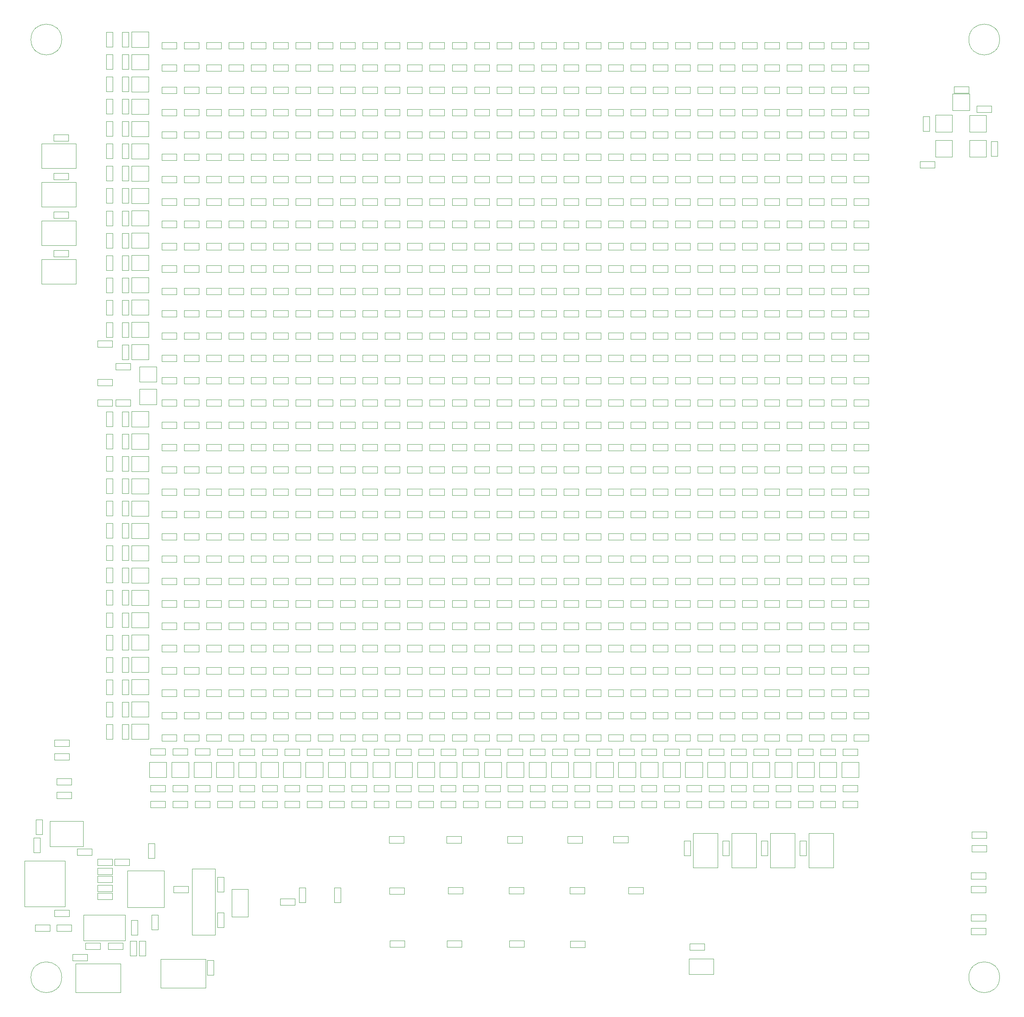
<source format=gbr>
%TF.GenerationSoftware,KiCad,Pcbnew,(6.0.0)*%
%TF.CreationDate,2022-01-30T17:43:54-05:00*%
%TF.ProjectId,fancyGradCap_rev2,66616e63-7947-4726-9164-4361705f7265,1*%
%TF.SameCoordinates,Original*%
%TF.FileFunction,Other,User*%
%FSLAX46Y46*%
G04 Gerber Fmt 4.6, Leading zero omitted, Abs format (unit mm)*
G04 Created by KiCad (PCBNEW (6.0.0)) date 2022-01-30 17:43:54*
%MOMM*%
%LPD*%
G01*
G04 APERTURE LIST*
%ADD10C,0.050000*%
G04 APERTURE END LIST*
D10*
%TO.C,REF\u002A\u002A*%
X-1550000Y-5000000D02*
G75*
G03*
X-1550000Y-5000000I-3450000J0D01*
G01*
X208450000Y-5000000D02*
G75*
G03*
X208450000Y-5000000I-3450000J0D01*
G01*
X208450000Y-215000000D02*
G75*
G03*
X208450000Y-215000000I-3450000J0D01*
G01*
X-1550000Y-215000000D02*
G75*
G03*
X-1550000Y-215000000I-3450000J0D01*
G01*
%TO.C,U17*%
X144386750Y-214348000D02*
X144386750Y-210848000D01*
X144386750Y-210848000D02*
X138886750Y-210848000D01*
X138886750Y-210848000D02*
X138886750Y-214348000D01*
X138886750Y-214348000D02*
X144386750Y-214348000D01*
%TO.C,D875*%
X70850000Y-140620000D02*
X74150000Y-140620000D01*
X70850000Y-142080000D02*
X70850000Y-140620000D01*
X74150000Y-140620000D02*
X74150000Y-142080000D01*
X74150000Y-142080000D02*
X70850000Y-142080000D01*
%TO.C,D802*%
X29150000Y-130620000D02*
X29150000Y-132080000D01*
X25850000Y-130620000D02*
X29150000Y-130620000D01*
X25850000Y-132080000D02*
X25850000Y-130620000D01*
X29150000Y-132080000D02*
X25850000Y-132080000D01*
%TO.C,D1012*%
X115850000Y-160620000D02*
X119150000Y-160620000D01*
X119150000Y-162080000D02*
X115850000Y-162080000D01*
X115850000Y-162080000D02*
X115850000Y-160620000D01*
X119150000Y-160620000D02*
X119150000Y-162080000D01*
%TO.C,D51*%
X110850000Y-12080000D02*
X110850000Y-10620000D01*
X114150000Y-10620000D02*
X114150000Y-12080000D01*
X110850000Y-10620000D02*
X114150000Y-10620000D01*
X114150000Y-12080000D02*
X110850000Y-12080000D01*
%TO.C,R191*%
X101567750Y-184929500D02*
X98267750Y-184929500D01*
X98267750Y-183469500D02*
X101567750Y-183469500D01*
X98267750Y-184929500D02*
X98267750Y-183469500D01*
X101567750Y-183469500D02*
X101567750Y-184929500D01*
%TO.C,R91*%
X151650000Y-177006000D02*
X148350000Y-177006000D01*
X151650000Y-175546000D02*
X151650000Y-177006000D01*
X148350000Y-175546000D02*
X151650000Y-175546000D01*
X148350000Y-177006000D02*
X148350000Y-175546000D01*
%TO.C,R31*%
X171650000Y-163862000D02*
X171650000Y-165322000D01*
X171650000Y-165322000D02*
X168350000Y-165322000D01*
X168350000Y-163862000D02*
X171650000Y-163862000D01*
X168350000Y-165322000D02*
X168350000Y-163862000D01*
%TO.C,D659*%
X114150000Y-107080000D02*
X110850000Y-107080000D01*
X114150000Y-105620000D02*
X114150000Y-107080000D01*
X110850000Y-107080000D02*
X110850000Y-105620000D01*
X110850000Y-105620000D02*
X114150000Y-105620000D01*
%TO.C,D450*%
X29150000Y-75620000D02*
X29150000Y-77080000D01*
X25850000Y-75620000D02*
X29150000Y-75620000D01*
X25850000Y-77080000D02*
X25850000Y-75620000D01*
X29150000Y-77080000D02*
X25850000Y-77080000D01*
%TO.C,D1014*%
X129150000Y-160620000D02*
X129150000Y-162080000D01*
X125850000Y-162080000D02*
X125850000Y-160620000D01*
X125850000Y-160620000D02*
X129150000Y-160620000D01*
X129150000Y-162080000D02*
X125850000Y-162080000D01*
%TO.C,D306*%
X109150000Y-52080000D02*
X105850000Y-52080000D01*
X105850000Y-52080000D02*
X105850000Y-50620000D01*
X109150000Y-50620000D02*
X109150000Y-52080000D01*
X105850000Y-50620000D02*
X109150000Y-50620000D01*
%TO.C,D175*%
X94150000Y-30620000D02*
X94150000Y-32080000D01*
X90850000Y-32080000D02*
X90850000Y-30620000D01*
X90850000Y-30620000D02*
X94150000Y-30620000D01*
X94150000Y-32080000D02*
X90850000Y-32080000D01*
%TO.C,D176*%
X99150000Y-30620000D02*
X99150000Y-32080000D01*
X95850000Y-30620000D02*
X99150000Y-30620000D01*
X95850000Y-32080000D02*
X95850000Y-30620000D01*
X99150000Y-32080000D02*
X95850000Y-32080000D01*
%TO.C,D649*%
X64150000Y-105620000D02*
X64150000Y-107080000D01*
X60850000Y-107080000D02*
X60850000Y-105620000D01*
X60850000Y-105620000D02*
X64150000Y-105620000D01*
X64150000Y-107080000D02*
X60850000Y-107080000D01*
%TO.C,C21*%
X-7842000Y-187070000D02*
X-7842000Y-183770000D01*
X-6382000Y-183770000D02*
X-6382000Y-187070000D01*
X-6382000Y-187070000D02*
X-7842000Y-187070000D01*
X-7842000Y-183770000D02*
X-6382000Y-183770000D01*
%TO.C,D104*%
X59150000Y-20620000D02*
X59150000Y-22080000D01*
X55850000Y-20620000D02*
X59150000Y-20620000D01*
X55850000Y-22080000D02*
X55850000Y-20620000D01*
X59150000Y-22080000D02*
X55850000Y-22080000D01*
%TO.C,R44*%
X36650000Y-177006000D02*
X33350000Y-177006000D01*
X36650000Y-175546000D02*
X36650000Y-177006000D01*
X33350000Y-177006000D02*
X33350000Y-175546000D01*
X33350000Y-175546000D02*
X36650000Y-175546000D01*
%TO.C,D687*%
X94150000Y-110620000D02*
X94150000Y-112080000D01*
X94150000Y-112080000D02*
X90850000Y-112080000D01*
X90850000Y-110620000D02*
X94150000Y-110620000D01*
X90850000Y-112080000D02*
X90850000Y-110620000D01*
%TO.C,D465*%
X100850000Y-75620000D02*
X104150000Y-75620000D01*
X104150000Y-75620000D02*
X104150000Y-77080000D01*
X104150000Y-77080000D02*
X100850000Y-77080000D01*
X100850000Y-77080000D02*
X100850000Y-75620000D01*
%TO.C,D312*%
X139150000Y-50620000D02*
X139150000Y-52080000D01*
X139150000Y-52080000D02*
X135850000Y-52080000D01*
X135850000Y-50620000D02*
X139150000Y-50620000D01*
X135850000Y-52080000D02*
X135850000Y-50620000D01*
%TO.C,D24*%
X139150000Y-7080000D02*
X135850000Y-7080000D01*
X135850000Y-7080000D02*
X135850000Y-5620000D01*
X139150000Y-5620000D02*
X139150000Y-7080000D01*
X135850000Y-5620000D02*
X139150000Y-5620000D01*
%TO.C,D102*%
X49150000Y-22080000D02*
X45850000Y-22080000D01*
X45850000Y-22080000D02*
X45850000Y-20620000D01*
X49150000Y-20620000D02*
X49150000Y-22080000D01*
X45850000Y-20620000D02*
X49150000Y-20620000D01*
%TO.C,R110*%
X11970000Y-31650000D02*
X11970000Y-28350000D01*
X13430000Y-31650000D02*
X11970000Y-31650000D01*
X13430000Y-28350000D02*
X13430000Y-31650000D01*
X11970000Y-28350000D02*
X13430000Y-28350000D01*
%TO.C,D704*%
X175850000Y-110620000D02*
X179150000Y-110620000D01*
X179150000Y-112080000D02*
X175850000Y-112080000D01*
X175850000Y-112080000D02*
X175850000Y-110620000D01*
X179150000Y-110620000D02*
X179150000Y-112080000D01*
%TO.C,D101*%
X40850000Y-22080000D02*
X40850000Y-20620000D01*
X44150000Y-20620000D02*
X44150000Y-22080000D01*
X44150000Y-22080000D02*
X40850000Y-22080000D01*
X40850000Y-20620000D02*
X44150000Y-20620000D01*
%TO.C,D795*%
X154150000Y-125620000D02*
X154150000Y-127080000D01*
X154150000Y-127080000D02*
X150850000Y-127080000D01*
X150850000Y-125620000D02*
X154150000Y-125620000D01*
X150850000Y-127080000D02*
X150850000Y-125620000D01*
%TO.C,D1026*%
X634000Y-173514000D02*
X634000Y-174974000D01*
X-2666000Y-174974000D02*
X-2666000Y-173514000D01*
X-2666000Y-173514000D02*
X634000Y-173514000D01*
X634000Y-174974000D02*
X-2666000Y-174974000D01*
%TO.C,D778*%
X65850000Y-125620000D02*
X69150000Y-125620000D01*
X65850000Y-127080000D02*
X65850000Y-125620000D01*
X69150000Y-127080000D02*
X65850000Y-127080000D01*
X69150000Y-125620000D02*
X69150000Y-127080000D01*
%TO.C,R54*%
X83350000Y-171990000D02*
X86650000Y-171990000D01*
X86650000Y-173450000D02*
X83350000Y-173450000D01*
X83350000Y-173450000D02*
X83350000Y-171990000D01*
X86650000Y-171990000D02*
X86650000Y-173450000D01*
%TO.C,R18*%
X106650000Y-163862000D02*
X106650000Y-165322000D01*
X103350000Y-165322000D02*
X103350000Y-163862000D01*
X106650000Y-165322000D02*
X103350000Y-165322000D01*
X103350000Y-163862000D02*
X106650000Y-163862000D01*
%TO.C,D130*%
X29150000Y-25620000D02*
X29150000Y-27080000D01*
X29150000Y-27080000D02*
X25850000Y-27080000D01*
X25850000Y-25620000D02*
X29150000Y-25620000D01*
X25850000Y-27080000D02*
X25850000Y-25620000D01*
%TO.C,U2*%
X153951000Y-190471500D02*
X153951000Y-182771500D01*
X148451000Y-190471500D02*
X153951000Y-190471500D01*
X148451000Y-182771500D02*
X148451000Y-190471500D01*
X153951000Y-182771500D02*
X148451000Y-182771500D01*
%TO.C,D201*%
X60850000Y-35620000D02*
X64150000Y-35620000D01*
X64150000Y-35620000D02*
X64150000Y-37080000D01*
X60850000Y-37080000D02*
X60850000Y-35620000D01*
X64150000Y-37080000D02*
X60850000Y-37080000D01*
%TO.C,D410*%
X145850000Y-67080000D02*
X145850000Y-65620000D01*
X149150000Y-67080000D02*
X145850000Y-67080000D01*
X149150000Y-65620000D02*
X149150000Y-67080000D01*
X145850000Y-65620000D02*
X149150000Y-65620000D01*
%TO.C,D331*%
X70850000Y-55620000D02*
X74150000Y-55620000D01*
X74150000Y-55620000D02*
X74150000Y-57080000D01*
X74150000Y-57080000D02*
X70850000Y-57080000D01*
X70850000Y-57080000D02*
X70850000Y-55620000D01*
%TO.C,D454*%
X49150000Y-75620000D02*
X49150000Y-77080000D01*
X45850000Y-77080000D02*
X45850000Y-75620000D01*
X45850000Y-75620000D02*
X49150000Y-75620000D01*
X49150000Y-77080000D02*
X45850000Y-77080000D01*
%TO.C,D440*%
X135850000Y-70620000D02*
X139150000Y-70620000D01*
X139150000Y-72080000D02*
X135850000Y-72080000D01*
X139150000Y-70620000D02*
X139150000Y-72080000D01*
X135850000Y-72080000D02*
X135850000Y-70620000D01*
%TO.C,R17*%
X101650000Y-163862000D02*
X101650000Y-165322000D01*
X101650000Y-165322000D02*
X98350000Y-165322000D01*
X98350000Y-165322000D02*
X98350000Y-163862000D01*
X98350000Y-163862000D02*
X101650000Y-163862000D01*
%TO.C,D577*%
X20850000Y-97080000D02*
X20850000Y-95620000D01*
X24150000Y-97080000D02*
X20850000Y-97080000D01*
X20850000Y-95620000D02*
X24150000Y-95620000D01*
X24150000Y-95620000D02*
X24150000Y-97080000D01*
%TO.C,R163*%
X-2666000Y-170466000D02*
X634000Y-170466000D01*
X-2666000Y-171926000D02*
X-2666000Y-170466000D01*
X634000Y-170466000D02*
X634000Y-171926000D01*
X634000Y-171926000D02*
X-2666000Y-171926000D01*
%TO.C,D522*%
X65850000Y-85620000D02*
X69150000Y-85620000D01*
X69150000Y-85620000D02*
X69150000Y-87080000D01*
X69150000Y-87080000D02*
X65850000Y-87080000D01*
X65850000Y-87080000D02*
X65850000Y-85620000D01*
%TO.C,D591*%
X90850000Y-95620000D02*
X94150000Y-95620000D01*
X94150000Y-95620000D02*
X94150000Y-97080000D01*
X94150000Y-97080000D02*
X90850000Y-97080000D01*
X90850000Y-97080000D02*
X90850000Y-95620000D01*
%TO.C,D733*%
X164150000Y-115620000D02*
X164150000Y-117080000D01*
X164150000Y-117080000D02*
X160850000Y-117080000D01*
X160850000Y-117080000D02*
X160850000Y-115620000D01*
X160850000Y-115620000D02*
X164150000Y-115620000D01*
%TO.C,D958*%
X165850000Y-152080000D02*
X165850000Y-150620000D01*
X169150000Y-152080000D02*
X165850000Y-152080000D01*
X165850000Y-150620000D02*
X169150000Y-150620000D01*
X169150000Y-150620000D02*
X169150000Y-152080000D01*
%TO.C,D996*%
X35850000Y-160620000D02*
X39150000Y-160620000D01*
X39150000Y-162080000D02*
X35850000Y-162080000D01*
X39150000Y-160620000D02*
X39150000Y-162080000D01*
X35850000Y-162080000D02*
X35850000Y-160620000D01*
%TO.C,D539*%
X154150000Y-85620000D02*
X154150000Y-87080000D01*
X150850000Y-85620000D02*
X154150000Y-85620000D01*
X154150000Y-87080000D02*
X150850000Y-87080000D01*
X150850000Y-87080000D02*
X150850000Y-85620000D01*
%TO.C,Q28*%
X153080000Y-170200000D02*
X156920000Y-170200000D01*
X156920000Y-170200000D02*
X156920000Y-166800000D01*
X153080000Y-166800000D02*
X153080000Y-170200000D01*
X156920000Y-166800000D02*
X153080000Y-166800000D01*
%TO.C,D644*%
X35850000Y-107080000D02*
X35850000Y-105620000D01*
X39150000Y-105620000D02*
X39150000Y-107080000D01*
X39150000Y-107080000D02*
X35850000Y-107080000D01*
X35850000Y-105620000D02*
X39150000Y-105620000D01*
%TO.C,D401*%
X104150000Y-67080000D02*
X100850000Y-67080000D01*
X100850000Y-65620000D02*
X104150000Y-65620000D01*
X104150000Y-65620000D02*
X104150000Y-67080000D01*
X100850000Y-67080000D02*
X100850000Y-65620000D01*
%TO.C,R103*%
X9874000Y-36650000D02*
X8414000Y-36650000D01*
X8414000Y-33350000D02*
X9874000Y-33350000D01*
X8414000Y-36650000D02*
X8414000Y-33350000D01*
X9874000Y-33350000D02*
X9874000Y-36650000D01*
%TO.C,D901*%
X44150000Y-145620000D02*
X44150000Y-147080000D01*
X40850000Y-147080000D02*
X40850000Y-145620000D01*
X40850000Y-145620000D02*
X44150000Y-145620000D01*
X44150000Y-147080000D02*
X40850000Y-147080000D01*
%TO.C,D58*%
X145850000Y-12080000D02*
X145850000Y-10620000D01*
X145850000Y-10620000D02*
X149150000Y-10620000D01*
X149150000Y-12080000D02*
X145850000Y-12080000D01*
X149150000Y-10620000D02*
X149150000Y-12080000D01*
%TO.C,D877*%
X80850000Y-140620000D02*
X84150000Y-140620000D01*
X84150000Y-140620000D02*
X84150000Y-142080000D01*
X84150000Y-142080000D02*
X80850000Y-142080000D01*
X80850000Y-142080000D02*
X80850000Y-140620000D01*
%TO.C,D766*%
X165850000Y-122080000D02*
X165850000Y-120620000D01*
X165850000Y-120620000D02*
X169150000Y-120620000D01*
X169150000Y-120620000D02*
X169150000Y-122080000D01*
X169150000Y-122080000D02*
X165850000Y-122080000D01*
%TO.C,D184*%
X135850000Y-32080000D02*
X135850000Y-30620000D01*
X135850000Y-30620000D02*
X139150000Y-30620000D01*
X139150000Y-32080000D02*
X135850000Y-32080000D01*
X139150000Y-30620000D02*
X139150000Y-32080000D01*
%TO.C,D612*%
X35850000Y-102080000D02*
X35850000Y-100620000D01*
X39150000Y-102080000D02*
X35850000Y-102080000D01*
X35850000Y-100620000D02*
X39150000Y-100620000D01*
X39150000Y-100620000D02*
X39150000Y-102080000D01*
%TO.C,D858*%
X145850000Y-137080000D02*
X145850000Y-135620000D01*
X149150000Y-137080000D02*
X145850000Y-137080000D01*
X149150000Y-135620000D02*
X149150000Y-137080000D01*
X145850000Y-135620000D02*
X149150000Y-135620000D01*
%TO.C,D783*%
X94150000Y-125620000D02*
X94150000Y-127080000D01*
X90850000Y-125620000D02*
X94150000Y-125620000D01*
X94150000Y-127080000D02*
X90850000Y-127080000D01*
X90850000Y-127080000D02*
X90850000Y-125620000D01*
%TO.C,D336*%
X99150000Y-55620000D02*
X99150000Y-57080000D01*
X99150000Y-57080000D02*
X95850000Y-57080000D01*
X95850000Y-55620000D02*
X99150000Y-55620000D01*
X95850000Y-57080000D02*
X95850000Y-55620000D01*
%TO.C,D391*%
X50850000Y-65620000D02*
X54150000Y-65620000D01*
X54150000Y-65620000D02*
X54150000Y-67080000D01*
X54150000Y-67080000D02*
X50850000Y-67080000D01*
X50850000Y-67080000D02*
X50850000Y-65620000D01*
%TO.C,D76*%
X79150000Y-15620000D02*
X79150000Y-17080000D01*
X75850000Y-15620000D02*
X79150000Y-15620000D01*
X79150000Y-17080000D02*
X75850000Y-17080000D01*
X75850000Y-17080000D02*
X75850000Y-15620000D01*
%TO.C,D707*%
X34150000Y-115620000D02*
X34150000Y-117080000D01*
X34150000Y-117080000D02*
X30850000Y-117080000D01*
X30850000Y-115620000D02*
X34150000Y-115620000D01*
X30850000Y-117080000D02*
X30850000Y-115620000D01*
%TO.C,D332*%
X75850000Y-55620000D02*
X79150000Y-55620000D01*
X79150000Y-57080000D02*
X75850000Y-57080000D01*
X79150000Y-55620000D02*
X79150000Y-57080000D01*
X75850000Y-57080000D02*
X75850000Y-55620000D01*
%TO.C,D992*%
X179150000Y-155620000D02*
X179150000Y-157080000D01*
X179150000Y-157080000D02*
X175850000Y-157080000D01*
X175850000Y-155620000D02*
X179150000Y-155620000D01*
X175850000Y-157080000D02*
X175850000Y-155620000D01*
%TO.C,D29*%
X160850000Y-7080000D02*
X160850000Y-5620000D01*
X164150000Y-7080000D02*
X160850000Y-7080000D01*
X160850000Y-5620000D02*
X164150000Y-5620000D01*
X164150000Y-5620000D02*
X164150000Y-7080000D01*
%TO.C,D883*%
X110850000Y-140620000D02*
X114150000Y-140620000D01*
X114150000Y-140620000D02*
X114150000Y-142080000D01*
X114150000Y-142080000D02*
X110850000Y-142080000D01*
X110850000Y-142080000D02*
X110850000Y-140620000D01*
%TO.C,R22*%
X123350000Y-165322000D02*
X123350000Y-163862000D01*
X126650000Y-165322000D02*
X123350000Y-165322000D01*
X123350000Y-163862000D02*
X126650000Y-163862000D01*
X126650000Y-163862000D02*
X126650000Y-165322000D01*
%TO.C,D966*%
X45850000Y-155620000D02*
X49150000Y-155620000D01*
X49150000Y-157080000D02*
X45850000Y-157080000D01*
X49150000Y-155620000D02*
X49150000Y-157080000D01*
X45850000Y-157080000D02*
X45850000Y-155620000D01*
%TO.C,D479*%
X170850000Y-77080000D02*
X170850000Y-75620000D01*
X174150000Y-75620000D02*
X174150000Y-77080000D01*
X170850000Y-75620000D02*
X174150000Y-75620000D01*
X174150000Y-77080000D02*
X170850000Y-77080000D01*
%TO.C,C22*%
X1906000Y-186214000D02*
X5206000Y-186214000D01*
X5206000Y-187674000D02*
X1906000Y-187674000D01*
X5206000Y-186214000D02*
X5206000Y-187674000D01*
X1906000Y-187674000D02*
X1906000Y-186214000D01*
%TO.C,D740*%
X35850000Y-120620000D02*
X39150000Y-120620000D01*
X39150000Y-122080000D02*
X35850000Y-122080000D01*
X39150000Y-120620000D02*
X39150000Y-122080000D01*
X35850000Y-122080000D02*
X35850000Y-120620000D01*
%TO.C,D691*%
X114150000Y-112080000D02*
X110850000Y-112080000D01*
X110850000Y-110620000D02*
X114150000Y-110620000D01*
X110850000Y-112080000D02*
X110850000Y-110620000D01*
X114150000Y-110620000D02*
X114150000Y-112080000D01*
%TO.C,D445*%
X160850000Y-72080000D02*
X160850000Y-70620000D01*
X164150000Y-72080000D02*
X160850000Y-72080000D01*
X160850000Y-70620000D02*
X164150000Y-70620000D01*
X164150000Y-70620000D02*
X164150000Y-72080000D01*
%TO.C,D82*%
X105850000Y-15620000D02*
X109150000Y-15620000D01*
X109150000Y-15620000D02*
X109150000Y-17080000D01*
X109150000Y-17080000D02*
X105850000Y-17080000D01*
X105850000Y-17080000D02*
X105850000Y-15620000D01*
%TO.C,R47*%
X48350000Y-175546000D02*
X51650000Y-175546000D01*
X48350000Y-177006000D02*
X48350000Y-175546000D01*
X51650000Y-175546000D02*
X51650000Y-177006000D01*
X51650000Y-177006000D02*
X48350000Y-177006000D01*
%TO.C,D5*%
X44150000Y-5620000D02*
X44150000Y-7080000D01*
X44150000Y-7080000D02*
X40850000Y-7080000D01*
X40850000Y-7080000D02*
X40850000Y-5620000D01*
X40850000Y-5620000D02*
X44150000Y-5620000D01*
%TO.C,D537*%
X140850000Y-87080000D02*
X140850000Y-85620000D01*
X144150000Y-85620000D02*
X144150000Y-87080000D01*
X140850000Y-85620000D02*
X144150000Y-85620000D01*
X144150000Y-87080000D02*
X140850000Y-87080000D01*
%TO.C,D797*%
X160850000Y-125620000D02*
X164150000Y-125620000D01*
X164150000Y-125620000D02*
X164150000Y-127080000D01*
X164150000Y-127080000D02*
X160850000Y-127080000D01*
X160850000Y-127080000D02*
X160850000Y-125620000D01*
%TO.C,D173*%
X84150000Y-30620000D02*
X84150000Y-32080000D01*
X84150000Y-32080000D02*
X80850000Y-32080000D01*
X80850000Y-30620000D02*
X84150000Y-30620000D01*
X80850000Y-32080000D02*
X80850000Y-30620000D01*
%TO.C,R181*%
X8867500Y-207275500D02*
X12167500Y-207275500D01*
X12167500Y-208735500D02*
X8867500Y-208735500D01*
X8867500Y-208735500D02*
X8867500Y-207275500D01*
X12167500Y-207275500D02*
X12167500Y-208735500D01*
%TO.C,D435*%
X110850000Y-72080000D02*
X110850000Y-70620000D01*
X114150000Y-72080000D02*
X110850000Y-72080000D01*
X110850000Y-70620000D02*
X114150000Y-70620000D01*
X114150000Y-70620000D02*
X114150000Y-72080000D01*
%TO.C,R64*%
X96650000Y-175546000D02*
X96650000Y-177006000D01*
X93350000Y-175546000D02*
X96650000Y-175546000D01*
X96650000Y-177006000D02*
X93350000Y-177006000D01*
X93350000Y-177006000D02*
X93350000Y-175546000D01*
%TO.C,D370*%
X105850000Y-60620000D02*
X109150000Y-60620000D01*
X109150000Y-62080000D02*
X105850000Y-62080000D01*
X109150000Y-60620000D02*
X109150000Y-62080000D01*
X105850000Y-62080000D02*
X105850000Y-60620000D01*
%TO.C,R3*%
X28350000Y-163770000D02*
X31650000Y-163770000D01*
X31650000Y-163770000D02*
X31650000Y-165230000D01*
X31650000Y-165230000D02*
X28350000Y-165230000D01*
X28350000Y-165230000D02*
X28350000Y-163770000D01*
%TO.C,D998*%
X49150000Y-160620000D02*
X49150000Y-162080000D01*
X45850000Y-162080000D02*
X45850000Y-160620000D01*
X49150000Y-162080000D02*
X45850000Y-162080000D01*
X45850000Y-160620000D02*
X49150000Y-160620000D01*
%TO.C,D889*%
X144150000Y-142080000D02*
X140850000Y-142080000D01*
X140850000Y-142080000D02*
X140850000Y-140620000D01*
X144150000Y-140620000D02*
X144150000Y-142080000D01*
X140850000Y-140620000D02*
X144150000Y-140620000D01*
%TO.C,D552*%
X59150000Y-92080000D02*
X55850000Y-92080000D01*
X55850000Y-92080000D02*
X55850000Y-90620000D01*
X59150000Y-90620000D02*
X59150000Y-92080000D01*
X55850000Y-90620000D02*
X59150000Y-90620000D01*
%TO.C,D911*%
X94150000Y-145620000D02*
X94150000Y-147080000D01*
X90850000Y-147080000D02*
X90850000Y-145620000D01*
X94150000Y-147080000D02*
X90850000Y-147080000D01*
X90850000Y-145620000D02*
X94150000Y-145620000D01*
%TO.C,D309*%
X120850000Y-52080000D02*
X120850000Y-50620000D01*
X124150000Y-52080000D02*
X120850000Y-52080000D01*
X124150000Y-50620000D02*
X124150000Y-52080000D01*
X120850000Y-50620000D02*
X124150000Y-50620000D01*
%TO.C,D74*%
X69150000Y-15620000D02*
X69150000Y-17080000D01*
X65850000Y-15620000D02*
X69150000Y-15620000D01*
X65850000Y-17080000D02*
X65850000Y-15620000D01*
X69150000Y-17080000D02*
X65850000Y-17080000D01*
%TO.C,D954*%
X149150000Y-150620000D02*
X149150000Y-152080000D01*
X149150000Y-152080000D02*
X145850000Y-152080000D01*
X145850000Y-152080000D02*
X145850000Y-150620000D01*
X145850000Y-150620000D02*
X149150000Y-150620000D01*
%TO.C,R145*%
X8414000Y-123350000D02*
X9874000Y-123350000D01*
X9874000Y-126650000D02*
X8414000Y-126650000D01*
X8414000Y-126650000D02*
X8414000Y-123350000D01*
X9874000Y-123350000D02*
X9874000Y-126650000D01*
%TO.C,D39*%
X54150000Y-12080000D02*
X50850000Y-12080000D01*
X50850000Y-10620000D02*
X54150000Y-10620000D01*
X54150000Y-10620000D02*
X54150000Y-12080000D01*
X50850000Y-12080000D02*
X50850000Y-10620000D01*
%TO.C,D154*%
X145850000Y-27080000D02*
X145850000Y-25620000D01*
X149150000Y-27080000D02*
X145850000Y-27080000D01*
X149150000Y-25620000D02*
X149150000Y-27080000D01*
X145850000Y-25620000D02*
X149150000Y-25620000D01*
%TO.C,R76*%
X113350000Y-177006000D02*
X113350000Y-175546000D01*
X116650000Y-177006000D02*
X113350000Y-177006000D01*
X116650000Y-175546000D02*
X116650000Y-177006000D01*
X113350000Y-175546000D02*
X116650000Y-175546000D01*
%TO.C,D688*%
X95850000Y-112080000D02*
X95850000Y-110620000D01*
X95850000Y-110620000D02*
X99150000Y-110620000D01*
X99150000Y-112080000D02*
X95850000Y-112080000D01*
X99150000Y-110620000D02*
X99150000Y-112080000D01*
%TO.C,R140*%
X13430000Y-101650000D02*
X11970000Y-101650000D01*
X11970000Y-101650000D02*
X11970000Y-98350000D01*
X13430000Y-98350000D02*
X13430000Y-101650000D01*
X11970000Y-98350000D02*
X13430000Y-98350000D01*
%TO.C,Q14*%
X86920000Y-166800000D02*
X83080000Y-166800000D01*
X83080000Y-170200000D02*
X86920000Y-170200000D01*
X86920000Y-170200000D02*
X86920000Y-166800000D01*
X83080000Y-166800000D02*
X83080000Y-170200000D01*
%TO.C,R49*%
X61650000Y-171990000D02*
X61650000Y-173450000D01*
X58350000Y-171990000D02*
X61650000Y-171990000D01*
X61650000Y-173450000D02*
X58350000Y-173450000D01*
X58350000Y-173450000D02*
X58350000Y-171990000D01*
%TO.C,D582*%
X45850000Y-95620000D02*
X49150000Y-95620000D01*
X49150000Y-97080000D02*
X45850000Y-97080000D01*
X49150000Y-95620000D02*
X49150000Y-97080000D01*
X45850000Y-97080000D02*
X45850000Y-95620000D01*
%TO.C,D729*%
X144150000Y-115620000D02*
X144150000Y-117080000D01*
X140850000Y-115620000D02*
X144150000Y-115620000D01*
X144150000Y-117080000D02*
X140850000Y-117080000D01*
X140850000Y-117080000D02*
X140850000Y-115620000D01*
%TO.C,D43*%
X74150000Y-12080000D02*
X70850000Y-12080000D01*
X70850000Y-12080000D02*
X70850000Y-10620000D01*
X74150000Y-10620000D02*
X74150000Y-12080000D01*
X70850000Y-10620000D02*
X74150000Y-10620000D01*
%TO.C,C1*%
X137771000Y-184463500D02*
X139231000Y-184463500D01*
X137771000Y-187763500D02*
X137771000Y-184463500D01*
X139231000Y-187763500D02*
X137771000Y-187763500D01*
X139231000Y-184463500D02*
X139231000Y-187763500D01*
%TO.C,R161*%
X9778000Y-195803900D02*
X6478000Y-195803900D01*
X6478000Y-194343900D02*
X9778000Y-194343900D01*
X6478000Y-195803900D02*
X6478000Y-194343900D01*
X9778000Y-194343900D02*
X9778000Y-195803900D01*
%TO.C,D185*%
X140850000Y-30620000D02*
X144150000Y-30620000D01*
X144150000Y-32080000D02*
X140850000Y-32080000D01*
X140850000Y-32080000D02*
X140850000Y-30620000D01*
X144150000Y-30620000D02*
X144150000Y-32080000D01*
%TO.C,D1021*%
X164150000Y-162080000D02*
X160850000Y-162080000D01*
X164150000Y-160620000D02*
X164150000Y-162080000D01*
X160850000Y-162080000D02*
X160850000Y-160620000D01*
X160850000Y-160620000D02*
X164150000Y-160620000D01*
%TO.C,D192*%
X175850000Y-30620000D02*
X179150000Y-30620000D01*
X175850000Y-32080000D02*
X175850000Y-30620000D01*
X179150000Y-32080000D02*
X175850000Y-32080000D01*
X179150000Y-30620000D02*
X179150000Y-32080000D01*
%TO.C,D52*%
X115850000Y-12080000D02*
X115850000Y-10620000D01*
X115850000Y-10620000D02*
X119150000Y-10620000D01*
X119150000Y-12080000D02*
X115850000Y-12080000D01*
X119150000Y-10620000D02*
X119150000Y-12080000D01*
%TO.C,R58*%
X63350000Y-175546000D02*
X66650000Y-175546000D01*
X66650000Y-175546000D02*
X66650000Y-177006000D01*
X66650000Y-177006000D02*
X63350000Y-177006000D01*
X63350000Y-177006000D02*
X63350000Y-175546000D01*
%TO.C,D194*%
X29150000Y-35620000D02*
X29150000Y-37080000D01*
X25850000Y-37080000D02*
X25850000Y-35620000D01*
X25850000Y-35620000D02*
X29150000Y-35620000D01*
X29150000Y-37080000D02*
X25850000Y-37080000D01*
%TO.C,D999*%
X50850000Y-160620000D02*
X54150000Y-160620000D01*
X54150000Y-162080000D02*
X50850000Y-162080000D01*
X50850000Y-162080000D02*
X50850000Y-160620000D01*
X54150000Y-160620000D02*
X54150000Y-162080000D01*
%TO.C,D281*%
X140850000Y-47080000D02*
X140850000Y-45620000D01*
X140850000Y-45620000D02*
X144150000Y-45620000D01*
X144150000Y-47080000D02*
X140850000Y-47080000D01*
X144150000Y-45620000D02*
X144150000Y-47080000D01*
%TO.C,D71*%
X50850000Y-15620000D02*
X54150000Y-15620000D01*
X54150000Y-17080000D02*
X50850000Y-17080000D01*
X54150000Y-15620000D02*
X54150000Y-17080000D01*
X50850000Y-17080000D02*
X50850000Y-15620000D01*
%TO.C,R57*%
X61650000Y-177006000D02*
X58350000Y-177006000D01*
X61650000Y-175546000D02*
X61650000Y-177006000D01*
X58350000Y-175546000D02*
X61650000Y-175546000D01*
X58350000Y-177006000D02*
X58350000Y-175546000D01*
%TO.C,D361*%
X64150000Y-62080000D02*
X60850000Y-62080000D01*
X60850000Y-60620000D02*
X64150000Y-60620000D01*
X60850000Y-62080000D02*
X60850000Y-60620000D01*
X64150000Y-60620000D02*
X64150000Y-62080000D01*
%TO.C,D277*%
X120850000Y-47080000D02*
X120850000Y-45620000D01*
X124150000Y-45620000D02*
X124150000Y-47080000D01*
X124150000Y-47080000D02*
X120850000Y-47080000D01*
X120850000Y-45620000D02*
X124150000Y-45620000D01*
%TO.C,U1*%
X145315000Y-190471500D02*
X145315000Y-182771500D01*
X145315000Y-182771500D02*
X139815000Y-182771500D01*
X139815000Y-190471500D02*
X145315000Y-190471500D01*
X139815000Y-182771500D02*
X139815000Y-190471500D01*
%TO.C,D315*%
X154150000Y-50620000D02*
X154150000Y-52080000D01*
X150850000Y-52080000D02*
X150850000Y-50620000D01*
X154150000Y-52080000D02*
X150850000Y-52080000D01*
X150850000Y-50620000D02*
X154150000Y-50620000D01*
%TO.C,D547*%
X30850000Y-90620000D02*
X34150000Y-90620000D01*
X34150000Y-92080000D02*
X30850000Y-92080000D01*
X34150000Y-90620000D02*
X34150000Y-92080000D01*
X30850000Y-92080000D02*
X30850000Y-90620000D01*
%TO.C,D716*%
X75850000Y-117080000D02*
X75850000Y-115620000D01*
X75850000Y-115620000D02*
X79150000Y-115620000D01*
X79150000Y-117080000D02*
X75850000Y-117080000D01*
X79150000Y-115620000D02*
X79150000Y-117080000D01*
%TO.C,D291*%
X30850000Y-52080000D02*
X30850000Y-50620000D01*
X30850000Y-50620000D02*
X34150000Y-50620000D01*
X34150000Y-52080000D02*
X30850000Y-52080000D01*
X34150000Y-50620000D02*
X34150000Y-52080000D01*
%TO.C,D587*%
X70850000Y-97080000D02*
X70850000Y-95620000D01*
X70850000Y-95620000D02*
X74150000Y-95620000D01*
X74150000Y-95620000D02*
X74150000Y-97080000D01*
X74150000Y-97080000D02*
X70850000Y-97080000D01*
%TO.C,D1016*%
X135850000Y-160620000D02*
X139150000Y-160620000D01*
X135850000Y-162080000D02*
X135850000Y-160620000D01*
X139150000Y-162080000D02*
X135850000Y-162080000D01*
X139150000Y-160620000D02*
X139150000Y-162080000D01*
%TO.C,D810*%
X65850000Y-130620000D02*
X69150000Y-130620000D01*
X65850000Y-132080000D02*
X65850000Y-130620000D01*
X69150000Y-130620000D02*
X69150000Y-132080000D01*
X69150000Y-132080000D02*
X65850000Y-132080000D01*
%TO.C,Q50*%
X14080000Y-88300000D02*
X14080000Y-91700000D01*
X17920000Y-91700000D02*
X17920000Y-88300000D01*
X14080000Y-91700000D02*
X17920000Y-91700000D01*
X17920000Y-88300000D02*
X14080000Y-88300000D01*
%TO.C,D103*%
X54150000Y-22080000D02*
X50850000Y-22080000D01*
X50850000Y-20620000D02*
X54150000Y-20620000D01*
X54150000Y-20620000D02*
X54150000Y-22080000D01*
X50850000Y-22080000D02*
X50850000Y-20620000D01*
%TO.C,R46*%
X43350000Y-175546000D02*
X46650000Y-175546000D01*
X43350000Y-177006000D02*
X43350000Y-175546000D01*
X46650000Y-177006000D02*
X43350000Y-177006000D01*
X46650000Y-175546000D02*
X46650000Y-177006000D01*
%TO.C,D751*%
X94150000Y-122080000D02*
X90850000Y-122080000D01*
X90850000Y-120620000D02*
X94150000Y-120620000D01*
X90850000Y-122080000D02*
X90850000Y-120620000D01*
X94150000Y-120620000D02*
X94150000Y-122080000D01*
%TO.C,R25*%
X138350000Y-163862000D02*
X141650000Y-163862000D01*
X141650000Y-165322000D02*
X138350000Y-165322000D01*
X141650000Y-163862000D02*
X141650000Y-165322000D01*
X138350000Y-165322000D02*
X138350000Y-163862000D01*
%TO.C,D38*%
X49150000Y-10620000D02*
X49150000Y-12080000D01*
X49150000Y-12080000D02*
X45850000Y-12080000D01*
X45850000Y-10620000D02*
X49150000Y-10620000D01*
X45850000Y-12080000D02*
X45850000Y-10620000D01*
%TO.C,U7*%
X-6035500Y-45563139D02*
X-6035500Y-51063139D01*
X1664500Y-51063139D02*
X1664500Y-45563139D01*
X1664500Y-45563139D02*
X-6035500Y-45563139D01*
X-6035500Y-51063139D02*
X1664500Y-51063139D01*
%TO.C,D400*%
X99150000Y-65620000D02*
X99150000Y-67080000D01*
X99150000Y-67080000D02*
X95850000Y-67080000D01*
X95850000Y-67080000D02*
X95850000Y-65620000D01*
X95850000Y-65620000D02*
X99150000Y-65620000D01*
%TO.C,D136*%
X59150000Y-25620000D02*
X59150000Y-27080000D01*
X59150000Y-27080000D02*
X55850000Y-27080000D01*
X55850000Y-25620000D02*
X59150000Y-25620000D01*
X55850000Y-27080000D02*
X55850000Y-25620000D01*
%TO.C,D248*%
X139150000Y-40620000D02*
X139150000Y-42080000D01*
X135850000Y-40620000D02*
X139150000Y-40620000D01*
X139150000Y-42080000D02*
X135850000Y-42080000D01*
X135850000Y-42080000D02*
X135850000Y-40620000D01*
%TO.C,D726*%
X125850000Y-117080000D02*
X125850000Y-115620000D01*
X125850000Y-115620000D02*
X129150000Y-115620000D01*
X129150000Y-115620000D02*
X129150000Y-117080000D01*
X129150000Y-117080000D02*
X125850000Y-117080000D01*
%TO.C,D87*%
X134150000Y-15620000D02*
X134150000Y-17080000D01*
X130850000Y-17080000D02*
X130850000Y-15620000D01*
X130850000Y-15620000D02*
X134150000Y-15620000D01*
X134150000Y-17080000D02*
X130850000Y-17080000D01*
%TO.C,D10*%
X65850000Y-5620000D02*
X69150000Y-5620000D01*
X69150000Y-7080000D02*
X65850000Y-7080000D01*
X65850000Y-7080000D02*
X65850000Y-5620000D01*
X69150000Y-5620000D02*
X69150000Y-7080000D01*
%TO.C,R129*%
X9778000Y-85630000D02*
X9778000Y-87090000D01*
X6478000Y-85630000D02*
X9778000Y-85630000D01*
X9778000Y-87090000D02*
X6478000Y-87090000D01*
X6478000Y-87090000D02*
X6478000Y-85630000D01*
%TO.C,D856*%
X139150000Y-135620000D02*
X139150000Y-137080000D01*
X135850000Y-137080000D02*
X135850000Y-135620000D01*
X139150000Y-137080000D02*
X135850000Y-137080000D01*
X135850000Y-135620000D02*
X139150000Y-135620000D01*
%TO.C,D675*%
X30850000Y-110620000D02*
X34150000Y-110620000D01*
X30850000Y-112080000D02*
X30850000Y-110620000D01*
X34150000Y-110620000D02*
X34150000Y-112080000D01*
X34150000Y-112080000D02*
X30850000Y-112080000D01*
%TO.C,D75*%
X70850000Y-15620000D02*
X74150000Y-15620000D01*
X74150000Y-15620000D02*
X74150000Y-17080000D01*
X74150000Y-17080000D02*
X70850000Y-17080000D01*
X70850000Y-17080000D02*
X70850000Y-15620000D01*
%TO.C,D476*%
X155850000Y-75620000D02*
X159150000Y-75620000D01*
X155850000Y-77080000D02*
X155850000Y-75620000D01*
X159150000Y-77080000D02*
X155850000Y-77080000D01*
X159150000Y-75620000D02*
X159150000Y-77080000D01*
%TO.C,D1008*%
X99150000Y-162080000D02*
X95850000Y-162080000D01*
X95850000Y-162080000D02*
X95850000Y-160620000D01*
X95850000Y-160620000D02*
X99150000Y-160620000D01*
X99150000Y-160620000D02*
X99150000Y-162080000D01*
%TO.C,D984*%
X135850000Y-157080000D02*
X135850000Y-155620000D01*
X139150000Y-155620000D02*
X139150000Y-157080000D01*
X135850000Y-155620000D02*
X139150000Y-155620000D01*
X139150000Y-157080000D02*
X135850000Y-157080000D01*
%TO.C,D616*%
X59150000Y-102080000D02*
X55850000Y-102080000D01*
X59150000Y-100620000D02*
X59150000Y-102080000D01*
X55850000Y-102080000D02*
X55850000Y-100620000D01*
X55850000Y-100620000D02*
X59150000Y-100620000D01*
%TO.C,Q16*%
X93080000Y-170200000D02*
X96920000Y-170200000D01*
X96920000Y-166800000D02*
X93080000Y-166800000D01*
X96920000Y-170200000D02*
X96920000Y-166800000D01*
X93080000Y-166800000D02*
X93080000Y-170200000D01*
%TO.C,R194*%
X88010000Y-208248000D02*
X84710000Y-208248000D01*
X88010000Y-206788000D02*
X88010000Y-208248000D01*
X84710000Y-206788000D02*
X88010000Y-206788000D01*
X84710000Y-208248000D02*
X84710000Y-206788000D01*
%TO.C,D298*%
X69150000Y-52080000D02*
X65850000Y-52080000D01*
X69150000Y-50620000D02*
X69150000Y-52080000D01*
X65850000Y-50620000D02*
X69150000Y-50620000D01*
X65850000Y-52080000D02*
X65850000Y-50620000D01*
%TO.C,D473*%
X144150000Y-75620000D02*
X144150000Y-77080000D01*
X140850000Y-75620000D02*
X144150000Y-75620000D01*
X144150000Y-77080000D02*
X140850000Y-77080000D01*
X140850000Y-77080000D02*
X140850000Y-75620000D01*
%TO.C,D739*%
X30850000Y-122080000D02*
X30850000Y-120620000D01*
X34150000Y-122080000D02*
X30850000Y-122080000D01*
X34150000Y-120620000D02*
X34150000Y-122080000D01*
X30850000Y-120620000D02*
X34150000Y-120620000D01*
%TO.C,D389*%
X44150000Y-67080000D02*
X40850000Y-67080000D01*
X44150000Y-65620000D02*
X44150000Y-67080000D01*
X40850000Y-67080000D02*
X40850000Y-65620000D01*
X40850000Y-65620000D02*
X44150000Y-65620000D01*
%TO.C,D682*%
X69150000Y-112080000D02*
X65850000Y-112080000D01*
X65850000Y-112080000D02*
X65850000Y-110620000D01*
X69150000Y-110620000D02*
X69150000Y-112080000D01*
X65850000Y-110620000D02*
X69150000Y-110620000D01*
%TO.C,D923*%
X154150000Y-145620000D02*
X154150000Y-147080000D01*
X154150000Y-147080000D02*
X150850000Y-147080000D01*
X150850000Y-145620000D02*
X154150000Y-145620000D01*
X150850000Y-147080000D02*
X150850000Y-145620000D01*
%TO.C,D266*%
X65850000Y-47080000D02*
X65850000Y-45620000D01*
X69150000Y-47080000D02*
X65850000Y-47080000D01*
X69150000Y-45620000D02*
X69150000Y-47080000D01*
X65850000Y-45620000D02*
X69150000Y-45620000D01*
%TO.C,D20*%
X115850000Y-7080000D02*
X115850000Y-5620000D01*
X119150000Y-5620000D02*
X119150000Y-7080000D01*
X115850000Y-5620000D02*
X119150000Y-5620000D01*
X119150000Y-7080000D02*
X115850000Y-7080000D01*
%TO.C,D286*%
X169150000Y-47080000D02*
X165850000Y-47080000D01*
X165850000Y-45620000D02*
X169150000Y-45620000D01*
X169150000Y-45620000D02*
X169150000Y-47080000D01*
X165850000Y-47080000D02*
X165850000Y-45620000D01*
%TO.C,D302*%
X89150000Y-50620000D02*
X89150000Y-52080000D01*
X89150000Y-52080000D02*
X85850000Y-52080000D01*
X85850000Y-50620000D02*
X89150000Y-50620000D01*
X85850000Y-52080000D02*
X85850000Y-50620000D01*
%TO.C,R71*%
X131650000Y-171990000D02*
X131650000Y-173450000D01*
X128350000Y-173450000D02*
X128350000Y-171990000D01*
X128350000Y-171990000D02*
X131650000Y-171990000D01*
X131650000Y-173450000D02*
X128350000Y-173450000D01*
%TO.C,D384*%
X175850000Y-62080000D02*
X175850000Y-60620000D01*
X179150000Y-60620000D02*
X179150000Y-62080000D01*
X175850000Y-60620000D02*
X179150000Y-60620000D01*
X179150000Y-62080000D02*
X175850000Y-62080000D01*
%TO.C,D206*%
X85850000Y-35620000D02*
X89150000Y-35620000D01*
X89150000Y-37080000D02*
X85850000Y-37080000D01*
X89150000Y-35620000D02*
X89150000Y-37080000D01*
X85850000Y-37080000D02*
X85850000Y-35620000D01*
%TO.C,D870*%
X45850000Y-142080000D02*
X45850000Y-140620000D01*
X49150000Y-142080000D02*
X45850000Y-142080000D01*
X45850000Y-140620000D02*
X49150000Y-140620000D01*
X49150000Y-140620000D02*
X49150000Y-142080000D01*
%TO.C,D148*%
X119150000Y-25620000D02*
X119150000Y-27080000D01*
X115850000Y-27080000D02*
X115850000Y-25620000D01*
X115850000Y-25620000D02*
X119150000Y-25620000D01*
X119150000Y-27080000D02*
X115850000Y-27080000D01*
%TO.C,R117*%
X8414000Y-66650000D02*
X8414000Y-63350000D01*
X8414000Y-63350000D02*
X9874000Y-63350000D01*
X9874000Y-66650000D02*
X8414000Y-66650000D01*
X9874000Y-63350000D02*
X9874000Y-66650000D01*
%TO.C,D349*%
X164150000Y-57080000D02*
X160850000Y-57080000D01*
X164150000Y-55620000D02*
X164150000Y-57080000D01*
X160850000Y-55620000D02*
X164150000Y-55620000D01*
X160850000Y-57080000D02*
X160850000Y-55620000D01*
%TO.C,D731*%
X150850000Y-117080000D02*
X150850000Y-115620000D01*
X154150000Y-115620000D02*
X154150000Y-117080000D01*
X154150000Y-117080000D02*
X150850000Y-117080000D01*
X150850000Y-115620000D02*
X154150000Y-115620000D01*
%TO.C,D259*%
X30850000Y-47080000D02*
X30850000Y-45620000D01*
X34150000Y-47080000D02*
X30850000Y-47080000D01*
X30850000Y-45620000D02*
X34150000Y-45620000D01*
X34150000Y-45620000D02*
X34150000Y-47080000D01*
%TO.C,D11*%
X70850000Y-5620000D02*
X74150000Y-5620000D01*
X70850000Y-7080000D02*
X70850000Y-5620000D01*
X74150000Y-7080000D02*
X70850000Y-7080000D01*
X74150000Y-5620000D02*
X74150000Y-7080000D01*
%TO.C,D988*%
X159150000Y-157080000D02*
X155850000Y-157080000D01*
X159150000Y-155620000D02*
X159150000Y-157080000D01*
X155850000Y-155620000D02*
X159150000Y-155620000D01*
X155850000Y-157080000D02*
X155850000Y-155620000D01*
%TO.C,R5*%
X38350000Y-165322000D02*
X38350000Y-163862000D01*
X38350000Y-163862000D02*
X41650000Y-163862000D01*
X41650000Y-163862000D02*
X41650000Y-165322000D01*
X41650000Y-165322000D02*
X38350000Y-165322000D01*
%TO.C,D571*%
X154150000Y-92080000D02*
X150850000Y-92080000D01*
X150850000Y-92080000D02*
X150850000Y-90620000D01*
X150850000Y-90620000D02*
X154150000Y-90620000D01*
X154150000Y-90620000D02*
X154150000Y-92080000D01*
%TO.C,D646*%
X45850000Y-107080000D02*
X45850000Y-105620000D01*
X45850000Y-105620000D02*
X49150000Y-105620000D01*
X49150000Y-105620000D02*
X49150000Y-107080000D01*
X49150000Y-107080000D02*
X45850000Y-107080000D01*
%TO.C,D503*%
X134150000Y-80620000D02*
X134150000Y-82080000D01*
X130850000Y-82080000D02*
X130850000Y-80620000D01*
X134150000Y-82080000D02*
X130850000Y-82080000D01*
X130850000Y-80620000D02*
X134150000Y-80620000D01*
%TO.C,D474*%
X149150000Y-77080000D02*
X145850000Y-77080000D01*
X149150000Y-75620000D02*
X149150000Y-77080000D01*
X145850000Y-75620000D02*
X149150000Y-75620000D01*
X145850000Y-77080000D02*
X145850000Y-75620000D01*
%TO.C,R116*%
X9874000Y-61650000D02*
X8414000Y-61650000D01*
X8414000Y-61650000D02*
X8414000Y-58350000D01*
X8414000Y-58350000D02*
X9874000Y-58350000D01*
X9874000Y-58350000D02*
X9874000Y-61650000D01*
%TO.C,D782*%
X85850000Y-127080000D02*
X85850000Y-125620000D01*
X89150000Y-127080000D02*
X85850000Y-127080000D01*
X85850000Y-125620000D02*
X89150000Y-125620000D01*
X89150000Y-125620000D02*
X89150000Y-127080000D01*
%TO.C,D990*%
X165850000Y-157080000D02*
X165850000Y-155620000D01*
X169150000Y-157080000D02*
X165850000Y-157080000D01*
X169150000Y-155620000D02*
X169150000Y-157080000D01*
X165850000Y-155620000D02*
X169150000Y-155620000D01*
%TO.C,D925*%
X164150000Y-147080000D02*
X160850000Y-147080000D01*
X164150000Y-145620000D02*
X164150000Y-147080000D01*
X160850000Y-145620000D02*
X164150000Y-145620000D01*
X160850000Y-147080000D02*
X160850000Y-145620000D01*
%TO.C,R48*%
X53350000Y-177006000D02*
X53350000Y-175546000D01*
X56650000Y-177006000D02*
X53350000Y-177006000D01*
X53350000Y-175546000D02*
X56650000Y-175546000D01*
X56650000Y-175546000D02*
X56650000Y-177006000D01*
%TO.C,D22*%
X129150000Y-5620000D02*
X129150000Y-7080000D01*
X125850000Y-5620000D02*
X129150000Y-5620000D01*
X129150000Y-7080000D02*
X125850000Y-7080000D01*
X125850000Y-7080000D02*
X125850000Y-5620000D01*
%TO.C,D951*%
X130850000Y-152080000D02*
X130850000Y-150620000D01*
X134150000Y-152080000D02*
X130850000Y-152080000D01*
X130850000Y-150620000D02*
X134150000Y-150620000D01*
X134150000Y-150620000D02*
X134150000Y-152080000D01*
%TO.C,D153*%
X144150000Y-25620000D02*
X144150000Y-27080000D01*
X144150000Y-27080000D02*
X140850000Y-27080000D01*
X140850000Y-27080000D02*
X140850000Y-25620000D01*
X140850000Y-25620000D02*
X144150000Y-25620000D01*
%TO.C,D967*%
X54150000Y-157080000D02*
X50850000Y-157080000D01*
X50850000Y-155620000D02*
X54150000Y-155620000D01*
X50850000Y-157080000D02*
X50850000Y-155620000D01*
X54150000Y-155620000D02*
X54150000Y-157080000D01*
%TO.C,D41*%
X64150000Y-12080000D02*
X60850000Y-12080000D01*
X60850000Y-12080000D02*
X60850000Y-10620000D01*
X64150000Y-10620000D02*
X64150000Y-12080000D01*
X60850000Y-10620000D02*
X64150000Y-10620000D01*
%TO.C,D211*%
X110850000Y-35620000D02*
X114150000Y-35620000D01*
X114150000Y-35620000D02*
X114150000Y-37080000D01*
X114150000Y-37080000D02*
X110850000Y-37080000D01*
X110850000Y-37080000D02*
X110850000Y-35620000D01*
%TO.C,D54*%
X129150000Y-10620000D02*
X129150000Y-12080000D01*
X125850000Y-12080000D02*
X125850000Y-10620000D01*
X129150000Y-12080000D02*
X125850000Y-12080000D01*
X125850000Y-10620000D02*
X129150000Y-10620000D01*
%TO.C,D461*%
X84150000Y-75620000D02*
X84150000Y-77080000D01*
X80850000Y-77080000D02*
X80850000Y-75620000D01*
X80850000Y-75620000D02*
X84150000Y-75620000D01*
X84150000Y-77080000D02*
X80850000Y-77080000D01*
%TO.C,D942*%
X85850000Y-150620000D02*
X89150000Y-150620000D01*
X89150000Y-152080000D02*
X85850000Y-152080000D01*
X89150000Y-150620000D02*
X89150000Y-152080000D01*
X85850000Y-152080000D02*
X85850000Y-150620000D01*
%TO.C,D483*%
X30850000Y-82080000D02*
X30850000Y-80620000D01*
X30850000Y-80620000D02*
X34150000Y-80620000D01*
X34150000Y-82080000D02*
X30850000Y-82080000D01*
X34150000Y-80620000D02*
X34150000Y-82080000D01*
%TO.C,D629*%
X124150000Y-102080000D02*
X120850000Y-102080000D01*
X120850000Y-100620000D02*
X124150000Y-100620000D01*
X120850000Y-102080000D02*
X120850000Y-100620000D01*
X124150000Y-100620000D02*
X124150000Y-102080000D01*
%TO.C,D562*%
X109150000Y-92080000D02*
X105850000Y-92080000D01*
X105850000Y-92080000D02*
X105850000Y-90620000D01*
X109150000Y-90620000D02*
X109150000Y-92080000D01*
X105850000Y-90620000D02*
X109150000Y-90620000D01*
%TO.C,D233*%
X60850000Y-40620000D02*
X64150000Y-40620000D01*
X60850000Y-42080000D02*
X60850000Y-40620000D01*
X64150000Y-42080000D02*
X60850000Y-42080000D01*
X64150000Y-40620000D02*
X64150000Y-42080000D01*
%TO.C,D624*%
X99150000Y-100620000D02*
X99150000Y-102080000D01*
X99150000Y-102080000D02*
X95850000Y-102080000D01*
X95850000Y-102080000D02*
X95850000Y-100620000D01*
X95850000Y-100620000D02*
X99150000Y-100620000D01*
%TO.C,D701*%
X164150000Y-112080000D02*
X160850000Y-112080000D01*
X160850000Y-112080000D02*
X160850000Y-110620000D01*
X160850000Y-110620000D02*
X164150000Y-110620000D01*
X164150000Y-110620000D02*
X164150000Y-112080000D01*
%TO.C,D761*%
X140850000Y-120620000D02*
X144150000Y-120620000D01*
X144150000Y-122080000D02*
X140850000Y-122080000D01*
X144150000Y-120620000D02*
X144150000Y-122080000D01*
X140850000Y-122080000D02*
X140850000Y-120620000D01*
%TO.C,D921*%
X140850000Y-145620000D02*
X144150000Y-145620000D01*
X140850000Y-147080000D02*
X140850000Y-145620000D01*
X144150000Y-147080000D02*
X140850000Y-147080000D01*
X144150000Y-145620000D02*
X144150000Y-147080000D01*
%TO.C,D433*%
X104150000Y-72080000D02*
X100850000Y-72080000D01*
X104150000Y-70620000D02*
X104150000Y-72080000D01*
X100850000Y-72080000D02*
X100850000Y-70620000D01*
X100850000Y-70620000D02*
X104150000Y-70620000D01*
%TO.C,D666*%
X145850000Y-105620000D02*
X149150000Y-105620000D01*
X145850000Y-107080000D02*
X145850000Y-105620000D01*
X149150000Y-107080000D02*
X145850000Y-107080000D01*
X149150000Y-105620000D02*
X149150000Y-107080000D01*
%TO.C,D98*%
X29150000Y-20620000D02*
X29150000Y-22080000D01*
X29150000Y-22080000D02*
X25850000Y-22080000D01*
X25850000Y-22080000D02*
X25850000Y-20620000D01*
X25850000Y-20620000D02*
X29150000Y-20620000D01*
%TO.C,D654*%
X85850000Y-105620000D02*
X89150000Y-105620000D01*
X89150000Y-105620000D02*
X89150000Y-107080000D01*
X89150000Y-107080000D02*
X85850000Y-107080000D01*
X85850000Y-107080000D02*
X85850000Y-105620000D01*
%TO.C,C8*%
X-27500Y-52155139D02*
X-27500Y-53615139D01*
X-3327500Y-53615139D02*
X-3327500Y-52155139D01*
X-27500Y-53615139D02*
X-3327500Y-53615139D01*
X-3327500Y-52155139D02*
X-27500Y-52155139D01*
%TO.C,D1018*%
X145850000Y-160620000D02*
X149150000Y-160620000D01*
X149150000Y-160620000D02*
X149150000Y-162080000D01*
X149150000Y-162080000D02*
X145850000Y-162080000D01*
X145850000Y-162080000D02*
X145850000Y-160620000D01*
%TO.C,D69*%
X40850000Y-17080000D02*
X40850000Y-15620000D01*
X44150000Y-15620000D02*
X44150000Y-17080000D01*
X44150000Y-17080000D02*
X40850000Y-17080000D01*
X40850000Y-15620000D02*
X44150000Y-15620000D01*
%TO.C,D882*%
X105850000Y-140620000D02*
X109150000Y-140620000D01*
X109150000Y-140620000D02*
X109150000Y-142080000D01*
X109150000Y-142080000D02*
X105850000Y-142080000D01*
X105850000Y-142080000D02*
X105850000Y-140620000D01*
%TO.C,Q29*%
X161920000Y-170200000D02*
X161920000Y-166800000D01*
X158080000Y-170200000D02*
X161920000Y-170200000D01*
X161920000Y-166800000D02*
X158080000Y-166800000D01*
X158080000Y-166800000D02*
X158080000Y-170200000D01*
%TO.C,D406*%
X125850000Y-67080000D02*
X125850000Y-65620000D01*
X125850000Y-65620000D02*
X129150000Y-65620000D01*
X129150000Y-67080000D02*
X125850000Y-67080000D01*
X129150000Y-65620000D02*
X129150000Y-67080000D01*
%TO.C,R100*%
X9874000Y-18350000D02*
X9874000Y-21650000D01*
X9874000Y-21650000D02*
X8414000Y-21650000D01*
X8414000Y-18350000D02*
X9874000Y-18350000D01*
X8414000Y-21650000D02*
X8414000Y-18350000D01*
%TO.C,D109*%
X84150000Y-20620000D02*
X84150000Y-22080000D01*
X80850000Y-20620000D02*
X84150000Y-20620000D01*
X84150000Y-22080000D02*
X80850000Y-22080000D01*
X80850000Y-22080000D02*
X80850000Y-20620000D01*
%TO.C,D876*%
X79150000Y-140620000D02*
X79150000Y-142080000D01*
X79150000Y-142080000D02*
X75850000Y-142080000D01*
X75850000Y-142080000D02*
X75850000Y-140620000D01*
X75850000Y-140620000D02*
X79150000Y-140620000D01*
%TO.C,D775*%
X54150000Y-127080000D02*
X50850000Y-127080000D01*
X50850000Y-125620000D02*
X54150000Y-125620000D01*
X54150000Y-125620000D02*
X54150000Y-127080000D01*
X50850000Y-127080000D02*
X50850000Y-125620000D01*
%TO.C,D983*%
X130850000Y-157080000D02*
X130850000Y-155620000D01*
X134150000Y-155620000D02*
X134150000Y-157080000D01*
X130850000Y-155620000D02*
X134150000Y-155620000D01*
X134150000Y-157080000D02*
X130850000Y-157080000D01*
%TO.C,D829*%
X164150000Y-130620000D02*
X164150000Y-132080000D01*
X160850000Y-132080000D02*
X160850000Y-130620000D01*
X164150000Y-132080000D02*
X160850000Y-132080000D01*
X160850000Y-130620000D02*
X164150000Y-130620000D01*
%TO.C,D280*%
X135850000Y-47080000D02*
X135850000Y-45620000D01*
X139150000Y-47080000D02*
X135850000Y-47080000D01*
X139150000Y-45620000D02*
X139150000Y-47080000D01*
X135850000Y-45620000D02*
X139150000Y-45620000D01*
%TO.C,D933*%
X40850000Y-150620000D02*
X44150000Y-150620000D01*
X44150000Y-152080000D02*
X40850000Y-152080000D01*
X44150000Y-150620000D02*
X44150000Y-152080000D01*
X40850000Y-152080000D02*
X40850000Y-150620000D01*
%TO.C,U5*%
X1664500Y-33791139D02*
X1664500Y-28291139D01*
X1664500Y-28291139D02*
X-6035500Y-28291139D01*
X-6035500Y-28291139D02*
X-6035500Y-33791139D01*
X-6035500Y-33791139D02*
X1664500Y-33791139D01*
%TO.C,D821*%
X124150000Y-132080000D02*
X120850000Y-132080000D01*
X120850000Y-130620000D02*
X124150000Y-130620000D01*
X120850000Y-132080000D02*
X120850000Y-130620000D01*
X124150000Y-130620000D02*
X124150000Y-132080000D01*
%TO.C,D676*%
X39150000Y-112080000D02*
X35850000Y-112080000D01*
X35850000Y-110620000D02*
X39150000Y-110620000D01*
X35850000Y-112080000D02*
X35850000Y-110620000D01*
X39150000Y-110620000D02*
X39150000Y-112080000D01*
%TO.C,D161*%
X20850000Y-32080000D02*
X20850000Y-30620000D01*
X24150000Y-30620000D02*
X24150000Y-32080000D01*
X24150000Y-32080000D02*
X20850000Y-32080000D01*
X20850000Y-30620000D02*
X24150000Y-30620000D01*
%TO.C,Q52*%
X17920000Y-98300000D02*
X14080000Y-98300000D01*
X14080000Y-98300000D02*
X14080000Y-101700000D01*
X14080000Y-101700000D02*
X17920000Y-101700000D01*
X17920000Y-101700000D02*
X17920000Y-98300000D01*
%TO.C,D595*%
X114150000Y-97080000D02*
X110850000Y-97080000D01*
X110850000Y-97080000D02*
X110850000Y-95620000D01*
X114150000Y-95620000D02*
X114150000Y-97080000D01*
X110850000Y-95620000D02*
X114150000Y-95620000D01*
%TO.C,D843*%
X74150000Y-137080000D02*
X70850000Y-137080000D01*
X70850000Y-137080000D02*
X70850000Y-135620000D01*
X74150000Y-135620000D02*
X74150000Y-137080000D01*
X70850000Y-135620000D02*
X74150000Y-135620000D01*
%TO.C,D180*%
X119150000Y-30620000D02*
X119150000Y-32080000D01*
X115850000Y-32080000D02*
X115850000Y-30620000D01*
X115850000Y-30620000D02*
X119150000Y-30620000D01*
X119150000Y-32080000D02*
X115850000Y-32080000D01*
%TO.C,D17*%
X100850000Y-5620000D02*
X104150000Y-5620000D01*
X104150000Y-7080000D02*
X100850000Y-7080000D01*
X100850000Y-7080000D02*
X100850000Y-5620000D01*
X104150000Y-5620000D02*
X104150000Y-7080000D01*
%TO.C,D363*%
X74150000Y-62080000D02*
X70850000Y-62080000D01*
X74150000Y-60620000D02*
X74150000Y-62080000D01*
X70850000Y-62080000D02*
X70850000Y-60620000D01*
X70850000Y-60620000D02*
X74150000Y-60620000D01*
%TO.C,D570*%
X145850000Y-92080000D02*
X145850000Y-90620000D01*
X149150000Y-92080000D02*
X145850000Y-92080000D01*
X149150000Y-90620000D02*
X149150000Y-92080000D01*
X145850000Y-90620000D02*
X149150000Y-90620000D01*
%TO.C,D230*%
X49150000Y-40620000D02*
X49150000Y-42080000D01*
X45850000Y-42080000D02*
X45850000Y-40620000D01*
X49150000Y-42080000D02*
X45850000Y-42080000D01*
X45850000Y-40620000D02*
X49150000Y-40620000D01*
%TO.C,D650*%
X65850000Y-107080000D02*
X65850000Y-105620000D01*
X69150000Y-107080000D02*
X65850000Y-107080000D01*
X65850000Y-105620000D02*
X69150000Y-105620000D01*
X69150000Y-105620000D02*
X69150000Y-107080000D01*
%TO.C,D520*%
X59150000Y-85620000D02*
X59150000Y-87080000D01*
X59150000Y-87080000D02*
X55850000Y-87080000D01*
X55850000Y-85620000D02*
X59150000Y-85620000D01*
X55850000Y-87080000D02*
X55850000Y-85620000D01*
%TO.C,D59*%
X150850000Y-10620000D02*
X154150000Y-10620000D01*
X154150000Y-12080000D02*
X150850000Y-12080000D01*
X154150000Y-10620000D02*
X154150000Y-12080000D01*
X150850000Y-12080000D02*
X150850000Y-10620000D01*
%TO.C,C4*%
X165139000Y-184463500D02*
X165139000Y-187763500D01*
X165139000Y-187763500D02*
X163679000Y-187763500D01*
X163679000Y-184463500D02*
X165139000Y-184463500D01*
X163679000Y-187763500D02*
X163679000Y-184463500D01*
%TO.C,D301*%
X80850000Y-50620000D02*
X84150000Y-50620000D01*
X84150000Y-52080000D02*
X80850000Y-52080000D01*
X84150000Y-50620000D02*
X84150000Y-52080000D01*
X80850000Y-52080000D02*
X80850000Y-50620000D01*
%TO.C,D152*%
X135850000Y-27080000D02*
X135850000Y-25620000D01*
X139150000Y-25620000D02*
X139150000Y-27080000D01*
X139150000Y-27080000D02*
X135850000Y-27080000D01*
X135850000Y-25620000D02*
X139150000Y-25620000D01*
%TO.C,D2*%
X25850000Y-5620000D02*
X29150000Y-5620000D01*
X29150000Y-7080000D02*
X25850000Y-7080000D01*
X29150000Y-5620000D02*
X29150000Y-7080000D01*
X25850000Y-7080000D02*
X25850000Y-5620000D01*
%TO.C,D1013*%
X120850000Y-160620000D02*
X124150000Y-160620000D01*
X124150000Y-162080000D02*
X120850000Y-162080000D01*
X120850000Y-162080000D02*
X120850000Y-160620000D01*
X124150000Y-160620000D02*
X124150000Y-162080000D01*
%TO.C,D514*%
X25850000Y-85620000D02*
X29150000Y-85620000D01*
X29150000Y-87080000D02*
X25850000Y-87080000D01*
X25850000Y-87080000D02*
X25850000Y-85620000D01*
X29150000Y-85620000D02*
X29150000Y-87080000D01*
%TO.C,D303*%
X90850000Y-50620000D02*
X94150000Y-50620000D01*
X94150000Y-52080000D02*
X90850000Y-52080000D01*
X90850000Y-52080000D02*
X90850000Y-50620000D01*
X94150000Y-50620000D02*
X94150000Y-52080000D01*
%TO.C,D832*%
X179150000Y-132080000D02*
X175850000Y-132080000D01*
X175850000Y-130620000D02*
X179150000Y-130620000D01*
X175850000Y-132080000D02*
X175850000Y-130620000D01*
X179150000Y-130620000D02*
X179150000Y-132080000D01*
%TO.C,D605*%
X164150000Y-95620000D02*
X164150000Y-97080000D01*
X160850000Y-95620000D02*
X164150000Y-95620000D01*
X160850000Y-97080000D02*
X160850000Y-95620000D01*
X164150000Y-97080000D02*
X160850000Y-97080000D01*
%TO.C,D781*%
X80850000Y-125620000D02*
X84150000Y-125620000D01*
X80850000Y-127080000D02*
X80850000Y-125620000D01*
X84150000Y-127080000D02*
X80850000Y-127080000D01*
X84150000Y-125620000D02*
X84150000Y-127080000D01*
%TO.C,D709*%
X40850000Y-117080000D02*
X40850000Y-115620000D01*
X40850000Y-115620000D02*
X44150000Y-115620000D01*
X44150000Y-115620000D02*
X44150000Y-117080000D01*
X44150000Y-117080000D02*
X40850000Y-117080000D01*
%TO.C,R193*%
X115037500Y-184929500D02*
X111737500Y-184929500D01*
X115037500Y-183469500D02*
X115037500Y-184929500D01*
X111737500Y-183469500D02*
X115037500Y-183469500D01*
X111737500Y-184929500D02*
X111737500Y-183469500D01*
%TO.C,D40*%
X55850000Y-12080000D02*
X55850000Y-10620000D01*
X59150000Y-10620000D02*
X59150000Y-12080000D01*
X55850000Y-10620000D02*
X59150000Y-10620000D01*
X59150000Y-12080000D02*
X55850000Y-12080000D01*
%TO.C,D3*%
X34150000Y-5620000D02*
X34150000Y-7080000D01*
X30850000Y-7080000D02*
X30850000Y-5620000D01*
X34150000Y-7080000D02*
X30850000Y-7080000D01*
X30850000Y-5620000D02*
X34150000Y-5620000D01*
%TO.C,D978*%
X105850000Y-155620000D02*
X109150000Y-155620000D01*
X109150000Y-157080000D02*
X105850000Y-157080000D01*
X109150000Y-155620000D02*
X109150000Y-157080000D01*
X105850000Y-157080000D02*
X105850000Y-155620000D01*
%TO.C,D464*%
X99150000Y-75620000D02*
X99150000Y-77080000D01*
X95850000Y-77080000D02*
X95850000Y-75620000D01*
X99150000Y-77080000D02*
X95850000Y-77080000D01*
X95850000Y-75620000D02*
X99150000Y-75620000D01*
%TO.C,R32*%
X173350000Y-165322000D02*
X173350000Y-163862000D01*
X176650000Y-165322000D02*
X173350000Y-165322000D01*
X173350000Y-163862000D02*
X176650000Y-163862000D01*
X176650000Y-163862000D02*
X176650000Y-165322000D01*
%TO.C,D121*%
X144150000Y-22080000D02*
X140850000Y-22080000D01*
X140850000Y-20620000D02*
X144150000Y-20620000D01*
X140850000Y-22080000D02*
X140850000Y-20620000D01*
X144150000Y-20620000D02*
X144150000Y-22080000D01*
%TO.C,D495*%
X90850000Y-82080000D02*
X90850000Y-80620000D01*
X90850000Y-80620000D02*
X94150000Y-80620000D01*
X94150000Y-82080000D02*
X90850000Y-82080000D01*
X94150000Y-80620000D02*
X94150000Y-82080000D01*
%TO.C,R63*%
X91650000Y-177006000D02*
X88350000Y-177006000D01*
X91650000Y-175546000D02*
X91650000Y-177006000D01*
X88350000Y-175546000D02*
X91650000Y-175546000D01*
X88350000Y-177006000D02*
X88350000Y-175546000D01*
%TO.C,D217*%
X140850000Y-35620000D02*
X144150000Y-35620000D01*
X144150000Y-37080000D02*
X140850000Y-37080000D01*
X144150000Y-35620000D02*
X144150000Y-37080000D01*
X140850000Y-37080000D02*
X140850000Y-35620000D01*
%TO.C,D907*%
X70850000Y-145620000D02*
X74150000Y-145620000D01*
X70850000Y-147080000D02*
X70850000Y-145620000D01*
X74150000Y-145620000D02*
X74150000Y-147080000D01*
X74150000Y-147080000D02*
X70850000Y-147080000D01*
%TO.C,D419*%
X30850000Y-70620000D02*
X34150000Y-70620000D01*
X34150000Y-72080000D02*
X30850000Y-72080000D01*
X34150000Y-70620000D02*
X34150000Y-72080000D01*
X30850000Y-72080000D02*
X30850000Y-70620000D01*
%TO.C,D713*%
X60850000Y-117080000D02*
X60850000Y-115620000D01*
X64150000Y-117080000D02*
X60850000Y-117080000D01*
X64150000Y-115620000D02*
X64150000Y-117080000D01*
X60850000Y-115620000D02*
X64150000Y-115620000D01*
%TO.C,D415*%
X170850000Y-65620000D02*
X174150000Y-65620000D01*
X170850000Y-67080000D02*
X170850000Y-65620000D01*
X174150000Y-65620000D02*
X174150000Y-67080000D01*
X174150000Y-67080000D02*
X170850000Y-67080000D01*
%TO.C,D939*%
X74150000Y-150620000D02*
X74150000Y-152080000D01*
X70850000Y-152080000D02*
X70850000Y-150620000D01*
X70850000Y-150620000D02*
X74150000Y-150620000D01*
X74150000Y-152080000D02*
X70850000Y-152080000D01*
%TO.C,D212*%
X115850000Y-37080000D02*
X115850000Y-35620000D01*
X119150000Y-35620000D02*
X119150000Y-37080000D01*
X115850000Y-35620000D02*
X119150000Y-35620000D01*
X119150000Y-37080000D02*
X115850000Y-37080000D01*
%TO.C,D1009*%
X100850000Y-162080000D02*
X100850000Y-160620000D01*
X104150000Y-160620000D02*
X104150000Y-162080000D01*
X104150000Y-162080000D02*
X100850000Y-162080000D01*
X100850000Y-160620000D02*
X104150000Y-160620000D01*
%TO.C,D846*%
X89150000Y-137080000D02*
X85850000Y-137080000D01*
X85850000Y-137080000D02*
X85850000Y-135620000D01*
X89150000Y-135620000D02*
X89150000Y-137080000D01*
X85850000Y-135620000D02*
X89150000Y-135620000D01*
%TO.C,Q43*%
X17920000Y-56700000D02*
X17920000Y-53300000D01*
X14080000Y-56700000D02*
X17920000Y-56700000D01*
X14080000Y-53300000D02*
X14080000Y-56700000D01*
X17920000Y-53300000D02*
X14080000Y-53300000D01*
%TO.C,D601*%
X144150000Y-95620000D02*
X144150000Y-97080000D01*
X140850000Y-95620000D02*
X144150000Y-95620000D01*
X144150000Y-97080000D02*
X140850000Y-97080000D01*
X140850000Y-97080000D02*
X140850000Y-95620000D01*
%TO.C,D275*%
X110850000Y-47080000D02*
X110850000Y-45620000D01*
X114150000Y-45620000D02*
X114150000Y-47080000D01*
X110850000Y-45620000D02*
X114150000Y-45620000D01*
X114150000Y-47080000D02*
X110850000Y-47080000D01*
%TO.C,D44*%
X75850000Y-10620000D02*
X79150000Y-10620000D01*
X79150000Y-10620000D02*
X79150000Y-12080000D01*
X79150000Y-12080000D02*
X75850000Y-12080000D01*
X75850000Y-12080000D02*
X75850000Y-10620000D01*
%TO.C,D477*%
X160850000Y-75620000D02*
X164150000Y-75620000D01*
X164150000Y-75620000D02*
X164150000Y-77080000D01*
X160850000Y-77080000D02*
X160850000Y-75620000D01*
X164150000Y-77080000D02*
X160850000Y-77080000D01*
%TO.C,D425*%
X64150000Y-70620000D02*
X64150000Y-72080000D01*
X60850000Y-72080000D02*
X60850000Y-70620000D01*
X64150000Y-72080000D02*
X60850000Y-72080000D01*
X60850000Y-70620000D02*
X64150000Y-70620000D01*
%TO.C,D532*%
X119150000Y-87080000D02*
X115850000Y-87080000D01*
X119150000Y-85620000D02*
X119150000Y-87080000D01*
X115850000Y-85620000D02*
X119150000Y-85620000D01*
X115850000Y-87080000D02*
X115850000Y-85620000D01*
%TO.C,D581*%
X44150000Y-97080000D02*
X40850000Y-97080000D01*
X40850000Y-97080000D02*
X40850000Y-95620000D01*
X44150000Y-95620000D02*
X44150000Y-97080000D01*
X40850000Y-95620000D02*
X44150000Y-95620000D01*
%TO.C,D162*%
X25850000Y-32080000D02*
X25850000Y-30620000D01*
X29150000Y-32080000D02*
X25850000Y-32080000D01*
X29150000Y-30620000D02*
X29150000Y-32080000D01*
X25850000Y-30620000D02*
X29150000Y-30620000D01*
%TO.C,R94*%
X166650000Y-175546000D02*
X166650000Y-177006000D01*
X166650000Y-177006000D02*
X163350000Y-177006000D01*
X163350000Y-177006000D02*
X163350000Y-175546000D01*
X163350000Y-175546000D02*
X166650000Y-175546000D01*
%TO.C,R4*%
X36650000Y-165322000D02*
X33350000Y-165322000D01*
X33350000Y-163862000D02*
X36650000Y-163862000D01*
X33350000Y-165322000D02*
X33350000Y-163862000D01*
X36650000Y-163862000D02*
X36650000Y-165322000D01*
%TO.C,D891*%
X150850000Y-140620000D02*
X154150000Y-140620000D01*
X154150000Y-140620000D02*
X154150000Y-142080000D01*
X154150000Y-142080000D02*
X150850000Y-142080000D01*
X150850000Y-142080000D02*
X150850000Y-140620000D01*
%TO.C,D813*%
X80850000Y-132080000D02*
X80850000Y-130620000D01*
X84150000Y-132080000D02*
X80850000Y-132080000D01*
X80850000Y-130620000D02*
X84150000Y-130620000D01*
X84150000Y-130620000D02*
X84150000Y-132080000D01*
%TO.C,D81*%
X100850000Y-17080000D02*
X100850000Y-15620000D01*
X100850000Y-15620000D02*
X104150000Y-15620000D01*
X104150000Y-17080000D02*
X100850000Y-17080000D01*
X104150000Y-15620000D02*
X104150000Y-17080000D01*
%TO.C,D786*%
X105850000Y-127080000D02*
X105850000Y-125620000D01*
X109150000Y-125620000D02*
X109150000Y-127080000D01*
X105850000Y-125620000D02*
X109150000Y-125620000D01*
X109150000Y-127080000D02*
X105850000Y-127080000D01*
%TO.C,D511*%
X174150000Y-80620000D02*
X174150000Y-82080000D01*
X174150000Y-82080000D02*
X170850000Y-82080000D01*
X170850000Y-80620000D02*
X174150000Y-80620000D01*
X170850000Y-82080000D02*
X170850000Y-80620000D01*
%TO.C,D35*%
X34150000Y-12080000D02*
X30850000Y-12080000D01*
X30850000Y-10620000D02*
X34150000Y-10620000D01*
X34150000Y-10620000D02*
X34150000Y-12080000D01*
X30850000Y-12080000D02*
X30850000Y-10620000D01*
%TO.C,R144*%
X11970000Y-121650000D02*
X11970000Y-118350000D01*
X13430000Y-118350000D02*
X13430000Y-121650000D01*
X13430000Y-121650000D02*
X11970000Y-121650000D01*
X11970000Y-118350000D02*
X13430000Y-118350000D01*
%TO.C,D276*%
X115850000Y-45620000D02*
X119150000Y-45620000D01*
X119150000Y-45620000D02*
X119150000Y-47080000D01*
X119150000Y-47080000D02*
X115850000Y-47080000D01*
X115850000Y-47080000D02*
X115850000Y-45620000D01*
%TO.C,D719*%
X90850000Y-117080000D02*
X90850000Y-115620000D01*
X94150000Y-117080000D02*
X90850000Y-117080000D01*
X94150000Y-115620000D02*
X94150000Y-117080000D01*
X90850000Y-115620000D02*
X94150000Y-115620000D01*
%TO.C,D431*%
X94150000Y-70620000D02*
X94150000Y-72080000D01*
X90850000Y-72080000D02*
X90850000Y-70620000D01*
X90850000Y-70620000D02*
X94150000Y-70620000D01*
X94150000Y-72080000D02*
X90850000Y-72080000D01*
%TO.C,C12*%
X9778000Y-191992000D02*
X6478000Y-191992000D01*
X9778000Y-190532000D02*
X9778000Y-191992000D01*
X6478000Y-190532000D02*
X9778000Y-190532000D01*
X6478000Y-191992000D02*
X6478000Y-190532000D01*
%TO.C,R168*%
X205499000Y-182404000D02*
X205499000Y-183864000D01*
X202199000Y-183864000D02*
X202199000Y-182404000D01*
X205499000Y-183864000D02*
X202199000Y-183864000D01*
X202199000Y-182404000D02*
X205499000Y-182404000D01*
%TO.C,D174*%
X89150000Y-32080000D02*
X85850000Y-32080000D01*
X85850000Y-30620000D02*
X89150000Y-30620000D01*
X89150000Y-30620000D02*
X89150000Y-32080000D01*
X85850000Y-32080000D02*
X85850000Y-30620000D01*
%TO.C,D849*%
X100850000Y-135620000D02*
X104150000Y-135620000D01*
X104150000Y-135620000D02*
X104150000Y-137080000D01*
X104150000Y-137080000D02*
X100850000Y-137080000D01*
X100850000Y-137080000D02*
X100850000Y-135620000D01*
%TO.C,D746*%
X65850000Y-122080000D02*
X65850000Y-120620000D01*
X65850000Y-120620000D02*
X69150000Y-120620000D01*
X69150000Y-122080000D02*
X65850000Y-122080000D01*
X69150000Y-120620000D02*
X69150000Y-122080000D01*
%TO.C,D48*%
X99150000Y-10620000D02*
X99150000Y-12080000D01*
X95850000Y-12080000D02*
X95850000Y-10620000D01*
X99150000Y-12080000D02*
X95850000Y-12080000D01*
X95850000Y-10620000D02*
X99150000Y-10620000D01*
%TO.C,D156*%
X155850000Y-25620000D02*
X159150000Y-25620000D01*
X155850000Y-27080000D02*
X155850000Y-25620000D01*
X159150000Y-25620000D02*
X159150000Y-27080000D01*
X159150000Y-27080000D02*
X155850000Y-27080000D01*
%TO.C,D756*%
X119150000Y-120620000D02*
X119150000Y-122080000D01*
X115850000Y-120620000D02*
X119150000Y-120620000D01*
X115850000Y-122080000D02*
X115850000Y-120620000D01*
X119150000Y-122080000D02*
X115850000Y-122080000D01*
%TO.C,D521*%
X60850000Y-87080000D02*
X60850000Y-85620000D01*
X60850000Y-85620000D02*
X64150000Y-85620000D01*
X64150000Y-87080000D02*
X60850000Y-87080000D01*
X64150000Y-85620000D02*
X64150000Y-87080000D01*
%TO.C,D652*%
X79150000Y-107080000D02*
X75850000Y-107080000D01*
X75850000Y-107080000D02*
X75850000Y-105620000D01*
X75850000Y-105620000D02*
X79150000Y-105620000D01*
X79150000Y-105620000D02*
X79150000Y-107080000D01*
%TO.C,D181*%
X124150000Y-30620000D02*
X124150000Y-32080000D01*
X124150000Y-32080000D02*
X120850000Y-32080000D01*
X120850000Y-32080000D02*
X120850000Y-30620000D01*
X120850000Y-30620000D02*
X124150000Y-30620000D01*
%TO.C,D353*%
X24150000Y-62080000D02*
X20850000Y-62080000D01*
X24150000Y-60620000D02*
X24150000Y-62080000D01*
X20850000Y-62080000D02*
X20850000Y-60620000D01*
X20850000Y-60620000D02*
X24150000Y-60620000D01*
%TO.C,D240*%
X99150000Y-40620000D02*
X99150000Y-42080000D01*
X99150000Y-42080000D02*
X95850000Y-42080000D01*
X95850000Y-40620000D02*
X99150000Y-40620000D01*
X95850000Y-42080000D02*
X95850000Y-40620000D01*
%TO.C,D347*%
X150850000Y-57080000D02*
X150850000Y-55620000D01*
X150850000Y-55620000D02*
X154150000Y-55620000D01*
X154150000Y-55620000D02*
X154150000Y-57080000D01*
X154150000Y-57080000D02*
X150850000Y-57080000D01*
%TO.C,D920*%
X139150000Y-145620000D02*
X139150000Y-147080000D01*
X135850000Y-145620000D02*
X139150000Y-145620000D01*
X139150000Y-147080000D02*
X135850000Y-147080000D01*
X135850000Y-147080000D02*
X135850000Y-145620000D01*
%TO.C,D681*%
X60850000Y-110620000D02*
X64150000Y-110620000D01*
X60850000Y-112080000D02*
X60850000Y-110620000D01*
X64150000Y-110620000D02*
X64150000Y-112080000D01*
X64150000Y-112080000D02*
X60850000Y-112080000D01*
%TO.C,R123*%
X11970000Y-56650000D02*
X11970000Y-53350000D01*
X13430000Y-53350000D02*
X13430000Y-56650000D01*
X13430000Y-56650000D02*
X11970000Y-56650000D01*
X11970000Y-53350000D02*
X13430000Y-53350000D01*
%TO.C,D841*%
X64150000Y-137080000D02*
X60850000Y-137080000D01*
X60850000Y-135620000D02*
X64150000Y-135620000D01*
X64150000Y-135620000D02*
X64150000Y-137080000D01*
X60850000Y-137080000D02*
X60850000Y-135620000D01*
%TO.C,D628*%
X119150000Y-102080000D02*
X115850000Y-102080000D01*
X115850000Y-100620000D02*
X119150000Y-100620000D01*
X119150000Y-100620000D02*
X119150000Y-102080000D01*
X115850000Y-102080000D02*
X115850000Y-100620000D01*
%TO.C,Q25*%
X138080000Y-166800000D02*
X138080000Y-170200000D01*
X141920000Y-166800000D02*
X138080000Y-166800000D01*
X138080000Y-170200000D02*
X141920000Y-170200000D01*
X141920000Y-170200000D02*
X141920000Y-166800000D01*
%TO.C,D618*%
X65850000Y-102080000D02*
X65850000Y-100620000D01*
X69150000Y-100620000D02*
X69150000Y-102080000D01*
X69150000Y-102080000D02*
X65850000Y-102080000D01*
X65850000Y-100620000D02*
X69150000Y-100620000D01*
%TO.C,D550*%
X45850000Y-92080000D02*
X45850000Y-90620000D01*
X49150000Y-92080000D02*
X45850000Y-92080000D01*
X49150000Y-90620000D02*
X49150000Y-92080000D01*
X45850000Y-90620000D02*
X49150000Y-90620000D01*
%TO.C,D669*%
X164150000Y-105620000D02*
X164150000Y-107080000D01*
X160850000Y-107080000D02*
X160850000Y-105620000D01*
X160850000Y-105620000D02*
X164150000Y-105620000D01*
X164150000Y-107080000D02*
X160850000Y-107080000D01*
%TO.C,D218*%
X145850000Y-37080000D02*
X145850000Y-35620000D01*
X145850000Y-35620000D02*
X149150000Y-35620000D01*
X149150000Y-37080000D02*
X145850000Y-37080000D01*
X149150000Y-35620000D02*
X149150000Y-37080000D01*
%TO.C,D918*%
X125850000Y-145620000D02*
X129150000Y-145620000D01*
X129150000Y-145620000D02*
X129150000Y-147080000D01*
X125850000Y-147080000D02*
X125850000Y-145620000D01*
X129150000Y-147080000D02*
X125850000Y-147080000D01*
%TO.C,D323*%
X30850000Y-55620000D02*
X34150000Y-55620000D01*
X30850000Y-57080000D02*
X30850000Y-55620000D01*
X34150000Y-57080000D02*
X30850000Y-57080000D01*
X34150000Y-55620000D02*
X34150000Y-57080000D01*
%TO.C,D422*%
X45850000Y-72080000D02*
X45850000Y-70620000D01*
X45850000Y-70620000D02*
X49150000Y-70620000D01*
X49150000Y-70620000D02*
X49150000Y-72080000D01*
X49150000Y-72080000D02*
X45850000Y-72080000D01*
%TO.C,R151*%
X9874000Y-156650000D02*
X8414000Y-156650000D01*
X8414000Y-153350000D02*
X9874000Y-153350000D01*
X8414000Y-156650000D02*
X8414000Y-153350000D01*
X9874000Y-153350000D02*
X9874000Y-156650000D01*
%TO.C,D683*%
X74150000Y-110620000D02*
X74150000Y-112080000D01*
X70850000Y-110620000D02*
X74150000Y-110620000D01*
X74150000Y-112080000D02*
X70850000Y-112080000D01*
X70850000Y-112080000D02*
X70850000Y-110620000D01*
%TO.C,D374*%
X129150000Y-60620000D02*
X129150000Y-62080000D01*
X125850000Y-60620000D02*
X129150000Y-60620000D01*
X129150000Y-62080000D02*
X125850000Y-62080000D01*
X125850000Y-62080000D02*
X125850000Y-60620000D01*
%TO.C,D105*%
X64150000Y-22080000D02*
X60850000Y-22080000D01*
X64150000Y-20620000D02*
X64150000Y-22080000D01*
X60850000Y-20620000D02*
X64150000Y-20620000D01*
X60850000Y-22080000D02*
X60850000Y-20620000D01*
%TO.C,D107*%
X70850000Y-20620000D02*
X74150000Y-20620000D01*
X74150000Y-20620000D02*
X74150000Y-22080000D01*
X70850000Y-22080000D02*
X70850000Y-20620000D01*
X74150000Y-22080000D02*
X70850000Y-22080000D01*
%TO.C,D498*%
X109150000Y-82080000D02*
X105850000Y-82080000D01*
X109150000Y-80620000D02*
X109150000Y-82080000D01*
X105850000Y-82080000D02*
X105850000Y-80620000D01*
X105850000Y-80620000D02*
X109150000Y-80620000D01*
%TO.C,D884*%
X119150000Y-142080000D02*
X115850000Y-142080000D01*
X115850000Y-140620000D02*
X119150000Y-140620000D01*
X115850000Y-142080000D02*
X115850000Y-140620000D01*
X119150000Y-140620000D02*
X119150000Y-142080000D01*
%TO.C,D838*%
X49150000Y-137080000D02*
X45850000Y-137080000D01*
X45850000Y-135620000D02*
X49150000Y-135620000D01*
X49150000Y-135620000D02*
X49150000Y-137080000D01*
X45850000Y-137080000D02*
X45850000Y-135620000D01*
%TO.C,R51*%
X68350000Y-173450000D02*
X68350000Y-171990000D01*
X68350000Y-171990000D02*
X71650000Y-171990000D01*
X71650000Y-171990000D02*
X71650000Y-173450000D01*
X71650000Y-173450000D02*
X68350000Y-173450000D01*
%TO.C,D790*%
X129150000Y-125620000D02*
X129150000Y-127080000D01*
X129150000Y-127080000D02*
X125850000Y-127080000D01*
X125850000Y-125620000D02*
X129150000Y-125620000D01*
X125850000Y-127080000D02*
X125850000Y-125620000D01*
%TO.C,D1024*%
X175850000Y-162080000D02*
X175850000Y-160620000D01*
X179150000Y-160620000D02*
X179150000Y-162080000D01*
X175850000Y-160620000D02*
X179150000Y-160620000D01*
X179150000Y-162080000D02*
X175850000Y-162080000D01*
%TO.C,D862*%
X165850000Y-137080000D02*
X165850000Y-135620000D01*
X169150000Y-135620000D02*
X169150000Y-137080000D01*
X165850000Y-135620000D02*
X169150000Y-135620000D01*
X169150000Y-137080000D02*
X165850000Y-137080000D01*
%TO.C,D613*%
X44150000Y-102080000D02*
X40850000Y-102080000D01*
X40850000Y-100620000D02*
X44150000Y-100620000D01*
X44150000Y-100620000D02*
X44150000Y-102080000D01*
X40850000Y-102080000D02*
X40850000Y-100620000D01*
%TO.C,C25*%
X206534000Y-27814000D02*
X207994000Y-27814000D01*
X207994000Y-31114000D02*
X206534000Y-31114000D01*
X206534000Y-31114000D02*
X206534000Y-27814000D01*
X207994000Y-27814000D02*
X207994000Y-31114000D01*
%TO.C,Q63*%
X14080000Y-156700000D02*
X17920000Y-156700000D01*
X17920000Y-153300000D02*
X14080000Y-153300000D01*
X17920000Y-156700000D02*
X17920000Y-153300000D01*
X14080000Y-153300000D02*
X14080000Y-156700000D01*
%TO.C,D885*%
X120850000Y-140620000D02*
X124150000Y-140620000D01*
X124150000Y-142080000D02*
X120850000Y-142080000D01*
X124150000Y-140620000D02*
X124150000Y-142080000D01*
X120850000Y-142080000D02*
X120850000Y-140620000D01*
%TO.C,R158*%
X11970000Y-151650000D02*
X11970000Y-148350000D01*
X13430000Y-148350000D02*
X13430000Y-151650000D01*
X13430000Y-151650000D02*
X11970000Y-151650000D01*
X11970000Y-148350000D02*
X13430000Y-148350000D01*
%TO.C,R66*%
X103350000Y-171990000D02*
X106650000Y-171990000D01*
X103350000Y-173450000D02*
X103350000Y-171990000D01*
X106650000Y-171990000D02*
X106650000Y-173450000D01*
X106650000Y-173450000D02*
X103350000Y-173450000D01*
%TO.C,D743*%
X54150000Y-122080000D02*
X50850000Y-122080000D01*
X50850000Y-122080000D02*
X50850000Y-120620000D01*
X54150000Y-120620000D02*
X54150000Y-122080000D01*
X50850000Y-120620000D02*
X54150000Y-120620000D01*
%TO.C,D334*%
X89150000Y-55620000D02*
X89150000Y-57080000D01*
X85850000Y-57080000D02*
X85850000Y-55620000D01*
X89150000Y-57080000D02*
X85850000Y-57080000D01*
X85850000Y-55620000D02*
X89150000Y-55620000D01*
%TO.C,R27*%
X148350000Y-163862000D02*
X151650000Y-163862000D01*
X151650000Y-163862000D02*
X151650000Y-165322000D01*
X148350000Y-165322000D02*
X148350000Y-163862000D01*
X151650000Y-165322000D02*
X148350000Y-165322000D01*
%TO.C,Q46*%
X14080000Y-71700000D02*
X17920000Y-71700000D01*
X14080000Y-68300000D02*
X14080000Y-71700000D01*
X17920000Y-71700000D02*
X17920000Y-68300000D01*
X17920000Y-68300000D02*
X14080000Y-68300000D01*
%TO.C,D769*%
X20850000Y-127080000D02*
X20850000Y-125620000D01*
X24150000Y-125620000D02*
X24150000Y-127080000D01*
X24150000Y-127080000D02*
X20850000Y-127080000D01*
X20850000Y-125620000D02*
X24150000Y-125620000D01*
%TO.C,D728*%
X135850000Y-115620000D02*
X139150000Y-115620000D01*
X135850000Y-117080000D02*
X135850000Y-115620000D01*
X139150000Y-115620000D02*
X139150000Y-117080000D01*
X139150000Y-117080000D02*
X135850000Y-117080000D01*
%TO.C,D34*%
X29150000Y-12080000D02*
X25850000Y-12080000D01*
X29150000Y-10620000D02*
X29150000Y-12080000D01*
X25850000Y-12080000D02*
X25850000Y-10620000D01*
X25850000Y-10620000D02*
X29150000Y-10620000D01*
%TO.C,D840*%
X59150000Y-135620000D02*
X59150000Y-137080000D01*
X55850000Y-137080000D02*
X55850000Y-135620000D01*
X55850000Y-135620000D02*
X59150000Y-135620000D01*
X59150000Y-137080000D02*
X55850000Y-137080000D01*
%TO.C,Q2*%
X26920000Y-166800000D02*
X23080000Y-166800000D01*
X26920000Y-170200000D02*
X26920000Y-166800000D01*
X23080000Y-170200000D02*
X26920000Y-170200000D01*
X23080000Y-166800000D02*
X23080000Y-170200000D01*
%TO.C,D557*%
X80850000Y-92080000D02*
X80850000Y-90620000D01*
X84150000Y-90620000D02*
X84150000Y-92080000D01*
X84150000Y-92080000D02*
X80850000Y-92080000D01*
X80850000Y-90620000D02*
X84150000Y-90620000D01*
%TO.C,D46*%
X85850000Y-12080000D02*
X85850000Y-10620000D01*
X85850000Y-10620000D02*
X89150000Y-10620000D01*
X89150000Y-10620000D02*
X89150000Y-12080000D01*
X89150000Y-12080000D02*
X85850000Y-12080000D01*
%TO.C,D736*%
X175850000Y-115620000D02*
X179150000Y-115620000D01*
X179150000Y-117080000D02*
X175850000Y-117080000D01*
X175850000Y-117080000D02*
X175850000Y-115620000D01*
X179150000Y-115620000D02*
X179150000Y-117080000D01*
%TO.C,D489*%
X60850000Y-82080000D02*
X60850000Y-80620000D01*
X60850000Y-80620000D02*
X64150000Y-80620000D01*
X64150000Y-82080000D02*
X60850000Y-82080000D01*
X64150000Y-80620000D02*
X64150000Y-82080000D01*
%TO.C,D131*%
X34150000Y-25620000D02*
X34150000Y-27080000D01*
X34150000Y-27080000D02*
X30850000Y-27080000D01*
X30850000Y-25620000D02*
X34150000Y-25620000D01*
X30850000Y-27080000D02*
X30850000Y-25620000D01*
%TO.C,Q12*%
X73080000Y-170200000D02*
X76920000Y-170200000D01*
X73080000Y-166800000D02*
X73080000Y-170200000D01*
X76920000Y-170200000D02*
X76920000Y-166800000D01*
X76920000Y-166800000D02*
X73080000Y-166800000D01*
%TO.C,D899*%
X30850000Y-147080000D02*
X30850000Y-145620000D01*
X30850000Y-145620000D02*
X34150000Y-145620000D01*
X34150000Y-147080000D02*
X30850000Y-147080000D01*
X34150000Y-145620000D02*
X34150000Y-147080000D01*
%TO.C,D321*%
X20850000Y-57080000D02*
X20850000Y-55620000D01*
X24150000Y-55620000D02*
X24150000Y-57080000D01*
X24150000Y-57080000D02*
X20850000Y-57080000D01*
X20850000Y-55620000D02*
X24150000Y-55620000D01*
%TO.C,D627*%
X114150000Y-100620000D02*
X114150000Y-102080000D01*
X110850000Y-102080000D02*
X110850000Y-100620000D01*
X110850000Y-100620000D02*
X114150000Y-100620000D01*
X114150000Y-102080000D02*
X110850000Y-102080000D01*
%TO.C,D977*%
X100850000Y-155620000D02*
X104150000Y-155620000D01*
X104150000Y-157080000D02*
X100850000Y-157080000D01*
X104150000Y-155620000D02*
X104150000Y-157080000D01*
X100850000Y-157080000D02*
X100850000Y-155620000D01*
%TO.C,D703*%
X170850000Y-112080000D02*
X170850000Y-110620000D01*
X174150000Y-112080000D02*
X170850000Y-112080000D01*
X170850000Y-110620000D02*
X174150000Y-110620000D01*
X174150000Y-110620000D02*
X174150000Y-112080000D01*
%TO.C,D491*%
X70850000Y-80620000D02*
X74150000Y-80620000D01*
X74150000Y-80620000D02*
X74150000Y-82080000D01*
X74150000Y-82080000D02*
X70850000Y-82080000D01*
X70850000Y-82080000D02*
X70850000Y-80620000D01*
%TO.C,R167*%
X13748000Y-206884000D02*
X15208000Y-206884000D01*
X15208000Y-206884000D02*
X15208000Y-210184000D01*
X15208000Y-210184000D02*
X13748000Y-210184000D01*
X13748000Y-210184000D02*
X13748000Y-206884000D01*
%TO.C,D955*%
X150850000Y-152080000D02*
X150850000Y-150620000D01*
X150850000Y-150620000D02*
X154150000Y-150620000D01*
X154150000Y-150620000D02*
X154150000Y-152080000D01*
X154150000Y-152080000D02*
X150850000Y-152080000D01*
%TO.C,D842*%
X65850000Y-135620000D02*
X69150000Y-135620000D01*
X69150000Y-135620000D02*
X69150000Y-137080000D01*
X65850000Y-137080000D02*
X65850000Y-135620000D01*
X69150000Y-137080000D02*
X65850000Y-137080000D01*
%TO.C,D818*%
X109150000Y-132080000D02*
X105850000Y-132080000D01*
X109150000Y-130620000D02*
X109150000Y-132080000D01*
X105850000Y-132080000D02*
X105850000Y-130620000D01*
X105850000Y-130620000D02*
X109150000Y-130620000D01*
%TO.C,D80*%
X99150000Y-17080000D02*
X95850000Y-17080000D01*
X99150000Y-15620000D02*
X99150000Y-17080000D01*
X95850000Y-15620000D02*
X99150000Y-15620000D01*
X95850000Y-17080000D02*
X95850000Y-15620000D01*
%TO.C,D32*%
X179150000Y-7080000D02*
X175850000Y-7080000D01*
X179150000Y-5620000D02*
X179150000Y-7080000D01*
X175850000Y-5620000D02*
X179150000Y-5620000D01*
X175850000Y-7080000D02*
X175850000Y-5620000D01*
%TO.C,D694*%
X125850000Y-110620000D02*
X129150000Y-110620000D01*
X125850000Y-112080000D02*
X125850000Y-110620000D01*
X129150000Y-110620000D02*
X129150000Y-112080000D01*
X129150000Y-112080000D02*
X125850000Y-112080000D01*
%TO.C,D64*%
X179150000Y-10620000D02*
X179150000Y-12080000D01*
X179150000Y-12080000D02*
X175850000Y-12080000D01*
X175850000Y-10620000D02*
X179150000Y-10620000D01*
X175850000Y-12080000D02*
X175850000Y-10620000D01*
%TO.C,D737*%
X20850000Y-122080000D02*
X20850000Y-120620000D01*
X20850000Y-120620000D02*
X24150000Y-120620000D01*
X24150000Y-120620000D02*
X24150000Y-122080000D01*
X24150000Y-122080000D02*
X20850000Y-122080000D01*
%TO.C,D56*%
X135850000Y-10620000D02*
X139150000Y-10620000D01*
X135850000Y-12080000D02*
X135850000Y-10620000D01*
X139150000Y-12080000D02*
X135850000Y-12080000D01*
X139150000Y-10620000D02*
X139150000Y-12080000D01*
%TO.C,Q60*%
X14080000Y-141700000D02*
X17920000Y-141700000D01*
X17920000Y-138300000D02*
X14080000Y-138300000D01*
X17920000Y-141700000D02*
X17920000Y-138300000D01*
X14080000Y-138300000D02*
X14080000Y-141700000D01*
%TO.C,D427*%
X74150000Y-72080000D02*
X70850000Y-72080000D01*
X70850000Y-72080000D02*
X70850000Y-70620000D01*
X70850000Y-70620000D02*
X74150000Y-70620000D01*
X74150000Y-70620000D02*
X74150000Y-72080000D01*
%TO.C,D919*%
X134150000Y-147080000D02*
X130850000Y-147080000D01*
X134150000Y-145620000D02*
X134150000Y-147080000D01*
X130850000Y-147080000D02*
X130850000Y-145620000D01*
X130850000Y-145620000D02*
X134150000Y-145620000D01*
%TO.C,D633*%
X140850000Y-100620000D02*
X144150000Y-100620000D01*
X140850000Y-102080000D02*
X140850000Y-100620000D01*
X144150000Y-102080000D02*
X140850000Y-102080000D01*
X144150000Y-100620000D02*
X144150000Y-102080000D01*
%TO.C,D373*%
X120850000Y-62080000D02*
X120850000Y-60620000D01*
X124150000Y-62080000D02*
X120850000Y-62080000D01*
X120850000Y-60620000D02*
X124150000Y-60620000D01*
X124150000Y-60620000D02*
X124150000Y-62080000D01*
%TO.C,D225*%
X24150000Y-42080000D02*
X20850000Y-42080000D01*
X24150000Y-40620000D02*
X24150000Y-42080000D01*
X20850000Y-42080000D02*
X20850000Y-40620000D01*
X20850000Y-40620000D02*
X24150000Y-40620000D01*
%TO.C,Q49*%
X15860000Y-86700000D02*
X19700000Y-86700000D01*
X19700000Y-86700000D02*
X19700000Y-83300000D01*
X15860000Y-83300000D02*
X15860000Y-86700000D01*
X19700000Y-83300000D02*
X15860000Y-83300000D01*
%TO.C,C32*%
X139040750Y-208945036D02*
X139040750Y-207485036D01*
X142340750Y-207485036D02*
X142340750Y-208945036D01*
X139040750Y-207485036D02*
X142340750Y-207485036D01*
X142340750Y-208945036D02*
X139040750Y-208945036D01*
%TO.C,D124*%
X159150000Y-22080000D02*
X155850000Y-22080000D01*
X155850000Y-22080000D02*
X155850000Y-20620000D01*
X155850000Y-20620000D02*
X159150000Y-20620000D01*
X159150000Y-20620000D02*
X159150000Y-22080000D01*
%TO.C,D204*%
X79150000Y-37080000D02*
X75850000Y-37080000D01*
X75850000Y-37080000D02*
X75850000Y-35620000D01*
X75850000Y-35620000D02*
X79150000Y-35620000D01*
X79150000Y-35620000D02*
X79150000Y-37080000D01*
%TO.C,D578*%
X29150000Y-95620000D02*
X29150000Y-97080000D01*
X29150000Y-97080000D02*
X25850000Y-97080000D01*
X25850000Y-95620000D02*
X29150000Y-95620000D01*
X25850000Y-97080000D02*
X25850000Y-95620000D01*
%TO.C,D991*%
X174150000Y-157080000D02*
X170850000Y-157080000D01*
X170850000Y-155620000D02*
X174150000Y-155620000D01*
X174150000Y-155620000D02*
X174150000Y-157080000D01*
X170850000Y-157080000D02*
X170850000Y-155620000D01*
%TO.C,D269*%
X84150000Y-47080000D02*
X80850000Y-47080000D01*
X80850000Y-47080000D02*
X80850000Y-45620000D01*
X84150000Y-45620000D02*
X84150000Y-47080000D01*
X80850000Y-45620000D02*
X84150000Y-45620000D01*
%TO.C,D593*%
X100850000Y-97080000D02*
X100850000Y-95620000D01*
X100850000Y-95620000D02*
X104150000Y-95620000D01*
X104150000Y-97080000D02*
X100850000Y-97080000D01*
X104150000Y-95620000D02*
X104150000Y-97080000D01*
%TO.C,D143*%
X90850000Y-27080000D02*
X90850000Y-25620000D01*
X94150000Y-27080000D02*
X90850000Y-27080000D01*
X90850000Y-25620000D02*
X94150000Y-25620000D01*
X94150000Y-25620000D02*
X94150000Y-27080000D01*
%TO.C,D712*%
X59150000Y-117080000D02*
X55850000Y-117080000D01*
X55850000Y-115620000D02*
X59150000Y-115620000D01*
X59150000Y-115620000D02*
X59150000Y-117080000D01*
X55850000Y-117080000D02*
X55850000Y-115620000D01*
%TO.C,D318*%
X165850000Y-52080000D02*
X165850000Y-50620000D01*
X169150000Y-52080000D02*
X165850000Y-52080000D01*
X165850000Y-50620000D02*
X169150000Y-50620000D01*
X169150000Y-50620000D02*
X169150000Y-52080000D01*
%TO.C,D944*%
X95850000Y-150620000D02*
X99150000Y-150620000D01*
X99150000Y-152080000D02*
X95850000Y-152080000D01*
X95850000Y-152080000D02*
X95850000Y-150620000D01*
X99150000Y-150620000D02*
X99150000Y-152080000D01*
%TO.C,R125*%
X13430000Y-66650000D02*
X11970000Y-66650000D01*
X11970000Y-63350000D02*
X13430000Y-63350000D01*
X11970000Y-66650000D02*
X11970000Y-63350000D01*
X13430000Y-63350000D02*
X13430000Y-66650000D01*
%TO.C,D599*%
X130850000Y-95620000D02*
X134150000Y-95620000D01*
X134150000Y-95620000D02*
X134150000Y-97080000D01*
X134150000Y-97080000D02*
X130850000Y-97080000D01*
X130850000Y-97080000D02*
X130850000Y-95620000D01*
%TO.C,D219*%
X154150000Y-35620000D02*
X154150000Y-37080000D01*
X150850000Y-35620000D02*
X154150000Y-35620000D01*
X154150000Y-37080000D02*
X150850000Y-37080000D01*
X150850000Y-37080000D02*
X150850000Y-35620000D01*
%TO.C,D463*%
X94150000Y-75620000D02*
X94150000Y-77080000D01*
X90850000Y-75620000D02*
X94150000Y-75620000D01*
X94150000Y-77080000D02*
X90850000Y-77080000D01*
X90850000Y-77080000D02*
X90850000Y-75620000D01*
%TO.C,D84*%
X115850000Y-15620000D02*
X119150000Y-15620000D01*
X119150000Y-17080000D02*
X115850000Y-17080000D01*
X115850000Y-17080000D02*
X115850000Y-15620000D01*
X119150000Y-15620000D02*
X119150000Y-17080000D01*
%TO.C,D256*%
X179150000Y-40620000D02*
X179150000Y-42080000D01*
X175850000Y-42080000D02*
X175850000Y-40620000D01*
X179150000Y-42080000D02*
X175850000Y-42080000D01*
X175850000Y-40620000D02*
X179150000Y-40620000D01*
%TO.C,D239*%
X94150000Y-40620000D02*
X94150000Y-42080000D01*
X90850000Y-40620000D02*
X94150000Y-40620000D01*
X94150000Y-42080000D02*
X90850000Y-42080000D01*
X90850000Y-42080000D02*
X90850000Y-40620000D01*
%TO.C,D714*%
X69150000Y-115620000D02*
X69150000Y-117080000D01*
X65850000Y-115620000D02*
X69150000Y-115620000D01*
X69150000Y-117080000D02*
X65850000Y-117080000D01*
X65850000Y-117080000D02*
X65850000Y-115620000D01*
%TO.C,D653*%
X80850000Y-105620000D02*
X84150000Y-105620000D01*
X80850000Y-107080000D02*
X80850000Y-105620000D01*
X84150000Y-107080000D02*
X80850000Y-107080000D01*
X84150000Y-105620000D02*
X84150000Y-107080000D01*
%TO.C,D642*%
X25850000Y-105620000D02*
X29150000Y-105620000D01*
X29150000Y-107080000D02*
X25850000Y-107080000D01*
X25850000Y-107080000D02*
X25850000Y-105620000D01*
X29150000Y-105620000D02*
X29150000Y-107080000D01*
%TO.C,D989*%
X164150000Y-155620000D02*
X164150000Y-157080000D01*
X164150000Y-157080000D02*
X160850000Y-157080000D01*
X160850000Y-157080000D02*
X160850000Y-155620000D01*
X160850000Y-155620000D02*
X164150000Y-155620000D01*
%TO.C,Q41*%
X17920000Y-46700000D02*
X17920000Y-43300000D01*
X14080000Y-46700000D02*
X17920000Y-46700000D01*
X14080000Y-43300000D02*
X14080000Y-46700000D01*
X17920000Y-43300000D02*
X14080000Y-43300000D01*
%TO.C,D548*%
X39150000Y-90620000D02*
X39150000Y-92080000D01*
X35850000Y-92080000D02*
X35850000Y-90620000D01*
X35850000Y-90620000D02*
X39150000Y-90620000D01*
X39150000Y-92080000D02*
X35850000Y-92080000D01*
%TO.C,D305*%
X104150000Y-50620000D02*
X104150000Y-52080000D01*
X104150000Y-52080000D02*
X100850000Y-52080000D01*
X100850000Y-50620000D02*
X104150000Y-50620000D01*
X100850000Y-52080000D02*
X100850000Y-50620000D01*
%TO.C,D640*%
X175850000Y-102080000D02*
X175850000Y-100620000D01*
X179150000Y-102080000D02*
X175850000Y-102080000D01*
X179150000Y-100620000D02*
X179150000Y-102080000D01*
X175850000Y-100620000D02*
X179150000Y-100620000D01*
%TO.C,D663*%
X134150000Y-107080000D02*
X130850000Y-107080000D01*
X130850000Y-105620000D02*
X134150000Y-105620000D01*
X134150000Y-105620000D02*
X134150000Y-107080000D01*
X130850000Y-107080000D02*
X130850000Y-105620000D01*
%TO.C,D348*%
X159150000Y-57080000D02*
X155850000Y-57080000D01*
X155850000Y-55620000D02*
X159150000Y-55620000D01*
X155850000Y-57080000D02*
X155850000Y-55620000D01*
X159150000Y-55620000D02*
X159150000Y-57080000D01*
%TO.C,D979*%
X110850000Y-155620000D02*
X114150000Y-155620000D01*
X114150000Y-155620000D02*
X114150000Y-157080000D01*
X114150000Y-157080000D02*
X110850000Y-157080000D01*
X110850000Y-157080000D02*
X110850000Y-155620000D01*
%TO.C,Q34*%
X14080000Y-8300000D02*
X14080000Y-11700000D01*
X17920000Y-11700000D02*
X17920000Y-8300000D01*
X14080000Y-11700000D02*
X17920000Y-11700000D01*
X17920000Y-8300000D02*
X14080000Y-8300000D01*
%TO.C,D566*%
X129150000Y-92080000D02*
X125850000Y-92080000D01*
X129150000Y-90620000D02*
X129150000Y-92080000D01*
X125850000Y-92080000D02*
X125850000Y-90620000D01*
X125850000Y-90620000D02*
X129150000Y-90620000D01*
%TO.C,R111*%
X13430000Y-36650000D02*
X11970000Y-36650000D01*
X11970000Y-33350000D02*
X13430000Y-33350000D01*
X13430000Y-33350000D02*
X13430000Y-36650000D01*
X11970000Y-36650000D02*
X11970000Y-33350000D01*
%TO.C,R149*%
X9874000Y-143350000D02*
X9874000Y-146650000D01*
X8414000Y-143350000D02*
X9874000Y-143350000D01*
X8414000Y-146650000D02*
X8414000Y-143350000D01*
X9874000Y-146650000D02*
X8414000Y-146650000D01*
%TO.C,D451*%
X34150000Y-75620000D02*
X34150000Y-77080000D01*
X30850000Y-77080000D02*
X30850000Y-75620000D01*
X34150000Y-77080000D02*
X30850000Y-77080000D01*
X30850000Y-75620000D02*
X34150000Y-75620000D01*
%TO.C,D800*%
X179150000Y-127080000D02*
X175850000Y-127080000D01*
X175850000Y-127080000D02*
X175850000Y-125620000D01*
X175850000Y-125620000D02*
X179150000Y-125620000D01*
X179150000Y-125620000D02*
X179150000Y-127080000D01*
%TO.C,D973*%
X84150000Y-155620000D02*
X84150000Y-157080000D01*
X80850000Y-155620000D02*
X84150000Y-155620000D01*
X80850000Y-157080000D02*
X80850000Y-155620000D01*
X84150000Y-157080000D02*
X80850000Y-157080000D01*
%TO.C,D812*%
X79150000Y-130620000D02*
X79150000Y-132080000D01*
X79150000Y-132080000D02*
X75850000Y-132080000D01*
X75850000Y-132080000D02*
X75850000Y-130620000D01*
X75850000Y-130620000D02*
X79150000Y-130620000D01*
%TO.C,R152*%
X8414000Y-158350000D02*
X9874000Y-158350000D01*
X9874000Y-161650000D02*
X8414000Y-161650000D01*
X9874000Y-158350000D02*
X9874000Y-161650000D01*
X8414000Y-161650000D02*
X8414000Y-158350000D01*
%TO.C,D246*%
X129150000Y-40620000D02*
X129150000Y-42080000D01*
X129150000Y-42080000D02*
X125850000Y-42080000D01*
X125850000Y-40620000D02*
X129150000Y-40620000D01*
X125850000Y-42080000D02*
X125850000Y-40620000D01*
%TO.C,D63*%
X174150000Y-10620000D02*
X174150000Y-12080000D01*
X170850000Y-12080000D02*
X170850000Y-10620000D01*
X170850000Y-10620000D02*
X174150000Y-10620000D01*
X174150000Y-12080000D02*
X170850000Y-12080000D01*
%TO.C,R43*%
X28350000Y-177006000D02*
X28350000Y-175546000D01*
X31650000Y-175546000D02*
X31650000Y-177006000D01*
X31650000Y-177006000D02*
X28350000Y-177006000D01*
X28350000Y-175546000D02*
X31650000Y-175546000D01*
%TO.C,D685*%
X80850000Y-112080000D02*
X80850000Y-110620000D01*
X84150000Y-110620000D02*
X84150000Y-112080000D01*
X84150000Y-112080000D02*
X80850000Y-112080000D01*
X80850000Y-110620000D02*
X84150000Y-110620000D01*
%TO.C,D913*%
X104150000Y-147080000D02*
X100850000Y-147080000D01*
X104150000Y-145620000D02*
X104150000Y-147080000D01*
X100850000Y-147080000D02*
X100850000Y-145620000D01*
X100850000Y-145620000D02*
X104150000Y-145620000D01*
%TO.C,D251*%
X150850000Y-42080000D02*
X150850000Y-40620000D01*
X154150000Y-40620000D02*
X154150000Y-42080000D01*
X154150000Y-42080000D02*
X150850000Y-42080000D01*
X150850000Y-40620000D02*
X154150000Y-40620000D01*
%TO.C,D927*%
X170850000Y-147080000D02*
X170850000Y-145620000D01*
X174150000Y-145620000D02*
X174150000Y-147080000D01*
X170850000Y-145620000D02*
X174150000Y-145620000D01*
X174150000Y-147080000D02*
X170850000Y-147080000D01*
%TO.C,D414*%
X169150000Y-65620000D02*
X169150000Y-67080000D01*
X165850000Y-65620000D02*
X169150000Y-65620000D01*
X169150000Y-67080000D02*
X165850000Y-67080000D01*
X165850000Y-67080000D02*
X165850000Y-65620000D01*
%TO.C,R196*%
X98680000Y-206788000D02*
X101980000Y-206788000D01*
X101980000Y-206788000D02*
X101980000Y-208248000D01*
X98680000Y-208248000D02*
X98680000Y-206788000D01*
X101980000Y-208248000D02*
X98680000Y-208248000D01*
%TO.C,D448*%
X179150000Y-72080000D02*
X175850000Y-72080000D01*
X175850000Y-72080000D02*
X175850000Y-70620000D01*
X179150000Y-70620000D02*
X179150000Y-72080000D01*
X175850000Y-70620000D02*
X179150000Y-70620000D01*
%TO.C,D823*%
X130850000Y-130620000D02*
X134150000Y-130620000D01*
X134150000Y-130620000D02*
X134150000Y-132080000D01*
X130850000Y-132080000D02*
X130850000Y-130620000D01*
X134150000Y-132080000D02*
X130850000Y-132080000D01*
%TO.C,D924*%
X159150000Y-147080000D02*
X155850000Y-147080000D01*
X155850000Y-147080000D02*
X155850000Y-145620000D01*
X155850000Y-145620000D02*
X159150000Y-145620000D01*
X159150000Y-145620000D02*
X159150000Y-147080000D01*
%TO.C,D839*%
X54150000Y-135620000D02*
X54150000Y-137080000D01*
X50850000Y-135620000D02*
X54150000Y-135620000D01*
X50850000Y-137080000D02*
X50850000Y-135620000D01*
X54150000Y-137080000D02*
X50850000Y-137080000D01*
%TO.C,D894*%
X169150000Y-140620000D02*
X169150000Y-142080000D01*
X165850000Y-142080000D02*
X165850000Y-140620000D01*
X169150000Y-142080000D02*
X165850000Y-142080000D01*
X165850000Y-140620000D02*
X169150000Y-140620000D01*
%TO.C,R96*%
X173350000Y-175546000D02*
X176650000Y-175546000D01*
X173350000Y-177006000D02*
X173350000Y-175546000D01*
X176650000Y-175546000D02*
X176650000Y-177006000D01*
X176650000Y-177006000D02*
X173350000Y-177006000D01*
%TO.C,D742*%
X49150000Y-120620000D02*
X49150000Y-122080000D01*
X45850000Y-122080000D02*
X45850000Y-120620000D01*
X45850000Y-120620000D02*
X49150000Y-120620000D01*
X49150000Y-122080000D02*
X45850000Y-122080000D01*
%TO.C,D14*%
X89150000Y-5620000D02*
X89150000Y-7080000D01*
X85850000Y-7080000D02*
X85850000Y-5620000D01*
X89150000Y-7080000D02*
X85850000Y-7080000D01*
X85850000Y-5620000D02*
X89150000Y-5620000D01*
%TO.C,D518*%
X49150000Y-87080000D02*
X45850000Y-87080000D01*
X45850000Y-85620000D02*
X49150000Y-85620000D01*
X49150000Y-85620000D02*
X49150000Y-87080000D01*
X45850000Y-87080000D02*
X45850000Y-85620000D01*
%TO.C,D903*%
X50850000Y-147080000D02*
X50850000Y-145620000D01*
X54150000Y-145620000D02*
X54150000Y-147080000D01*
X54150000Y-147080000D02*
X50850000Y-147080000D01*
X50850000Y-145620000D02*
X54150000Y-145620000D01*
%TO.C,D420*%
X35850000Y-72080000D02*
X35850000Y-70620000D01*
X35850000Y-70620000D02*
X39150000Y-70620000D01*
X39150000Y-72080000D02*
X35850000Y-72080000D01*
X39150000Y-70620000D02*
X39150000Y-72080000D01*
%TO.C,D620*%
X75850000Y-100620000D02*
X79150000Y-100620000D01*
X79150000Y-100620000D02*
X79150000Y-102080000D01*
X75850000Y-102080000D02*
X75850000Y-100620000D01*
X79150000Y-102080000D02*
X75850000Y-102080000D01*
%TO.C,D329*%
X60850000Y-57080000D02*
X60850000Y-55620000D01*
X60850000Y-55620000D02*
X64150000Y-55620000D01*
X64150000Y-55620000D02*
X64150000Y-57080000D01*
X64150000Y-57080000D02*
X60850000Y-57080000D01*
%TO.C,D753*%
X100850000Y-120620000D02*
X104150000Y-120620000D01*
X104150000Y-120620000D02*
X104150000Y-122080000D01*
X100850000Y-122080000D02*
X100850000Y-120620000D01*
X104150000Y-122080000D02*
X100850000Y-122080000D01*
%TO.C,D267*%
X74150000Y-47080000D02*
X70850000Y-47080000D01*
X70850000Y-47080000D02*
X70850000Y-45620000D01*
X74150000Y-45620000D02*
X74150000Y-47080000D01*
X70850000Y-45620000D02*
X74150000Y-45620000D01*
%TO.C,D304*%
X99150000Y-50620000D02*
X99150000Y-52080000D01*
X95850000Y-52080000D02*
X95850000Y-50620000D01*
X95850000Y-50620000D02*
X99150000Y-50620000D01*
X99150000Y-52080000D02*
X95850000Y-52080000D01*
%TO.C,R33*%
X21650000Y-171990000D02*
X21650000Y-173450000D01*
X18350000Y-171990000D02*
X21650000Y-171990000D01*
X21650000Y-173450000D02*
X18350000Y-173450000D01*
X18350000Y-173450000D02*
X18350000Y-171990000D01*
%TO.C,D950*%
X125850000Y-150620000D02*
X129150000Y-150620000D01*
X129150000Y-150620000D02*
X129150000Y-152080000D01*
X129150000Y-152080000D02*
X125850000Y-152080000D01*
X125850000Y-152080000D02*
X125850000Y-150620000D01*
%TO.C,R113*%
X9874000Y-46650000D02*
X8414000Y-46650000D01*
X8414000Y-46650000D02*
X8414000Y-43350000D01*
X8414000Y-43350000D02*
X9874000Y-43350000D01*
X9874000Y-43350000D02*
X9874000Y-46650000D01*
%TO.C,D763*%
X154150000Y-122080000D02*
X150850000Y-122080000D01*
X150850000Y-120620000D02*
X154150000Y-120620000D01*
X154150000Y-120620000D02*
X154150000Y-122080000D01*
X150850000Y-122080000D02*
X150850000Y-120620000D01*
%TO.C,D223*%
X174150000Y-35620000D02*
X174150000Y-37080000D01*
X174150000Y-37080000D02*
X170850000Y-37080000D01*
X170850000Y-37080000D02*
X170850000Y-35620000D01*
X170850000Y-35620000D02*
X174150000Y-35620000D01*
%TO.C,D393*%
X60850000Y-67080000D02*
X60850000Y-65620000D01*
X64150000Y-67080000D02*
X60850000Y-67080000D01*
X64150000Y-65620000D02*
X64150000Y-67080000D01*
X60850000Y-65620000D02*
X64150000Y-65620000D01*
%TO.C,D724*%
X119150000Y-117080000D02*
X115850000Y-117080000D01*
X115850000Y-117080000D02*
X115850000Y-115620000D01*
X115850000Y-115620000D02*
X119150000Y-115620000D01*
X119150000Y-115620000D02*
X119150000Y-117080000D01*
%TO.C,D199*%
X50850000Y-35620000D02*
X54150000Y-35620000D01*
X50850000Y-37080000D02*
X50850000Y-35620000D01*
X54150000Y-35620000D02*
X54150000Y-37080000D01*
X54150000Y-37080000D02*
X50850000Y-37080000D01*
%TO.C,D647*%
X50850000Y-105620000D02*
X54150000Y-105620000D01*
X50850000Y-107080000D02*
X50850000Y-105620000D01*
X54150000Y-105620000D02*
X54150000Y-107080000D01*
X54150000Y-107080000D02*
X50850000Y-107080000D01*
%TO.C,D634*%
X149150000Y-102080000D02*
X145850000Y-102080000D01*
X145850000Y-100620000D02*
X149150000Y-100620000D01*
X149150000Y-100620000D02*
X149150000Y-102080000D01*
X145850000Y-102080000D02*
X145850000Y-100620000D01*
%TO.C,C2*%
X147867000Y-184463500D02*
X147867000Y-187763500D01*
X147867000Y-187763500D02*
X146407000Y-187763500D01*
X146407000Y-187763500D02*
X146407000Y-184463500D01*
X146407000Y-184463500D02*
X147867000Y-184463500D01*
%TO.C,D33*%
X24150000Y-10620000D02*
X24150000Y-12080000D01*
X20850000Y-10620000D02*
X24150000Y-10620000D01*
X24150000Y-12080000D02*
X20850000Y-12080000D01*
X20850000Y-12080000D02*
X20850000Y-10620000D01*
%TO.C,D847*%
X94150000Y-135620000D02*
X94150000Y-137080000D01*
X94150000Y-137080000D02*
X90850000Y-137080000D01*
X90850000Y-135620000D02*
X94150000Y-135620000D01*
X90850000Y-137080000D02*
X90850000Y-135620000D01*
%TO.C,D47*%
X90850000Y-10620000D02*
X94150000Y-10620000D01*
X94150000Y-12080000D02*
X90850000Y-12080000D01*
X94150000Y-10620000D02*
X94150000Y-12080000D01*
X90850000Y-12080000D02*
X90850000Y-10620000D01*
%TO.C,D791*%
X134150000Y-125620000D02*
X134150000Y-127080000D01*
X130850000Y-127080000D02*
X130850000Y-125620000D01*
X134150000Y-127080000D02*
X130850000Y-127080000D01*
X130850000Y-125620000D02*
X134150000Y-125620000D01*
%TO.C,R126*%
X11970000Y-71650000D02*
X11970000Y-68350000D01*
X13430000Y-71650000D02*
X11970000Y-71650000D01*
X13430000Y-68350000D02*
X13430000Y-71650000D01*
X11970000Y-68350000D02*
X13430000Y-68350000D01*
%TO.C,D189*%
X164150000Y-32080000D02*
X160850000Y-32080000D01*
X160850000Y-32080000D02*
X160850000Y-30620000D01*
X160850000Y-30620000D02*
X164150000Y-30620000D01*
X164150000Y-30620000D02*
X164150000Y-32080000D01*
%TO.C,D937*%
X60850000Y-150620000D02*
X64150000Y-150620000D01*
X64150000Y-152080000D02*
X60850000Y-152080000D01*
X64150000Y-150620000D02*
X64150000Y-152080000D01*
X60850000Y-152080000D02*
X60850000Y-150620000D01*
%TO.C,D799*%
X170850000Y-127080000D02*
X170850000Y-125620000D01*
X174150000Y-125620000D02*
X174150000Y-127080000D01*
X174150000Y-127080000D02*
X170850000Y-127080000D01*
X170850000Y-125620000D02*
X174150000Y-125620000D01*
%TO.C,D836*%
X35850000Y-135620000D02*
X39150000Y-135620000D01*
X35850000Y-137080000D02*
X35850000Y-135620000D01*
X39150000Y-135620000D02*
X39150000Y-137080000D01*
X39150000Y-137080000D02*
X35850000Y-137080000D01*
%TO.C,D749*%
X80850000Y-120620000D02*
X84150000Y-120620000D01*
X84150000Y-122080000D02*
X80850000Y-122080000D01*
X84150000Y-120620000D02*
X84150000Y-122080000D01*
X80850000Y-122080000D02*
X80850000Y-120620000D01*
%TO.C,D625*%
X104150000Y-102080000D02*
X100850000Y-102080000D01*
X100850000Y-100620000D02*
X104150000Y-100620000D01*
X100850000Y-102080000D02*
X100850000Y-100620000D01*
X104150000Y-100620000D02*
X104150000Y-102080000D01*
%TO.C,D95*%
X170850000Y-15620000D02*
X174150000Y-15620000D01*
X170850000Y-17080000D02*
X170850000Y-15620000D01*
X174150000Y-17080000D02*
X170850000Y-17080000D01*
X174150000Y-15620000D02*
X174150000Y-17080000D01*
%TO.C,D350*%
X165850000Y-55620000D02*
X169150000Y-55620000D01*
X169150000Y-55620000D02*
X169150000Y-57080000D01*
X169150000Y-57080000D02*
X165850000Y-57080000D01*
X165850000Y-57080000D02*
X165850000Y-55620000D01*
%TO.C,D392*%
X55850000Y-65620000D02*
X59150000Y-65620000D01*
X59150000Y-67080000D02*
X55850000Y-67080000D01*
X55850000Y-67080000D02*
X55850000Y-65620000D01*
X59150000Y-65620000D02*
X59150000Y-67080000D01*
%TO.C,R102*%
X9874000Y-28350000D02*
X9874000Y-31650000D01*
X8414000Y-28350000D02*
X9874000Y-28350000D01*
X9874000Y-31650000D02*
X8414000Y-31650000D01*
X8414000Y-31650000D02*
X8414000Y-28350000D01*
%TO.C,R178*%
X13588000Y-188500000D02*
X13588000Y-189960000D01*
X10288000Y-188500000D02*
X13588000Y-188500000D01*
X10288000Y-189960000D02*
X10288000Y-188500000D01*
X13588000Y-189960000D02*
X10288000Y-189960000D01*
%TO.C,D773*%
X40850000Y-125620000D02*
X44150000Y-125620000D01*
X44150000Y-125620000D02*
X44150000Y-127080000D01*
X44150000Y-127080000D02*
X40850000Y-127080000D01*
X40850000Y-127080000D02*
X40850000Y-125620000D01*
%TO.C,R75*%
X108350000Y-177006000D02*
X108350000Y-175546000D01*
X111650000Y-177006000D02*
X108350000Y-177006000D01*
X108350000Y-175546000D02*
X111650000Y-175546000D01*
X111650000Y-175546000D02*
X111650000Y-177006000D01*
%TO.C,D820*%
X115850000Y-130620000D02*
X119150000Y-130620000D01*
X119150000Y-130620000D02*
X119150000Y-132080000D01*
X119150000Y-132080000D02*
X115850000Y-132080000D01*
X115850000Y-132080000D02*
X115850000Y-130620000D01*
%TO.C,D120*%
X135850000Y-22080000D02*
X135850000Y-20620000D01*
X135850000Y-20620000D02*
X139150000Y-20620000D01*
X139150000Y-20620000D02*
X139150000Y-22080000D01*
X139150000Y-22080000D02*
X135850000Y-22080000D01*
%TO.C,D1027*%
X205499000Y-185452000D02*
X205499000Y-186912000D01*
X205499000Y-186912000D02*
X202199000Y-186912000D01*
X202199000Y-186912000D02*
X202199000Y-185452000D01*
X202199000Y-185452000D02*
X205499000Y-185452000D01*
%TO.C,D405*%
X120850000Y-65620000D02*
X124150000Y-65620000D01*
X124150000Y-65620000D02*
X124150000Y-67080000D01*
X124150000Y-67080000D02*
X120850000Y-67080000D01*
X120850000Y-67080000D02*
X120850000Y-65620000D01*
%TO.C,D61*%
X160850000Y-10620000D02*
X164150000Y-10620000D01*
X164150000Y-10620000D02*
X164150000Y-12080000D01*
X164150000Y-12080000D02*
X160850000Y-12080000D01*
X160850000Y-12080000D02*
X160850000Y-10620000D01*
%TO.C,D196*%
X35850000Y-37080000D02*
X35850000Y-35620000D01*
X35850000Y-35620000D02*
X39150000Y-35620000D01*
X39150000Y-35620000D02*
X39150000Y-37080000D01*
X39150000Y-37080000D02*
X35850000Y-37080000D01*
%TO.C,D501*%
X120850000Y-82080000D02*
X120850000Y-80620000D01*
X120850000Y-80620000D02*
X124150000Y-80620000D01*
X124150000Y-82080000D02*
X120850000Y-82080000D01*
X124150000Y-80620000D02*
X124150000Y-82080000D01*
%TO.C,D274*%
X109150000Y-45620000D02*
X109150000Y-47080000D01*
X105850000Y-47080000D02*
X105850000Y-45620000D01*
X109150000Y-47080000D02*
X105850000Y-47080000D01*
X105850000Y-45620000D02*
X109150000Y-45620000D01*
%TO.C,D874*%
X65850000Y-142080000D02*
X65850000Y-140620000D01*
X69150000Y-140620000D02*
X69150000Y-142080000D01*
X69150000Y-142080000D02*
X65850000Y-142080000D01*
X65850000Y-140620000D02*
X69150000Y-140620000D01*
%TO.C,R45*%
X38350000Y-177006000D02*
X38350000Y-175546000D01*
X41650000Y-175546000D02*
X41650000Y-177006000D01*
X38350000Y-175546000D02*
X41650000Y-175546000D01*
X41650000Y-177006000D02*
X38350000Y-177006000D01*
%TO.C,D214*%
X125850000Y-37080000D02*
X125850000Y-35620000D01*
X129150000Y-35620000D02*
X129150000Y-37080000D01*
X129150000Y-37080000D02*
X125850000Y-37080000D01*
X125850000Y-35620000D02*
X129150000Y-35620000D01*
%TO.C,R106*%
X13430000Y-11650000D02*
X11970000Y-11650000D01*
X11970000Y-11650000D02*
X11970000Y-8350000D01*
X13430000Y-8350000D02*
X13430000Y-11650000D01*
X11970000Y-8350000D02*
X13430000Y-8350000D01*
%TO.C,D638*%
X169150000Y-100620000D02*
X169150000Y-102080000D01*
X165850000Y-102080000D02*
X165850000Y-100620000D01*
X165850000Y-100620000D02*
X169150000Y-100620000D01*
X169150000Y-102080000D02*
X165850000Y-102080000D01*
%TO.C,D182*%
X125850000Y-32080000D02*
X125850000Y-30620000D01*
X129150000Y-32080000D02*
X125850000Y-32080000D01*
X129150000Y-30620000D02*
X129150000Y-32080000D01*
X125850000Y-30620000D02*
X129150000Y-30620000D01*
%TO.C,D692*%
X115850000Y-112080000D02*
X115850000Y-110620000D01*
X119150000Y-112080000D02*
X115850000Y-112080000D01*
X115850000Y-110620000D02*
X119150000Y-110620000D01*
X119150000Y-110620000D02*
X119150000Y-112080000D01*
%TO.C,D443*%
X150850000Y-72080000D02*
X150850000Y-70620000D01*
X150850000Y-70620000D02*
X154150000Y-70620000D01*
X154150000Y-72080000D02*
X150850000Y-72080000D01*
X154150000Y-70620000D02*
X154150000Y-72080000D01*
%TO.C,D90*%
X145850000Y-17080000D02*
X145850000Y-15620000D01*
X149150000Y-15620000D02*
X149150000Y-17080000D01*
X145850000Y-15620000D02*
X149150000Y-15620000D01*
X149150000Y-17080000D02*
X145850000Y-17080000D01*
%TO.C,D947*%
X114150000Y-152080000D02*
X110850000Y-152080000D01*
X110850000Y-150620000D02*
X114150000Y-150620000D01*
X114150000Y-150620000D02*
X114150000Y-152080000D01*
X110850000Y-152080000D02*
X110850000Y-150620000D01*
%TO.C,R200*%
X101910250Y-194818750D02*
X101910250Y-196278750D01*
X98610250Y-194818750D02*
X101910250Y-194818750D01*
X101910250Y-196278750D02*
X98610250Y-196278750D01*
X98610250Y-196278750D02*
X98610250Y-194818750D01*
%TO.C,R67*%
X108350000Y-171990000D02*
X111650000Y-171990000D01*
X111650000Y-171990000D02*
X111650000Y-173450000D01*
X111650000Y-173450000D02*
X108350000Y-173450000D01*
X108350000Y-173450000D02*
X108350000Y-171990000D01*
%TO.C,D316*%
X155850000Y-52080000D02*
X155850000Y-50620000D01*
X159150000Y-50620000D02*
X159150000Y-52080000D01*
X155850000Y-50620000D02*
X159150000Y-50620000D01*
X159150000Y-52080000D02*
X155850000Y-52080000D01*
%TO.C,D508*%
X155850000Y-80620000D02*
X159150000Y-80620000D01*
X159150000Y-80620000D02*
X159150000Y-82080000D01*
X155850000Y-82080000D02*
X155850000Y-80620000D01*
X159150000Y-82080000D02*
X155850000Y-82080000D01*
%TO.C,Q30*%
X166920000Y-170200000D02*
X166920000Y-166800000D01*
X163080000Y-166800000D02*
X163080000Y-170200000D01*
X166920000Y-166800000D02*
X163080000Y-166800000D01*
X163080000Y-170200000D02*
X166920000Y-170200000D01*
%TO.C,D129*%
X20850000Y-25620000D02*
X24150000Y-25620000D01*
X24150000Y-25620000D02*
X24150000Y-27080000D01*
X24150000Y-27080000D02*
X20850000Y-27080000D01*
X20850000Y-27080000D02*
X20850000Y-25620000D01*
%TO.C,D147*%
X114150000Y-25620000D02*
X114150000Y-27080000D01*
X114150000Y-27080000D02*
X110850000Y-27080000D01*
X110850000Y-27080000D02*
X110850000Y-25620000D01*
X110850000Y-25620000D02*
X114150000Y-25620000D01*
%TO.C,R40*%
X56650000Y-173450000D02*
X53350000Y-173450000D01*
X53350000Y-173450000D02*
X53350000Y-171990000D01*
X56650000Y-171990000D02*
X56650000Y-173450000D01*
X53350000Y-171990000D02*
X56650000Y-171990000D01*
%TO.C,D398*%
X85850000Y-65620000D02*
X89150000Y-65620000D01*
X89150000Y-65620000D02*
X89150000Y-67080000D01*
X85850000Y-67080000D02*
X85850000Y-65620000D01*
X89150000Y-67080000D02*
X85850000Y-67080000D01*
%TO.C,D190*%
X165850000Y-32080000D02*
X165850000Y-30620000D01*
X165850000Y-30620000D02*
X169150000Y-30620000D01*
X169150000Y-32080000D02*
X165850000Y-32080000D01*
X169150000Y-30620000D02*
X169150000Y-32080000D01*
%TO.C,R28*%
X153350000Y-163862000D02*
X156650000Y-163862000D01*
X156650000Y-165322000D02*
X153350000Y-165322000D01*
X156650000Y-163862000D02*
X156650000Y-165322000D01*
X153350000Y-165322000D02*
X153350000Y-163862000D01*
%TO.C,R26*%
X146650000Y-163862000D02*
X146650000Y-165322000D01*
X143350000Y-163862000D02*
X146650000Y-163862000D01*
X143350000Y-165322000D02*
X143350000Y-163862000D01*
X146650000Y-165322000D02*
X143350000Y-165322000D01*
%TO.C,D556*%
X75850000Y-92080000D02*
X75850000Y-90620000D01*
X79150000Y-92080000D02*
X75850000Y-92080000D01*
X79150000Y-90620000D02*
X79150000Y-92080000D01*
X75850000Y-90620000D02*
X79150000Y-90620000D01*
%TO.C,R87*%
X171650000Y-171990000D02*
X171650000Y-173450000D01*
X168350000Y-173450000D02*
X168350000Y-171990000D01*
X171650000Y-173450000D02*
X168350000Y-173450000D01*
X168350000Y-171990000D02*
X171650000Y-171990000D01*
%TO.C,D411*%
X150850000Y-67080000D02*
X150850000Y-65620000D01*
X150850000Y-65620000D02*
X154150000Y-65620000D01*
X154150000Y-67080000D02*
X150850000Y-67080000D01*
X154150000Y-65620000D02*
X154150000Y-67080000D01*
%TO.C,R68*%
X116650000Y-171990000D02*
X116650000Y-173450000D01*
X113350000Y-171990000D02*
X116650000Y-171990000D01*
X116650000Y-173450000D02*
X113350000Y-173450000D01*
X113350000Y-173450000D02*
X113350000Y-171990000D01*
%TO.C,D273*%
X104150000Y-47080000D02*
X100850000Y-47080000D01*
X100850000Y-47080000D02*
X100850000Y-45620000D01*
X104150000Y-45620000D02*
X104150000Y-47080000D01*
X100850000Y-45620000D02*
X104150000Y-45620000D01*
%TO.C,R166*%
X17240000Y-206884000D02*
X17240000Y-210184000D01*
X15780000Y-210184000D02*
X15780000Y-206884000D01*
X15780000Y-206884000D02*
X17240000Y-206884000D01*
X17240000Y-210184000D02*
X15780000Y-210184000D01*
%TO.C,Q1*%
X21920000Y-170200000D02*
X21920000Y-166800000D01*
X18080000Y-166800000D02*
X18080000Y-170200000D01*
X21920000Y-166800000D02*
X18080000Y-166800000D01*
X18080000Y-170200000D02*
X21920000Y-170200000D01*
%TO.C,D68*%
X35850000Y-17080000D02*
X35850000Y-15620000D01*
X35850000Y-15620000D02*
X39150000Y-15620000D01*
X39150000Y-15620000D02*
X39150000Y-17080000D01*
X39150000Y-17080000D02*
X35850000Y-17080000D01*
%TO.C,D1020*%
X155850000Y-160620000D02*
X159150000Y-160620000D01*
X159150000Y-160620000D02*
X159150000Y-162080000D01*
X159150000Y-162080000D02*
X155850000Y-162080000D01*
X155850000Y-162080000D02*
X155850000Y-160620000D01*
%TO.C,D785*%
X100850000Y-127080000D02*
X100850000Y-125620000D01*
X104150000Y-125620000D02*
X104150000Y-127080000D01*
X104150000Y-127080000D02*
X100850000Y-127080000D01*
X100850000Y-125620000D02*
X104150000Y-125620000D01*
%TO.C,D484*%
X35850000Y-80620000D02*
X39150000Y-80620000D01*
X39150000Y-80620000D02*
X39150000Y-82080000D01*
X35850000Y-82080000D02*
X35850000Y-80620000D01*
X39150000Y-82080000D02*
X35850000Y-82080000D01*
%TO.C,D972*%
X79150000Y-155620000D02*
X79150000Y-157080000D01*
X75850000Y-155620000D02*
X79150000Y-155620000D01*
X79150000Y-157080000D02*
X75850000Y-157080000D01*
X75850000Y-157080000D02*
X75850000Y-155620000D01*
%TO.C,D895*%
X170850000Y-142080000D02*
X170850000Y-140620000D01*
X170850000Y-140620000D02*
X174150000Y-140620000D01*
X174150000Y-140620000D02*
X174150000Y-142080000D01*
X174150000Y-142080000D02*
X170850000Y-142080000D01*
%TO.C,D438*%
X125850000Y-72080000D02*
X125850000Y-70620000D01*
X129150000Y-72080000D02*
X125850000Y-72080000D01*
X129150000Y-70620000D02*
X129150000Y-72080000D01*
X125850000Y-70620000D02*
X129150000Y-70620000D01*
%TO.C,D455*%
X54150000Y-75620000D02*
X54150000Y-77080000D01*
X50850000Y-77080000D02*
X50850000Y-75620000D01*
X50850000Y-75620000D02*
X54150000Y-75620000D01*
X54150000Y-77080000D02*
X50850000Y-77080000D01*
%TO.C,D365*%
X84150000Y-60620000D02*
X84150000Y-62080000D01*
X84150000Y-62080000D02*
X80850000Y-62080000D01*
X80850000Y-62080000D02*
X80850000Y-60620000D01*
X80850000Y-60620000D02*
X84150000Y-60620000D01*
%TO.C,D881*%
X104150000Y-140620000D02*
X104150000Y-142080000D01*
X100850000Y-140620000D02*
X104150000Y-140620000D01*
X100850000Y-142080000D02*
X100850000Y-140620000D01*
X104150000Y-142080000D02*
X100850000Y-142080000D01*
%TO.C,R180*%
X23496000Y-194596000D02*
X26796000Y-194596000D01*
X26796000Y-194596000D02*
X26796000Y-196056000D01*
X26796000Y-196056000D02*
X23496000Y-196056000D01*
X23496000Y-196056000D02*
X23496000Y-194596000D01*
%TO.C,D37*%
X40850000Y-10620000D02*
X44150000Y-10620000D01*
X40850000Y-12080000D02*
X40850000Y-10620000D01*
X44150000Y-10620000D02*
X44150000Y-12080000D01*
X44150000Y-12080000D02*
X40850000Y-12080000D01*
%TO.C,D170*%
X65850000Y-30620000D02*
X69150000Y-30620000D01*
X69150000Y-32080000D02*
X65850000Y-32080000D01*
X65850000Y-32080000D02*
X65850000Y-30620000D01*
X69150000Y-30620000D02*
X69150000Y-32080000D01*
%TO.C,Q13*%
X81920000Y-166800000D02*
X78080000Y-166800000D01*
X78080000Y-170200000D02*
X81920000Y-170200000D01*
X81920000Y-170200000D02*
X81920000Y-166800000D01*
X78080000Y-166800000D02*
X78080000Y-170200000D01*
%TO.C,D135*%
X54150000Y-25620000D02*
X54150000Y-27080000D01*
X50850000Y-27080000D02*
X50850000Y-25620000D01*
X54150000Y-27080000D02*
X50850000Y-27080000D01*
X50850000Y-25620000D02*
X54150000Y-25620000D01*
%TO.C,D159*%
X174150000Y-25620000D02*
X174150000Y-27080000D01*
X174150000Y-27080000D02*
X170850000Y-27080000D01*
X170850000Y-27080000D02*
X170850000Y-25620000D01*
X170850000Y-25620000D02*
X174150000Y-25620000D01*
%TO.C,D711*%
X54150000Y-115620000D02*
X54150000Y-117080000D01*
X50850000Y-117080000D02*
X50850000Y-115620000D01*
X50850000Y-115620000D02*
X54150000Y-115620000D01*
X54150000Y-117080000D02*
X50850000Y-117080000D01*
%TO.C,D456*%
X59150000Y-75620000D02*
X59150000Y-77080000D01*
X55850000Y-75620000D02*
X59150000Y-75620000D01*
X59150000Y-77080000D02*
X55850000Y-77080000D01*
X55850000Y-77080000D02*
X55850000Y-75620000D01*
%TO.C,D117*%
X124150000Y-20620000D02*
X124150000Y-22080000D01*
X124150000Y-22080000D02*
X120850000Y-22080000D01*
X120850000Y-20620000D02*
X124150000Y-20620000D01*
X120850000Y-22080000D02*
X120850000Y-20620000D01*
%TO.C,D985*%
X140850000Y-155620000D02*
X144150000Y-155620000D01*
X140850000Y-157080000D02*
X140850000Y-155620000D01*
X144150000Y-157080000D02*
X140850000Y-157080000D01*
X144150000Y-155620000D02*
X144150000Y-157080000D01*
%TO.C,D908*%
X79150000Y-145620000D02*
X79150000Y-147080000D01*
X79150000Y-147080000D02*
X75850000Y-147080000D01*
X75850000Y-145620000D02*
X79150000Y-145620000D01*
X75850000Y-147080000D02*
X75850000Y-145620000D01*
%TO.C,D294*%
X45850000Y-52080000D02*
X45850000Y-50620000D01*
X49150000Y-50620000D02*
X49150000Y-52080000D01*
X45850000Y-50620000D02*
X49150000Y-50620000D01*
X49150000Y-52080000D02*
X45850000Y-52080000D01*
%TO.C,D30*%
X169150000Y-7080000D02*
X165850000Y-7080000D01*
X165850000Y-7080000D02*
X165850000Y-5620000D01*
X169150000Y-5620000D02*
X169150000Y-7080000D01*
X165850000Y-5620000D02*
X169150000Y-5620000D01*
%TO.C,R190*%
X128650000Y-196310000D02*
X125350000Y-196310000D01*
X128650000Y-194850000D02*
X128650000Y-196310000D01*
X125350000Y-194850000D02*
X128650000Y-194850000D01*
X125350000Y-196310000D02*
X125350000Y-194850000D01*
%TO.C,D519*%
X50850000Y-87080000D02*
X50850000Y-85620000D01*
X54150000Y-87080000D02*
X50850000Y-87080000D01*
X54150000Y-85620000D02*
X54150000Y-87080000D01*
X50850000Y-85620000D02*
X54150000Y-85620000D01*
%TO.C,D596*%
X119150000Y-97080000D02*
X115850000Y-97080000D01*
X119150000Y-95620000D02*
X119150000Y-97080000D01*
X115850000Y-95620000D02*
X119150000Y-95620000D01*
X115850000Y-97080000D02*
X115850000Y-95620000D01*
%TO.C,D85*%
X120850000Y-17080000D02*
X120850000Y-15620000D01*
X120850000Y-15620000D02*
X124150000Y-15620000D01*
X124150000Y-15620000D02*
X124150000Y-17080000D01*
X124150000Y-17080000D02*
X120850000Y-17080000D01*
%TO.C,R60*%
X76650000Y-177006000D02*
X73350000Y-177006000D01*
X73350000Y-177006000D02*
X73350000Y-175546000D01*
X76650000Y-175546000D02*
X76650000Y-177006000D01*
X73350000Y-175546000D02*
X76650000Y-175546000D01*
%TO.C,D295*%
X54150000Y-50620000D02*
X54150000Y-52080000D01*
X50850000Y-52080000D02*
X50850000Y-50620000D01*
X54150000Y-52080000D02*
X50850000Y-52080000D01*
X50850000Y-50620000D02*
X54150000Y-50620000D01*
%TO.C,D623*%
X90850000Y-100620000D02*
X94150000Y-100620000D01*
X90850000Y-102080000D02*
X90850000Y-100620000D01*
X94150000Y-100620000D02*
X94150000Y-102080000D01*
X94150000Y-102080000D02*
X90850000Y-102080000D01*
%TO.C,D946*%
X105850000Y-152080000D02*
X105850000Y-150620000D01*
X109150000Y-150620000D02*
X109150000Y-152080000D01*
X105850000Y-150620000D02*
X109150000Y-150620000D01*
X109150000Y-152080000D02*
X105850000Y-152080000D01*
%TO.C,R198*%
X112301250Y-208324500D02*
X112301250Y-206864500D01*
X112301250Y-206864500D02*
X115601250Y-206864500D01*
X115601250Y-206864500D02*
X115601250Y-208324500D01*
X115601250Y-208324500D02*
X112301250Y-208324500D01*
%TO.C,R131*%
X9874000Y-96650000D02*
X8414000Y-96650000D01*
X8414000Y-93350000D02*
X9874000Y-93350000D01*
X8414000Y-96650000D02*
X8414000Y-93350000D01*
X9874000Y-93350000D02*
X9874000Y-96650000D01*
%TO.C,D202*%
X65850000Y-37080000D02*
X65850000Y-35620000D01*
X69150000Y-37080000D02*
X65850000Y-37080000D01*
X65850000Y-35620000D02*
X69150000Y-35620000D01*
X69150000Y-35620000D02*
X69150000Y-37080000D01*
%TO.C,Q3*%
X31920000Y-166800000D02*
X28080000Y-166800000D01*
X28080000Y-166800000D02*
X28080000Y-170200000D01*
X31920000Y-170200000D02*
X31920000Y-166800000D01*
X28080000Y-170200000D02*
X31920000Y-170200000D01*
%TO.C,U11*%
X197831500Y-27518000D02*
X194131500Y-27518000D01*
X194131500Y-27518000D02*
X194131500Y-31318000D01*
X197831500Y-31318000D02*
X194131500Y-31318000D01*
X197831500Y-27518000D02*
X197831500Y-31318000D01*
%TO.C,D145*%
X100850000Y-27080000D02*
X100850000Y-25620000D01*
X104150000Y-25620000D02*
X104150000Y-27080000D01*
X100850000Y-25620000D02*
X104150000Y-25620000D01*
X104150000Y-27080000D02*
X100850000Y-27080000D01*
%TO.C,D475*%
X154150000Y-77080000D02*
X150850000Y-77080000D01*
X150850000Y-75620000D02*
X154150000Y-75620000D01*
X154150000Y-75620000D02*
X154150000Y-77080000D01*
X150850000Y-77080000D02*
X150850000Y-75620000D01*
%TO.C,R155*%
X13430000Y-133350000D02*
X13430000Y-136650000D01*
X11970000Y-136650000D02*
X11970000Y-133350000D01*
X11970000Y-133350000D02*
X13430000Y-133350000D01*
X13430000Y-136650000D02*
X11970000Y-136650000D01*
%TO.C,D359*%
X54150000Y-62080000D02*
X50850000Y-62080000D01*
X50850000Y-62080000D02*
X50850000Y-60620000D01*
X54150000Y-60620000D02*
X54150000Y-62080000D01*
X50850000Y-60620000D02*
X54150000Y-60620000D01*
%TO.C,R182*%
X4190000Y-209836000D02*
X4190000Y-211296000D01*
X890000Y-209836000D02*
X4190000Y-209836000D01*
X890000Y-211296000D02*
X890000Y-209836000D01*
X4190000Y-211296000D02*
X890000Y-211296000D01*
%TO.C,D417*%
X24150000Y-72080000D02*
X20850000Y-72080000D01*
X20850000Y-72080000D02*
X20850000Y-70620000D01*
X24150000Y-70620000D02*
X24150000Y-72080000D01*
X20850000Y-70620000D02*
X24150000Y-70620000D01*
%TO.C,J1*%
X-9884000Y-199206000D02*
X-9884000Y-188906000D01*
X-784000Y-188906000D02*
X-784000Y-199206000D01*
X-9884000Y-188906000D02*
X-784000Y-188906000D01*
X-784000Y-199206000D02*
X-9884000Y-199206000D01*
%TO.C,D867*%
X34150000Y-142080000D02*
X30850000Y-142080000D01*
X30850000Y-142080000D02*
X30850000Y-140620000D01*
X30850000Y-140620000D02*
X34150000Y-140620000D01*
X34150000Y-140620000D02*
X34150000Y-142080000D01*
%TO.C,D260*%
X35850000Y-45620000D02*
X39150000Y-45620000D01*
X39150000Y-47080000D02*
X35850000Y-47080000D01*
X39150000Y-45620000D02*
X39150000Y-47080000D01*
X35850000Y-47080000D02*
X35850000Y-45620000D01*
%TO.C,U13*%
X201751500Y-31318000D02*
X201751500Y-27518000D01*
X205451500Y-31318000D02*
X205451500Y-27518000D01*
X201751500Y-27518000D02*
X205451500Y-27518000D01*
X201751500Y-31318000D02*
X205451500Y-31318000D01*
%TO.C,D750*%
X89150000Y-122080000D02*
X85850000Y-122080000D01*
X85850000Y-122080000D02*
X85850000Y-120620000D01*
X89150000Y-120620000D02*
X89150000Y-122080000D01*
X85850000Y-120620000D02*
X89150000Y-120620000D01*
%TO.C,D270*%
X85850000Y-47080000D02*
X85850000Y-45620000D01*
X89150000Y-47080000D02*
X85850000Y-47080000D01*
X89150000Y-45620000D02*
X89150000Y-47080000D01*
X85850000Y-45620000D02*
X89150000Y-45620000D01*
%TO.C,R36*%
X33350000Y-173450000D02*
X33350000Y-171990000D01*
X36650000Y-173450000D02*
X33350000Y-173450000D01*
X33350000Y-171990000D02*
X36650000Y-171990000D01*
X36650000Y-171990000D02*
X36650000Y-173450000D01*
%TO.C,D938*%
X69150000Y-152080000D02*
X65850000Y-152080000D01*
X65850000Y-152080000D02*
X65850000Y-150620000D01*
X69150000Y-150620000D02*
X69150000Y-152080000D01*
X65850000Y-150620000D02*
X69150000Y-150620000D01*
%TO.C,D543*%
X174150000Y-87080000D02*
X170850000Y-87080000D01*
X170850000Y-85620000D02*
X174150000Y-85620000D01*
X170850000Y-87080000D02*
X170850000Y-85620000D01*
X174150000Y-85620000D02*
X174150000Y-87080000D01*
%TO.C,D853*%
X124150000Y-137080000D02*
X120850000Y-137080000D01*
X124150000Y-135620000D02*
X124150000Y-137080000D01*
X120850000Y-135620000D02*
X124150000Y-135620000D01*
X120850000Y-137080000D02*
X120850000Y-135620000D01*
%TO.C,Q21*%
X118080000Y-166800000D02*
X118080000Y-170200000D01*
X118080000Y-170200000D02*
X121920000Y-170200000D01*
X121920000Y-170200000D02*
X121920000Y-166800000D01*
X121920000Y-166800000D02*
X118080000Y-166800000D01*
%TO.C,D254*%
X169150000Y-40620000D02*
X169150000Y-42080000D01*
X169150000Y-42080000D02*
X165850000Y-42080000D01*
X165850000Y-40620000D02*
X169150000Y-40620000D01*
X165850000Y-42080000D02*
X165850000Y-40620000D01*
%TO.C,D488*%
X59150000Y-82080000D02*
X55850000Y-82080000D01*
X55850000Y-82080000D02*
X55850000Y-80620000D01*
X55850000Y-80620000D02*
X59150000Y-80620000D01*
X59150000Y-80620000D02*
X59150000Y-82080000D01*
%TO.C,D126*%
X165850000Y-22080000D02*
X165850000Y-20620000D01*
X165850000Y-20620000D02*
X169150000Y-20620000D01*
X169150000Y-20620000D02*
X169150000Y-22080000D01*
X169150000Y-22080000D02*
X165850000Y-22080000D01*
%TO.C,D660*%
X119150000Y-107080000D02*
X115850000Y-107080000D01*
X115850000Y-105620000D02*
X119150000Y-105620000D01*
X115850000Y-107080000D02*
X115850000Y-105620000D01*
X119150000Y-105620000D02*
X119150000Y-107080000D01*
%TO.C,D748*%
X75850000Y-122080000D02*
X75850000Y-120620000D01*
X75850000Y-120620000D02*
X79150000Y-120620000D01*
X79150000Y-120620000D02*
X79150000Y-122080000D01*
X79150000Y-122080000D02*
X75850000Y-122080000D01*
%TO.C,D1006*%
X89150000Y-160620000D02*
X89150000Y-162080000D01*
X89150000Y-162080000D02*
X85850000Y-162080000D01*
X85850000Y-162080000D02*
X85850000Y-160620000D01*
X85850000Y-160620000D02*
X89150000Y-160620000D01*
%TO.C,D255*%
X174150000Y-40620000D02*
X174150000Y-42080000D01*
X174150000Y-42080000D02*
X170850000Y-42080000D01*
X170850000Y-40620000D02*
X174150000Y-40620000D01*
X170850000Y-42080000D02*
X170850000Y-40620000D01*
%TO.C,D215*%
X130850000Y-35620000D02*
X134150000Y-35620000D01*
X130850000Y-37080000D02*
X130850000Y-35620000D01*
X134150000Y-37080000D02*
X130850000Y-37080000D01*
X134150000Y-35620000D02*
X134150000Y-37080000D01*
%TO.C,U14*%
X201751500Y-25730000D02*
X205451500Y-25730000D01*
X201751500Y-25730000D02*
X201751500Y-21930000D01*
X205451500Y-25730000D02*
X205451500Y-21930000D01*
X201751500Y-21930000D02*
X205451500Y-21930000D01*
%TO.C,R29*%
X161650000Y-165322000D02*
X158350000Y-165322000D01*
X161650000Y-163862000D02*
X161650000Y-165322000D01*
X158350000Y-163862000D02*
X161650000Y-163862000D01*
X158350000Y-165322000D02*
X158350000Y-163862000D01*
%TO.C,D55*%
X134150000Y-10620000D02*
X134150000Y-12080000D01*
X130850000Y-10620000D02*
X134150000Y-10620000D01*
X130850000Y-12080000D02*
X130850000Y-10620000D01*
X134150000Y-12080000D02*
X130850000Y-12080000D01*
%TO.C,D513*%
X24150000Y-85620000D02*
X24150000Y-87080000D01*
X20850000Y-85620000D02*
X24150000Y-85620000D01*
X24150000Y-87080000D02*
X20850000Y-87080000D01*
X20850000Y-87080000D02*
X20850000Y-85620000D01*
%TO.C,D588*%
X79150000Y-97080000D02*
X75850000Y-97080000D01*
X79150000Y-95620000D02*
X79150000Y-97080000D01*
X75850000Y-97080000D02*
X75850000Y-95620000D01*
X75850000Y-95620000D02*
X79150000Y-95620000D01*
%TO.C,D195*%
X30850000Y-35620000D02*
X34150000Y-35620000D01*
X30850000Y-37080000D02*
X30850000Y-35620000D01*
X34150000Y-37080000D02*
X30850000Y-37080000D01*
X34150000Y-35620000D02*
X34150000Y-37080000D01*
%TO.C,R192*%
X75206500Y-206805500D02*
X75206500Y-208265500D01*
X75206500Y-208265500D02*
X71906500Y-208265500D01*
X71906500Y-206805500D02*
X75206500Y-206805500D01*
X71906500Y-208265500D02*
X71906500Y-206805500D01*
%TO.C,D732*%
X155850000Y-115620000D02*
X159150000Y-115620000D01*
X159150000Y-115620000D02*
X159150000Y-117080000D01*
X159150000Y-117080000D02*
X155850000Y-117080000D01*
X155850000Y-117080000D02*
X155850000Y-115620000D01*
%TO.C,D815*%
X94150000Y-132080000D02*
X90850000Y-132080000D01*
X94150000Y-130620000D02*
X94150000Y-132080000D01*
X90850000Y-130620000D02*
X94150000Y-130620000D01*
X90850000Y-132080000D02*
X90850000Y-130620000D01*
%TO.C,D865*%
X20850000Y-142080000D02*
X20850000Y-140620000D01*
X24150000Y-142080000D02*
X20850000Y-142080000D01*
X20850000Y-140620000D02*
X24150000Y-140620000D01*
X24150000Y-140620000D02*
X24150000Y-142080000D01*
%TO.C,R65*%
X98350000Y-171990000D02*
X101650000Y-171990000D01*
X101650000Y-173450000D02*
X98350000Y-173450000D01*
X98350000Y-173450000D02*
X98350000Y-171990000D01*
X101650000Y-171990000D02*
X101650000Y-173450000D01*
%TO.C,D1022*%
X169150000Y-162080000D02*
X165850000Y-162080000D01*
X165850000Y-160620000D02*
X169150000Y-160620000D01*
X165850000Y-162080000D02*
X165850000Y-160620000D01*
X169150000Y-160620000D02*
X169150000Y-162080000D01*
%TO.C,D381*%
X164150000Y-62080000D02*
X160850000Y-62080000D01*
X164150000Y-60620000D02*
X164150000Y-62080000D01*
X160850000Y-62080000D02*
X160850000Y-60620000D01*
X160850000Y-60620000D02*
X164150000Y-60620000D01*
%TO.C,D943*%
X90850000Y-152080000D02*
X90850000Y-150620000D01*
X94150000Y-150620000D02*
X94150000Y-152080000D01*
X90850000Y-150620000D02*
X94150000Y-150620000D01*
X94150000Y-152080000D02*
X90850000Y-152080000D01*
%TO.C,D525*%
X84150000Y-85620000D02*
X84150000Y-87080000D01*
X80850000Y-87080000D02*
X80850000Y-85620000D01*
X80850000Y-85620000D02*
X84150000Y-85620000D01*
X84150000Y-87080000D02*
X80850000Y-87080000D01*
%TO.C,D231*%
X50850000Y-42080000D02*
X50850000Y-40620000D01*
X54150000Y-40620000D02*
X54150000Y-42080000D01*
X54150000Y-42080000D02*
X50850000Y-42080000D01*
X50850000Y-40620000D02*
X54150000Y-40620000D01*
%TO.C,D177*%
X104150000Y-32080000D02*
X100850000Y-32080000D01*
X104150000Y-30620000D02*
X104150000Y-32080000D01*
X100850000Y-30620000D02*
X104150000Y-30620000D01*
X100850000Y-32080000D02*
X100850000Y-30620000D01*
%TO.C,R184*%
X202058000Y-191548000D02*
X205358000Y-191548000D01*
X202058000Y-193008000D02*
X202058000Y-191548000D01*
X205358000Y-193008000D02*
X202058000Y-193008000D01*
X205358000Y-191548000D02*
X205358000Y-193008000D01*
%TO.C,D242*%
X105850000Y-40620000D02*
X109150000Y-40620000D01*
X109150000Y-42080000D02*
X105850000Y-42080000D01*
X105850000Y-42080000D02*
X105850000Y-40620000D01*
X109150000Y-40620000D02*
X109150000Y-42080000D01*
%TO.C,R139*%
X13430000Y-93350000D02*
X13430000Y-96650000D01*
X11970000Y-93350000D02*
X13430000Y-93350000D01*
X11970000Y-96650000D02*
X11970000Y-93350000D01*
X13430000Y-96650000D02*
X11970000Y-96650000D01*
%TO.C,D96*%
X175850000Y-17080000D02*
X175850000Y-15620000D01*
X179150000Y-15620000D02*
X179150000Y-17080000D01*
X179150000Y-17080000D02*
X175850000Y-17080000D01*
X175850000Y-15620000D02*
X179150000Y-15620000D01*
%TO.C,D1001*%
X60850000Y-160620000D02*
X64150000Y-160620000D01*
X64150000Y-162080000D02*
X60850000Y-162080000D01*
X60850000Y-162080000D02*
X60850000Y-160620000D01*
X64150000Y-160620000D02*
X64150000Y-162080000D01*
%TO.C,D142*%
X89150000Y-27080000D02*
X85850000Y-27080000D01*
X89150000Y-25620000D02*
X89150000Y-27080000D01*
X85850000Y-27080000D02*
X85850000Y-25620000D01*
X85850000Y-25620000D02*
X89150000Y-25620000D01*
%TO.C,D560*%
X99150000Y-92080000D02*
X95850000Y-92080000D01*
X99150000Y-90620000D02*
X99150000Y-92080000D01*
X95850000Y-92080000D02*
X95850000Y-90620000D01*
X95850000Y-90620000D02*
X99150000Y-90620000D01*
%TO.C,D603*%
X154150000Y-97080000D02*
X150850000Y-97080000D01*
X150850000Y-97080000D02*
X150850000Y-95620000D01*
X154150000Y-95620000D02*
X154150000Y-97080000D01*
X150850000Y-95620000D02*
X154150000Y-95620000D01*
%TO.C,D388*%
X35850000Y-65620000D02*
X39150000Y-65620000D01*
X39150000Y-67080000D02*
X35850000Y-67080000D01*
X39150000Y-65620000D02*
X39150000Y-67080000D01*
X35850000Y-67080000D02*
X35850000Y-65620000D01*
%TO.C,D765*%
X160850000Y-120620000D02*
X164150000Y-120620000D01*
X164150000Y-122080000D02*
X160850000Y-122080000D01*
X164150000Y-120620000D02*
X164150000Y-122080000D01*
X160850000Y-122080000D02*
X160850000Y-120620000D01*
%TO.C,R107*%
X11970000Y-13350000D02*
X13430000Y-13350000D01*
X13430000Y-13350000D02*
X13430000Y-16650000D01*
X13430000Y-16650000D02*
X11970000Y-16650000D01*
X11970000Y-16650000D02*
X11970000Y-13350000D01*
%TO.C,D395*%
X70850000Y-67080000D02*
X70850000Y-65620000D01*
X74150000Y-65620000D02*
X74150000Y-67080000D01*
X70850000Y-65620000D02*
X74150000Y-65620000D01*
X74150000Y-67080000D02*
X70850000Y-67080000D01*
%TO.C,D390*%
X49150000Y-65620000D02*
X49150000Y-67080000D01*
X49150000Y-67080000D02*
X45850000Y-67080000D01*
X45850000Y-67080000D02*
X45850000Y-65620000D01*
X45850000Y-65620000D02*
X49150000Y-65620000D01*
%TO.C,D561*%
X100850000Y-90620000D02*
X104150000Y-90620000D01*
X100850000Y-92080000D02*
X100850000Y-90620000D01*
X104150000Y-92080000D02*
X100850000Y-92080000D01*
X104150000Y-90620000D02*
X104150000Y-92080000D01*
%TO.C,D504*%
X139150000Y-82080000D02*
X135850000Y-82080000D01*
X135850000Y-82080000D02*
X135850000Y-80620000D01*
X139150000Y-80620000D02*
X139150000Y-82080000D01*
X135850000Y-80620000D02*
X139150000Y-80620000D01*
%TO.C,R146*%
X8414000Y-131650000D02*
X8414000Y-128350000D01*
X9874000Y-131650000D02*
X8414000Y-131650000D01*
X9874000Y-128350000D02*
X9874000Y-131650000D01*
X8414000Y-128350000D02*
X9874000Y-128350000D01*
%TO.C,D307*%
X114150000Y-52080000D02*
X110850000Y-52080000D01*
X110850000Y-50620000D02*
X114150000Y-50620000D01*
X114150000Y-50620000D02*
X114150000Y-52080000D01*
X110850000Y-52080000D02*
X110850000Y-50620000D01*
%TO.C,R20*%
X113350000Y-165322000D02*
X113350000Y-163862000D01*
X113350000Y-163862000D02*
X116650000Y-163862000D01*
X116650000Y-165322000D02*
X113350000Y-165322000D01*
X116650000Y-163862000D02*
X116650000Y-165322000D01*
%TO.C,R82*%
X143350000Y-173450000D02*
X143350000Y-171990000D01*
X143350000Y-171990000D02*
X146650000Y-171990000D01*
X146650000Y-173450000D02*
X143350000Y-173450000D01*
X146650000Y-171990000D02*
X146650000Y-173450000D01*
%TO.C,D793*%
X144150000Y-125620000D02*
X144150000Y-127080000D01*
X140850000Y-127080000D02*
X140850000Y-125620000D01*
X140850000Y-125620000D02*
X144150000Y-125620000D01*
X144150000Y-127080000D02*
X140850000Y-127080000D01*
%TO.C,D486*%
X49150000Y-82080000D02*
X45850000Y-82080000D01*
X49150000Y-80620000D02*
X49150000Y-82080000D01*
X45850000Y-82080000D02*
X45850000Y-80620000D01*
X45850000Y-80620000D02*
X49150000Y-80620000D01*
%TO.C,D114*%
X109150000Y-20620000D02*
X109150000Y-22080000D01*
X105850000Y-20620000D02*
X109150000Y-20620000D01*
X109150000Y-22080000D02*
X105850000Y-22080000D01*
X105850000Y-22080000D02*
X105850000Y-20620000D01*
%TO.C,R84*%
X153350000Y-173450000D02*
X153350000Y-171990000D01*
X153350000Y-171990000D02*
X156650000Y-171990000D01*
X156650000Y-173450000D02*
X153350000Y-173450000D01*
X156650000Y-171990000D02*
X156650000Y-173450000D01*
%TO.C,D282*%
X149150000Y-45620000D02*
X149150000Y-47080000D01*
X149150000Y-47080000D02*
X145850000Y-47080000D01*
X145850000Y-45620000D02*
X149150000Y-45620000D01*
X145850000Y-47080000D02*
X145850000Y-45620000D01*
%TO.C,D91*%
X150850000Y-15620000D02*
X154150000Y-15620000D01*
X154150000Y-17080000D02*
X150850000Y-17080000D01*
X150850000Y-17080000D02*
X150850000Y-15620000D01*
X154150000Y-15620000D02*
X154150000Y-17080000D01*
%TO.C,C5*%
X-3327500Y-27707139D02*
X-3327500Y-26247139D01*
X-27500Y-26247139D02*
X-27500Y-27707139D01*
X-27500Y-27707139D02*
X-3327500Y-27707139D01*
X-3327500Y-26247139D02*
X-27500Y-26247139D01*
%TO.C,D252*%
X155850000Y-42080000D02*
X155850000Y-40620000D01*
X159150000Y-42080000D02*
X155850000Y-42080000D01*
X159150000Y-40620000D02*
X159150000Y-42080000D01*
X155850000Y-40620000D02*
X159150000Y-40620000D01*
%TO.C,D641*%
X24150000Y-105620000D02*
X24150000Y-107080000D01*
X20850000Y-105620000D02*
X24150000Y-105620000D01*
X24150000Y-107080000D02*
X20850000Y-107080000D01*
X20850000Y-107080000D02*
X20850000Y-105620000D01*
%TO.C,D971*%
X70850000Y-157080000D02*
X70850000Y-155620000D01*
X74150000Y-155620000D02*
X74150000Y-157080000D01*
X74150000Y-157080000D02*
X70850000Y-157080000D01*
X70850000Y-155620000D02*
X74150000Y-155620000D01*
%TO.C,D580*%
X35850000Y-95620000D02*
X39150000Y-95620000D01*
X35850000Y-97080000D02*
X35850000Y-95620000D01*
X39150000Y-97080000D02*
X35850000Y-97080000D01*
X39150000Y-95620000D02*
X39150000Y-97080000D01*
%TO.C,D169*%
X64150000Y-32080000D02*
X60850000Y-32080000D01*
X60850000Y-32080000D02*
X60850000Y-30620000D01*
X60850000Y-30620000D02*
X64150000Y-30620000D01*
X64150000Y-30620000D02*
X64150000Y-32080000D01*
%TO.C,D573*%
X164150000Y-92080000D02*
X160850000Y-92080000D01*
X160850000Y-90620000D02*
X164150000Y-90620000D01*
X160850000Y-92080000D02*
X160850000Y-90620000D01*
X164150000Y-90620000D02*
X164150000Y-92080000D01*
%TO.C,Q47*%
X17920000Y-76700000D02*
X17920000Y-73300000D01*
X14080000Y-76700000D02*
X17920000Y-76700000D01*
X14080000Y-73300000D02*
X14080000Y-76700000D01*
X17920000Y-73300000D02*
X14080000Y-73300000D01*
%TO.C,R73*%
X98350000Y-175546000D02*
X101650000Y-175546000D01*
X101650000Y-175546000D02*
X101650000Y-177006000D01*
X101650000Y-177006000D02*
X98350000Y-177006000D01*
X98350000Y-177006000D02*
X98350000Y-175546000D01*
%TO.C,R185*%
X75056000Y-183469500D02*
X75056000Y-184929500D01*
X71756000Y-184929500D02*
X71756000Y-183469500D01*
X75056000Y-184929500D02*
X71756000Y-184929500D01*
X71756000Y-183469500D02*
X75056000Y-183469500D01*
%TO.C,D236*%
X75850000Y-40620000D02*
X79150000Y-40620000D01*
X79150000Y-40620000D02*
X79150000Y-42080000D01*
X75850000Y-42080000D02*
X75850000Y-40620000D01*
X79150000Y-42080000D02*
X75850000Y-42080000D01*
%TO.C,D833*%
X24150000Y-135620000D02*
X24150000Y-137080000D01*
X20850000Y-135620000D02*
X24150000Y-135620000D01*
X20850000Y-137080000D02*
X20850000Y-135620000D01*
X24150000Y-137080000D02*
X20850000Y-137080000D01*
%TO.C,J2*%
X36554000Y-201449000D02*
X40154000Y-201449000D01*
X40154000Y-201449000D02*
X40154000Y-195299000D01*
X40154000Y-195299000D02*
X36554000Y-195299000D01*
X36554000Y-195299000D02*
X36554000Y-201449000D01*
%TO.C,Q10*%
X63080000Y-170200000D02*
X66920000Y-170200000D01*
X63080000Y-166800000D02*
X63080000Y-170200000D01*
X66920000Y-166800000D02*
X63080000Y-166800000D01*
X66920000Y-170200000D02*
X66920000Y-166800000D01*
%TO.C,D345*%
X144150000Y-55620000D02*
X144150000Y-57080000D01*
X144150000Y-57080000D02*
X140850000Y-57080000D01*
X140850000Y-57080000D02*
X140850000Y-55620000D01*
X140850000Y-55620000D02*
X144150000Y-55620000D01*
%TO.C,D948*%
X115850000Y-150620000D02*
X119150000Y-150620000D01*
X115850000Y-152080000D02*
X115850000Y-150620000D01*
X119150000Y-152080000D02*
X115850000Y-152080000D01*
X119150000Y-150620000D02*
X119150000Y-152080000D01*
%TO.C,D158*%
X169150000Y-25620000D02*
X169150000Y-27080000D01*
X165850000Y-25620000D02*
X169150000Y-25620000D01*
X165850000Y-27080000D02*
X165850000Y-25620000D01*
X169150000Y-27080000D02*
X165850000Y-27080000D01*
%TO.C,D1*%
X20850000Y-5620000D02*
X24150000Y-5620000D01*
X24150000Y-5620000D02*
X24150000Y-7080000D01*
X20850000Y-7080000D02*
X20850000Y-5620000D01*
X24150000Y-7080000D02*
X20850000Y-7080000D01*
%TO.C,D568*%
X135850000Y-92080000D02*
X135850000Y-90620000D01*
X139150000Y-92080000D02*
X135850000Y-92080000D01*
X135850000Y-90620000D02*
X139150000Y-90620000D01*
X139150000Y-90620000D02*
X139150000Y-92080000D01*
%TO.C,D752*%
X99150000Y-120620000D02*
X99150000Y-122080000D01*
X95850000Y-120620000D02*
X99150000Y-120620000D01*
X99150000Y-122080000D02*
X95850000Y-122080000D01*
X95850000Y-122080000D02*
X95850000Y-120620000D01*
%TO.C,D325*%
X44150000Y-55620000D02*
X44150000Y-57080000D01*
X40850000Y-57080000D02*
X40850000Y-55620000D01*
X44150000Y-57080000D02*
X40850000Y-57080000D01*
X40850000Y-55620000D02*
X44150000Y-55620000D01*
%TO.C,D60*%
X159150000Y-10620000D02*
X159150000Y-12080000D01*
X155850000Y-12080000D02*
X155850000Y-10620000D01*
X155850000Y-10620000D02*
X159150000Y-10620000D01*
X159150000Y-12080000D02*
X155850000Y-12080000D01*
%TO.C,D940*%
X79150000Y-152080000D02*
X75850000Y-152080000D01*
X75850000Y-152080000D02*
X75850000Y-150620000D01*
X75850000Y-150620000D02*
X79150000Y-150620000D01*
X79150000Y-150620000D02*
X79150000Y-152080000D01*
%TO.C,D243*%
X110850000Y-40620000D02*
X114150000Y-40620000D01*
X114150000Y-42080000D02*
X110850000Y-42080000D01*
X114150000Y-40620000D02*
X114150000Y-42080000D01*
X110850000Y-42080000D02*
X110850000Y-40620000D01*
%TO.C,D447*%
X170850000Y-70620000D02*
X174150000Y-70620000D01*
X174150000Y-72080000D02*
X170850000Y-72080000D01*
X170850000Y-72080000D02*
X170850000Y-70620000D01*
X174150000Y-70620000D02*
X174150000Y-72080000D01*
%TO.C,D7*%
X50850000Y-7080000D02*
X50850000Y-5620000D01*
X54150000Y-5620000D02*
X54150000Y-7080000D01*
X50850000Y-5620000D02*
X54150000Y-5620000D01*
X54150000Y-7080000D02*
X50850000Y-7080000D01*
%TO.C,R13*%
X81650000Y-165322000D02*
X78350000Y-165322000D01*
X81650000Y-163862000D02*
X81650000Y-165322000D01*
X78350000Y-165322000D02*
X78350000Y-163862000D01*
X78350000Y-163862000D02*
X81650000Y-163862000D01*
%TO.C,R53*%
X81650000Y-171990000D02*
X81650000Y-173450000D01*
X78350000Y-171990000D02*
X81650000Y-171990000D01*
X81650000Y-173450000D02*
X78350000Y-173450000D01*
X78350000Y-173450000D02*
X78350000Y-171990000D01*
%TO.C,D808*%
X55850000Y-132080000D02*
X55850000Y-130620000D01*
X59150000Y-132080000D02*
X55850000Y-132080000D01*
X55850000Y-130620000D02*
X59150000Y-130620000D01*
X59150000Y-130620000D02*
X59150000Y-132080000D01*
%TO.C,D565*%
X124150000Y-92080000D02*
X120850000Y-92080000D01*
X120850000Y-90620000D02*
X124150000Y-90620000D01*
X124150000Y-90620000D02*
X124150000Y-92080000D01*
X120850000Y-92080000D02*
X120850000Y-90620000D01*
%TO.C,D320*%
X175850000Y-50620000D02*
X179150000Y-50620000D01*
X179150000Y-52080000D02*
X175850000Y-52080000D01*
X175850000Y-52080000D02*
X175850000Y-50620000D01*
X179150000Y-50620000D02*
X179150000Y-52080000D01*
%TO.C,D850*%
X105850000Y-137080000D02*
X105850000Y-135620000D01*
X109150000Y-137080000D02*
X105850000Y-137080000D01*
X105850000Y-135620000D02*
X109150000Y-135620000D01*
X109150000Y-135620000D02*
X109150000Y-137080000D01*
%TO.C,U12*%
X197831500Y-21906000D02*
X197831500Y-25706000D01*
X194131500Y-21906000D02*
X194131500Y-25706000D01*
X197831500Y-21906000D02*
X194131500Y-21906000D01*
X197831500Y-25706000D02*
X194131500Y-25706000D01*
%TO.C,D826*%
X149150000Y-130620000D02*
X149150000Y-132080000D01*
X145850000Y-130620000D02*
X149150000Y-130620000D01*
X149150000Y-132080000D02*
X145850000Y-132080000D01*
X145850000Y-132080000D02*
X145850000Y-130620000D01*
%TO.C,D824*%
X139150000Y-130620000D02*
X139150000Y-132080000D01*
X139150000Y-132080000D02*
X135850000Y-132080000D01*
X135850000Y-130620000D02*
X139150000Y-130620000D01*
X135850000Y-132080000D02*
X135850000Y-130620000D01*
%TO.C,D860*%
X159150000Y-135620000D02*
X159150000Y-137080000D01*
X159150000Y-137080000D02*
X155850000Y-137080000D01*
X155850000Y-135620000D02*
X159150000Y-135620000D01*
X155850000Y-137080000D02*
X155850000Y-135620000D01*
%TO.C,D910*%
X85850000Y-145620000D02*
X89150000Y-145620000D01*
X89150000Y-147080000D02*
X85850000Y-147080000D01*
X89150000Y-145620000D02*
X89150000Y-147080000D01*
X85850000Y-147080000D02*
X85850000Y-145620000D01*
%TO.C,U4*%
X165723000Y-182771500D02*
X165723000Y-190471500D01*
X171223000Y-182771500D02*
X165723000Y-182771500D01*
X165723000Y-190471500D02*
X171223000Y-190471500D01*
X171223000Y-190471500D02*
X171223000Y-182771500D01*
%TO.C,D705*%
X24150000Y-115620000D02*
X24150000Y-117080000D01*
X24150000Y-117080000D02*
X20850000Y-117080000D01*
X20850000Y-115620000D02*
X24150000Y-115620000D01*
X20850000Y-117080000D02*
X20850000Y-115620000D01*
%TO.C,D1003*%
X74150000Y-162080000D02*
X70850000Y-162080000D01*
X70850000Y-160620000D02*
X74150000Y-160620000D01*
X70850000Y-162080000D02*
X70850000Y-160620000D01*
X74150000Y-160620000D02*
X74150000Y-162080000D01*
%TO.C,D439*%
X134150000Y-72080000D02*
X130850000Y-72080000D01*
X130850000Y-72080000D02*
X130850000Y-70620000D01*
X134150000Y-70620000D02*
X134150000Y-72080000D01*
X130850000Y-70620000D02*
X134150000Y-70620000D01*
%TO.C,Q35*%
X17920000Y-16700000D02*
X17920000Y-13300000D01*
X17920000Y-13300000D02*
X14080000Y-13300000D01*
X14080000Y-13300000D02*
X14080000Y-16700000D01*
X14080000Y-16700000D02*
X17920000Y-16700000D01*
%TO.C,D929*%
X20850000Y-150620000D02*
X24150000Y-150620000D01*
X24150000Y-150620000D02*
X24150000Y-152080000D01*
X24150000Y-152080000D02*
X20850000Y-152080000D01*
X20850000Y-152080000D02*
X20850000Y-150620000D01*
%TO.C,D534*%
X125850000Y-87080000D02*
X125850000Y-85620000D01*
X129150000Y-87080000D02*
X125850000Y-87080000D01*
X125850000Y-85620000D02*
X129150000Y-85620000D01*
X129150000Y-85620000D02*
X129150000Y-87080000D01*
%TO.C,D787*%
X114150000Y-127080000D02*
X110850000Y-127080000D01*
X114150000Y-125620000D02*
X114150000Y-127080000D01*
X110850000Y-127080000D02*
X110850000Y-125620000D01*
X110850000Y-125620000D02*
X114150000Y-125620000D01*
%TO.C,R118*%
X9874000Y-71650000D02*
X8414000Y-71650000D01*
X8414000Y-68350000D02*
X9874000Y-68350000D01*
X8414000Y-71650000D02*
X8414000Y-68350000D01*
X9874000Y-68350000D02*
X9874000Y-71650000D01*
%TO.C,D936*%
X55850000Y-150620000D02*
X59150000Y-150620000D01*
X59150000Y-150620000D02*
X59150000Y-152080000D01*
X59150000Y-152080000D02*
X55850000Y-152080000D01*
X55850000Y-152080000D02*
X55850000Y-150620000D01*
%TO.C,D368*%
X99150000Y-60620000D02*
X99150000Y-62080000D01*
X95850000Y-62080000D02*
X95850000Y-60620000D01*
X99150000Y-62080000D02*
X95850000Y-62080000D01*
X95850000Y-60620000D02*
X99150000Y-60620000D01*
%TO.C,Q23*%
X128080000Y-166800000D02*
X128080000Y-170200000D01*
X131920000Y-170200000D02*
X131920000Y-166800000D01*
X131920000Y-166800000D02*
X128080000Y-166800000D01*
X128080000Y-170200000D02*
X131920000Y-170200000D01*
%TO.C,D880*%
X95850000Y-142080000D02*
X95850000Y-140620000D01*
X99150000Y-142080000D02*
X95850000Y-142080000D01*
X95850000Y-140620000D02*
X99150000Y-140620000D01*
X99150000Y-140620000D02*
X99150000Y-142080000D01*
%TO.C,D341*%
X124150000Y-57080000D02*
X120850000Y-57080000D01*
X124150000Y-55620000D02*
X124150000Y-57080000D01*
X120850000Y-55620000D02*
X124150000Y-55620000D01*
X120850000Y-57080000D02*
X120850000Y-55620000D01*
%TO.C,D643*%
X34150000Y-105620000D02*
X34150000Y-107080000D01*
X34150000Y-107080000D02*
X30850000Y-107080000D01*
X30850000Y-105620000D02*
X34150000Y-105620000D01*
X30850000Y-107080000D02*
X30850000Y-105620000D01*
%TO.C,D590*%
X89150000Y-97080000D02*
X85850000Y-97080000D01*
X89150000Y-95620000D02*
X89150000Y-97080000D01*
X85850000Y-95620000D02*
X89150000Y-95620000D01*
X85850000Y-97080000D02*
X85850000Y-95620000D01*
%TO.C,D822*%
X125850000Y-130620000D02*
X129150000Y-130620000D01*
X129150000Y-130620000D02*
X129150000Y-132080000D01*
X129150000Y-132080000D02*
X125850000Y-132080000D01*
X125850000Y-132080000D02*
X125850000Y-130620000D01*
%TO.C,Q22*%
X123080000Y-170200000D02*
X126920000Y-170200000D01*
X123080000Y-166800000D02*
X123080000Y-170200000D01*
X126920000Y-166800000D02*
X123080000Y-166800000D01*
X126920000Y-170200000D02*
X126920000Y-166800000D01*
%TO.C,D413*%
X160850000Y-65620000D02*
X164150000Y-65620000D01*
X164150000Y-67080000D02*
X160850000Y-67080000D01*
X160850000Y-67080000D02*
X160850000Y-65620000D01*
X164150000Y-65620000D02*
X164150000Y-67080000D01*
%TO.C,D730*%
X145850000Y-115620000D02*
X149150000Y-115620000D01*
X149150000Y-117080000D02*
X145850000Y-117080000D01*
X145850000Y-117080000D02*
X145850000Y-115620000D01*
X149150000Y-115620000D02*
X149150000Y-117080000D01*
%TO.C,R77*%
X121650000Y-177006000D02*
X118350000Y-177006000D01*
X118350000Y-177006000D02*
X118350000Y-175546000D01*
X118350000Y-175546000D02*
X121650000Y-175546000D01*
X121650000Y-175546000D02*
X121650000Y-177006000D01*
%TO.C,D772*%
X39150000Y-125620000D02*
X39150000Y-127080000D01*
X35850000Y-125620000D02*
X39150000Y-125620000D01*
X39150000Y-127080000D02*
X35850000Y-127080000D01*
X35850000Y-127080000D02*
X35850000Y-125620000D01*
%TO.C,D510*%
X169150000Y-80620000D02*
X169150000Y-82080000D01*
X169150000Y-82080000D02*
X165850000Y-82080000D01*
X165850000Y-82080000D02*
X165850000Y-80620000D01*
X165850000Y-80620000D02*
X169150000Y-80620000D01*
%TO.C,D579*%
X30850000Y-97080000D02*
X30850000Y-95620000D01*
X34150000Y-97080000D02*
X30850000Y-97080000D01*
X34150000Y-95620000D02*
X34150000Y-97080000D01*
X30850000Y-95620000D02*
X34150000Y-95620000D01*
%TO.C,R105*%
X11970000Y-6650000D02*
X11970000Y-3350000D01*
X13430000Y-3350000D02*
X13430000Y-6650000D01*
X11970000Y-3350000D02*
X13430000Y-3350000D01*
X13430000Y-6650000D02*
X11970000Y-6650000D01*
%TO.C,R186*%
X115545500Y-194868750D02*
X115545500Y-196328750D01*
X112245500Y-194868750D02*
X115545500Y-194868750D01*
X115545500Y-196328750D02*
X112245500Y-196328750D01*
X112245500Y-196328750D02*
X112245500Y-194868750D01*
%TO.C,D830*%
X169150000Y-130620000D02*
X169150000Y-132080000D01*
X169150000Y-132080000D02*
X165850000Y-132080000D01*
X165850000Y-130620000D02*
X169150000Y-130620000D01*
X165850000Y-132080000D02*
X165850000Y-130620000D01*
%TO.C,D771*%
X34150000Y-125620000D02*
X34150000Y-127080000D01*
X34150000Y-127080000D02*
X30850000Y-127080000D01*
X30850000Y-127080000D02*
X30850000Y-125620000D01*
X30850000Y-125620000D02*
X34150000Y-125620000D01*
%TO.C,D531*%
X114150000Y-87080000D02*
X110850000Y-87080000D01*
X114150000Y-85620000D02*
X114150000Y-87080000D01*
X110850000Y-87080000D02*
X110850000Y-85620000D01*
X110850000Y-85620000D02*
X114150000Y-85620000D01*
%TO.C,D834*%
X29150000Y-135620000D02*
X29150000Y-137080000D01*
X25850000Y-135620000D02*
X29150000Y-135620000D01*
X25850000Y-137080000D02*
X25850000Y-135620000D01*
X29150000Y-137080000D02*
X25850000Y-137080000D01*
%TO.C,D872*%
X59150000Y-142080000D02*
X55850000Y-142080000D01*
X55850000Y-142080000D02*
X55850000Y-140620000D01*
X55850000Y-140620000D02*
X59150000Y-140620000D01*
X59150000Y-140620000D02*
X59150000Y-142080000D01*
%TO.C,D205*%
X84150000Y-35620000D02*
X84150000Y-37080000D01*
X80850000Y-37080000D02*
X80850000Y-35620000D01*
X84150000Y-37080000D02*
X80850000Y-37080000D01*
X80850000Y-35620000D02*
X84150000Y-35620000D01*
%TO.C,R86*%
X163350000Y-171990000D02*
X166650000Y-171990000D01*
X166650000Y-173450000D02*
X163350000Y-173450000D01*
X166650000Y-171990000D02*
X166650000Y-173450000D01*
X163350000Y-173450000D02*
X163350000Y-171990000D01*
%TO.C,D735*%
X174150000Y-117080000D02*
X170850000Y-117080000D01*
X174150000Y-115620000D02*
X174150000Y-117080000D01*
X170850000Y-117080000D02*
X170850000Y-115620000D01*
X170850000Y-115620000D02*
X174150000Y-115620000D01*
%TO.C,D648*%
X59150000Y-105620000D02*
X59150000Y-107080000D01*
X55850000Y-105620000D02*
X59150000Y-105620000D01*
X59150000Y-107080000D02*
X55850000Y-107080000D01*
X55850000Y-107080000D02*
X55850000Y-105620000D01*
%TO.C,D506*%
X149150000Y-82080000D02*
X145850000Y-82080000D01*
X145850000Y-80620000D02*
X149150000Y-80620000D01*
X145850000Y-82080000D02*
X145850000Y-80620000D01*
X149150000Y-80620000D02*
X149150000Y-82080000D01*
%TO.C,D418*%
X25850000Y-70620000D02*
X29150000Y-70620000D01*
X29150000Y-72080000D02*
X25850000Y-72080000D01*
X25850000Y-72080000D02*
X25850000Y-70620000D01*
X29150000Y-70620000D02*
X29150000Y-72080000D01*
%TO.C,D453*%
X40850000Y-75620000D02*
X44150000Y-75620000D01*
X40850000Y-77080000D02*
X40850000Y-75620000D01*
X44150000Y-75620000D02*
X44150000Y-77080000D01*
X44150000Y-77080000D02*
X40850000Y-77080000D01*
%TO.C,D673*%
X20850000Y-110620000D02*
X24150000Y-110620000D01*
X24150000Y-110620000D02*
X24150000Y-112080000D01*
X24150000Y-112080000D02*
X20850000Y-112080000D01*
X20850000Y-112080000D02*
X20850000Y-110620000D01*
%TO.C,R120*%
X6478000Y-82518000D02*
X6478000Y-81058000D01*
X9778000Y-82518000D02*
X6478000Y-82518000D01*
X6478000Y-81058000D02*
X9778000Y-81058000D01*
X9778000Y-81058000D02*
X9778000Y-82518000D01*
%TO.C,D798*%
X169150000Y-125620000D02*
X169150000Y-127080000D01*
X165850000Y-127080000D02*
X165850000Y-125620000D01*
X169150000Y-127080000D02*
X165850000Y-127080000D01*
X165850000Y-125620000D02*
X169150000Y-125620000D01*
%TO.C,D905*%
X60850000Y-147080000D02*
X60850000Y-145620000D01*
X64150000Y-147080000D02*
X60850000Y-147080000D01*
X60850000Y-145620000D02*
X64150000Y-145620000D01*
X64150000Y-145620000D02*
X64150000Y-147080000D01*
%TO.C,D380*%
X155850000Y-62080000D02*
X155850000Y-60620000D01*
X159150000Y-62080000D02*
X155850000Y-62080000D01*
X159150000Y-60620000D02*
X159150000Y-62080000D01*
X155850000Y-60620000D02*
X159150000Y-60620000D01*
%TO.C,D572*%
X155850000Y-92080000D02*
X155850000Y-90620000D01*
X159150000Y-92080000D02*
X155850000Y-92080000D01*
X155850000Y-90620000D02*
X159150000Y-90620000D01*
X159150000Y-90620000D02*
X159150000Y-92080000D01*
%TO.C,D721*%
X104150000Y-115620000D02*
X104150000Y-117080000D01*
X104150000Y-117080000D02*
X100850000Y-117080000D01*
X100850000Y-117080000D02*
X100850000Y-115620000D01*
X100850000Y-115620000D02*
X104150000Y-115620000D01*
%TO.C,D394*%
X69150000Y-65620000D02*
X69150000Y-67080000D01*
X65850000Y-65620000D02*
X69150000Y-65620000D01*
X65850000Y-67080000D02*
X65850000Y-65620000D01*
X69150000Y-67080000D02*
X65850000Y-67080000D01*
%TO.C,D715*%
X74150000Y-115620000D02*
X74150000Y-117080000D01*
X74150000Y-117080000D02*
X70850000Y-117080000D01*
X70850000Y-117080000D02*
X70850000Y-115620000D01*
X70850000Y-115620000D02*
X74150000Y-115620000D01*
%TO.C,Q7*%
X48080000Y-166800000D02*
X48080000Y-170200000D01*
X48080000Y-170200000D02*
X51920000Y-170200000D01*
X51920000Y-166800000D02*
X48080000Y-166800000D01*
X51920000Y-170200000D02*
X51920000Y-166800000D01*
%TO.C,D986*%
X145850000Y-157080000D02*
X145850000Y-155620000D01*
X149150000Y-157080000D02*
X145850000Y-157080000D01*
X145850000Y-155620000D02*
X149150000Y-155620000D01*
X149150000Y-155620000D02*
X149150000Y-157080000D01*
%TO.C,D523*%
X70850000Y-87080000D02*
X70850000Y-85620000D01*
X74150000Y-85620000D02*
X74150000Y-87080000D01*
X74150000Y-87080000D02*
X70850000Y-87080000D01*
X70850000Y-85620000D02*
X74150000Y-85620000D01*
%TO.C,D727*%
X130850000Y-115620000D02*
X134150000Y-115620000D01*
X134150000Y-117080000D02*
X130850000Y-117080000D01*
X130850000Y-117080000D02*
X130850000Y-115620000D01*
X134150000Y-115620000D02*
X134150000Y-117080000D01*
%TO.C,D909*%
X84150000Y-145620000D02*
X84150000Y-147080000D01*
X80850000Y-147080000D02*
X80850000Y-145620000D01*
X80850000Y-145620000D02*
X84150000Y-145620000D01*
X84150000Y-147080000D02*
X80850000Y-147080000D01*
%TO.C,D441*%
X144150000Y-72080000D02*
X140850000Y-72080000D01*
X144150000Y-70620000D02*
X144150000Y-72080000D01*
X140850000Y-70620000D02*
X144150000Y-70620000D01*
X140850000Y-72080000D02*
X140850000Y-70620000D01*
%TO.C,D300*%
X75850000Y-50620000D02*
X79150000Y-50620000D01*
X79150000Y-52080000D02*
X75850000Y-52080000D01*
X79150000Y-50620000D02*
X79150000Y-52080000D01*
X75850000Y-52080000D02*
X75850000Y-50620000D01*
%TO.C,D831*%
X174150000Y-130620000D02*
X174150000Y-132080000D01*
X170850000Y-132080000D02*
X170850000Y-130620000D01*
X174150000Y-132080000D02*
X170850000Y-132080000D01*
X170850000Y-130620000D02*
X174150000Y-130620000D01*
%TO.C,R55*%
X91650000Y-171990000D02*
X91650000Y-173450000D01*
X88350000Y-171990000D02*
X91650000Y-171990000D01*
X88350000Y-173450000D02*
X88350000Y-171990000D01*
X91650000Y-173450000D02*
X88350000Y-173450000D01*
%TO.C,D310*%
X129150000Y-52080000D02*
X125850000Y-52080000D01*
X125850000Y-50620000D02*
X129150000Y-50620000D01*
X125850000Y-52080000D02*
X125850000Y-50620000D01*
X129150000Y-50620000D02*
X129150000Y-52080000D01*
%TO.C,D975*%
X94150000Y-157080000D02*
X90850000Y-157080000D01*
X90850000Y-155620000D02*
X94150000Y-155620000D01*
X90850000Y-157080000D02*
X90850000Y-155620000D01*
X94150000Y-155620000D02*
X94150000Y-157080000D01*
%TO.C,D299*%
X70850000Y-50620000D02*
X74150000Y-50620000D01*
X74150000Y-50620000D02*
X74150000Y-52080000D01*
X74150000Y-52080000D02*
X70850000Y-52080000D01*
X70850000Y-52080000D02*
X70850000Y-50620000D01*
%TO.C,D805*%
X40850000Y-130620000D02*
X44150000Y-130620000D01*
X44150000Y-130620000D02*
X44150000Y-132080000D01*
X44150000Y-132080000D02*
X40850000Y-132080000D01*
X40850000Y-132080000D02*
X40850000Y-130620000D01*
%TO.C,D116*%
X115850000Y-20620000D02*
X119150000Y-20620000D01*
X115850000Y-22080000D02*
X115850000Y-20620000D01*
X119150000Y-20620000D02*
X119150000Y-22080000D01*
X119150000Y-22080000D02*
X115850000Y-22080000D01*
%TO.C,D512*%
X175850000Y-80620000D02*
X179150000Y-80620000D01*
X179150000Y-80620000D02*
X179150000Y-82080000D01*
X179150000Y-82080000D02*
X175850000Y-82080000D01*
X175850000Y-82080000D02*
X175850000Y-80620000D01*
%TO.C,D72*%
X55850000Y-17080000D02*
X55850000Y-15620000D01*
X55850000Y-15620000D02*
X59150000Y-15620000D01*
X59150000Y-17080000D02*
X55850000Y-17080000D01*
X59150000Y-15620000D02*
X59150000Y-17080000D01*
%TO.C,D253*%
X160850000Y-40620000D02*
X164150000Y-40620000D01*
X164150000Y-40620000D02*
X164150000Y-42080000D01*
X164150000Y-42080000D02*
X160850000Y-42080000D01*
X160850000Y-42080000D02*
X160850000Y-40620000D01*
%TO.C,D342*%
X125850000Y-57080000D02*
X125850000Y-55620000D01*
X129150000Y-57080000D02*
X125850000Y-57080000D01*
X129150000Y-55620000D02*
X129150000Y-57080000D01*
X125850000Y-55620000D02*
X129150000Y-55620000D01*
%TO.C,D372*%
X119150000Y-62080000D02*
X115850000Y-62080000D01*
X115850000Y-62080000D02*
X115850000Y-60620000D01*
X119150000Y-60620000D02*
X119150000Y-62080000D01*
X115850000Y-60620000D02*
X119150000Y-60620000D01*
%TO.C,R150*%
X8414000Y-151650000D02*
X8414000Y-148350000D01*
X9874000Y-148350000D02*
X9874000Y-151650000D01*
X9874000Y-151650000D02*
X8414000Y-151650000D01*
X8414000Y-148350000D02*
X9874000Y-148350000D01*
%TO.C,R38*%
X46650000Y-171990000D02*
X46650000Y-173450000D01*
X46650000Y-173450000D02*
X43350000Y-173450000D01*
X43350000Y-171990000D02*
X46650000Y-171990000D01*
X43350000Y-173450000D02*
X43350000Y-171990000D01*
%TO.C,D655*%
X94150000Y-107080000D02*
X90850000Y-107080000D01*
X90850000Y-105620000D02*
X94150000Y-105620000D01*
X90850000Y-107080000D02*
X90850000Y-105620000D01*
X94150000Y-105620000D02*
X94150000Y-107080000D01*
%TO.C,D100*%
X35850000Y-22080000D02*
X35850000Y-20620000D01*
X39150000Y-22080000D02*
X35850000Y-22080000D01*
X39150000Y-20620000D02*
X39150000Y-22080000D01*
X35850000Y-20620000D02*
X39150000Y-20620000D01*
%TO.C,D904*%
X59150000Y-147080000D02*
X55850000Y-147080000D01*
X55850000Y-145620000D02*
X59150000Y-145620000D01*
X59150000Y-145620000D02*
X59150000Y-147080000D01*
X55850000Y-147080000D02*
X55850000Y-145620000D01*
%TO.C,D672*%
X179150000Y-107080000D02*
X175850000Y-107080000D01*
X175850000Y-107080000D02*
X175850000Y-105620000D01*
X175850000Y-105620000D02*
X179150000Y-105620000D01*
X179150000Y-105620000D02*
X179150000Y-107080000D01*
%TO.C,D436*%
X119150000Y-70620000D02*
X119150000Y-72080000D01*
X115850000Y-72080000D02*
X115850000Y-70620000D01*
X115850000Y-70620000D02*
X119150000Y-70620000D01*
X119150000Y-72080000D02*
X115850000Y-72080000D01*
%TO.C,D324*%
X35850000Y-55620000D02*
X39150000Y-55620000D01*
X39150000Y-55620000D02*
X39150000Y-57080000D01*
X39150000Y-57080000D02*
X35850000Y-57080000D01*
X35850000Y-57080000D02*
X35850000Y-55620000D01*
%TO.C,R81*%
X141650000Y-173450000D02*
X138350000Y-173450000D01*
X138350000Y-171990000D02*
X141650000Y-171990000D01*
X141650000Y-171990000D02*
X141650000Y-173450000D01*
X138350000Y-173450000D02*
X138350000Y-171990000D01*
%TO.C,D957*%
X164150000Y-150620000D02*
X164150000Y-152080000D01*
X164150000Y-152080000D02*
X160850000Y-152080000D01*
X160850000Y-150620000D02*
X164150000Y-150620000D01*
X160850000Y-152080000D02*
X160850000Y-150620000D01*
%TO.C,D27*%
X150850000Y-7080000D02*
X150850000Y-5620000D01*
X154150000Y-7080000D02*
X150850000Y-7080000D01*
X150850000Y-5620000D02*
X154150000Y-5620000D01*
X154150000Y-5620000D02*
X154150000Y-7080000D01*
%TO.C,D437*%
X120850000Y-70620000D02*
X124150000Y-70620000D01*
X120850000Y-72080000D02*
X120850000Y-70620000D01*
X124150000Y-70620000D02*
X124150000Y-72080000D01*
X124150000Y-72080000D02*
X120850000Y-72080000D01*
%TO.C,D110*%
X89150000Y-22080000D02*
X85850000Y-22080000D01*
X85850000Y-20620000D02*
X89150000Y-20620000D01*
X89150000Y-20620000D02*
X89150000Y-22080000D01*
X85850000Y-22080000D02*
X85850000Y-20620000D01*
%TO.C,D244*%
X119150000Y-40620000D02*
X119150000Y-42080000D01*
X119150000Y-42080000D02*
X115850000Y-42080000D01*
X115850000Y-40620000D02*
X119150000Y-40620000D01*
X115850000Y-42080000D02*
X115850000Y-40620000D01*
%TO.C,D792*%
X139150000Y-127080000D02*
X135850000Y-127080000D01*
X135850000Y-127080000D02*
X135850000Y-125620000D01*
X139150000Y-125620000D02*
X139150000Y-127080000D01*
X135850000Y-125620000D02*
X139150000Y-125620000D01*
%TO.C,D814*%
X89150000Y-130620000D02*
X89150000Y-132080000D01*
X89150000Y-132080000D02*
X85850000Y-132080000D01*
X85850000Y-130620000D02*
X89150000Y-130620000D01*
X85850000Y-132080000D02*
X85850000Y-130620000D01*
%TO.C,D178*%
X109150000Y-30620000D02*
X109150000Y-32080000D01*
X105850000Y-32080000D02*
X105850000Y-30620000D01*
X109150000Y-32080000D02*
X105850000Y-32080000D01*
X105850000Y-30620000D02*
X109150000Y-30620000D01*
%TO.C,R95*%
X171650000Y-177006000D02*
X168350000Y-177006000D01*
X171650000Y-175546000D02*
X171650000Y-177006000D01*
X168350000Y-175546000D02*
X171650000Y-175546000D01*
X168350000Y-177006000D02*
X168350000Y-175546000D01*
%TO.C,D500*%
X119150000Y-80620000D02*
X119150000Y-82080000D01*
X115850000Y-82080000D02*
X115850000Y-80620000D01*
X119150000Y-82080000D02*
X115850000Y-82080000D01*
X115850000Y-80620000D02*
X119150000Y-80620000D01*
%TO.C,Q4*%
X33080000Y-166800000D02*
X33080000Y-170200000D01*
X33080000Y-170200000D02*
X36920000Y-170200000D01*
X36920000Y-170200000D02*
X36920000Y-166800000D01*
X36920000Y-166800000D02*
X33080000Y-166800000D01*
%TO.C,D619*%
X74150000Y-100620000D02*
X74150000Y-102080000D01*
X74150000Y-102080000D02*
X70850000Y-102080000D01*
X70850000Y-100620000D02*
X74150000Y-100620000D01*
X70850000Y-102080000D02*
X70850000Y-100620000D01*
%TO.C,R138*%
X11970000Y-91650000D02*
X11970000Y-88350000D01*
X11970000Y-88350000D02*
X13430000Y-88350000D01*
X13430000Y-91650000D02*
X11970000Y-91650000D01*
X13430000Y-88350000D02*
X13430000Y-91650000D01*
%TO.C,D442*%
X145850000Y-70620000D02*
X149150000Y-70620000D01*
X149150000Y-70620000D02*
X149150000Y-72080000D01*
X149150000Y-72080000D02*
X145850000Y-72080000D01*
X145850000Y-72080000D02*
X145850000Y-70620000D01*
%TO.C,D968*%
X59150000Y-157080000D02*
X55850000Y-157080000D01*
X55850000Y-155620000D02*
X59150000Y-155620000D01*
X59150000Y-155620000D02*
X59150000Y-157080000D01*
X55850000Y-157080000D02*
X55850000Y-155620000D01*
%TO.C,D930*%
X25850000Y-150620000D02*
X29150000Y-150620000D01*
X29150000Y-152080000D02*
X25850000Y-152080000D01*
X29150000Y-150620000D02*
X29150000Y-152080000D01*
X25850000Y-152080000D02*
X25850000Y-150620000D01*
%TO.C,D375*%
X130850000Y-60620000D02*
X134150000Y-60620000D01*
X130850000Y-62080000D02*
X130850000Y-60620000D01*
X134150000Y-62080000D02*
X130850000Y-62080000D01*
X134150000Y-60620000D02*
X134150000Y-62080000D01*
%TO.C,R59*%
X68350000Y-177006000D02*
X68350000Y-175546000D01*
X68350000Y-175546000D02*
X71650000Y-175546000D01*
X71650000Y-175546000D02*
X71650000Y-177006000D01*
X71650000Y-177006000D02*
X68350000Y-177006000D01*
%TO.C,D26*%
X145850000Y-5620000D02*
X149150000Y-5620000D01*
X149150000Y-5620000D02*
X149150000Y-7080000D01*
X149150000Y-7080000D02*
X145850000Y-7080000D01*
X145850000Y-7080000D02*
X145850000Y-5620000D01*
%TO.C,D499*%
X110850000Y-82080000D02*
X110850000Y-80620000D01*
X114150000Y-80620000D02*
X114150000Y-82080000D01*
X114150000Y-82080000D02*
X110850000Y-82080000D01*
X110850000Y-80620000D02*
X114150000Y-80620000D01*
%TO.C,D551*%
X54150000Y-90620000D02*
X54150000Y-92080000D01*
X50850000Y-92080000D02*
X50850000Y-90620000D01*
X54150000Y-92080000D02*
X50850000Y-92080000D01*
X50850000Y-90620000D02*
X54150000Y-90620000D01*
%TO.C,D462*%
X89150000Y-77080000D02*
X85850000Y-77080000D01*
X85850000Y-77080000D02*
X85850000Y-75620000D01*
X89150000Y-75620000D02*
X89150000Y-77080000D01*
X85850000Y-75620000D02*
X89150000Y-75620000D01*
%TO.C,R165*%
X-5874000Y-179706000D02*
X-5874000Y-183006000D01*
X-5874000Y-183006000D02*
X-7334000Y-183006000D01*
X-7334000Y-183006000D02*
X-7334000Y-179706000D01*
X-7334000Y-179706000D02*
X-5874000Y-179706000D01*
%TO.C,D667*%
X154150000Y-105620000D02*
X154150000Y-107080000D01*
X150850000Y-105620000D02*
X154150000Y-105620000D01*
X150850000Y-107080000D02*
X150850000Y-105620000D01*
X154150000Y-107080000D02*
X150850000Y-107080000D01*
%TO.C,R128*%
X13842000Y-78962000D02*
X10542000Y-78962000D01*
X10542000Y-77502000D02*
X13842000Y-77502000D01*
X10542000Y-78962000D02*
X10542000Y-77502000D01*
X13842000Y-77502000D02*
X13842000Y-78962000D01*
%TO.C,R148*%
X8414000Y-141650000D02*
X8414000Y-138350000D01*
X8414000Y-138350000D02*
X9874000Y-138350000D01*
X9874000Y-141650000D02*
X8414000Y-141650000D01*
X9874000Y-138350000D02*
X9874000Y-141650000D01*
%TO.C,D935*%
X54150000Y-152080000D02*
X50850000Y-152080000D01*
X50850000Y-152080000D02*
X50850000Y-150620000D01*
X54150000Y-150620000D02*
X54150000Y-152080000D01*
X50850000Y-150620000D02*
X54150000Y-150620000D01*
%TO.C,D449*%
X20850000Y-77080000D02*
X20850000Y-75620000D01*
X20850000Y-75620000D02*
X24150000Y-75620000D01*
X24150000Y-77080000D02*
X20850000Y-77080000D01*
X24150000Y-75620000D02*
X24150000Y-77080000D01*
%TO.C,D125*%
X164150000Y-20620000D02*
X164150000Y-22080000D01*
X160850000Y-22080000D02*
X160850000Y-20620000D01*
X160850000Y-20620000D02*
X164150000Y-20620000D01*
X164150000Y-22080000D02*
X160850000Y-22080000D01*
%TO.C,D402*%
X109150000Y-67080000D02*
X105850000Y-67080000D01*
X105850000Y-65620000D02*
X109150000Y-65620000D01*
X105850000Y-67080000D02*
X105850000Y-65620000D01*
X109150000Y-65620000D02*
X109150000Y-67080000D01*
%TO.C,D583*%
X54150000Y-97080000D02*
X50850000Y-97080000D01*
X50850000Y-95620000D02*
X54150000Y-95620000D01*
X54150000Y-95620000D02*
X54150000Y-97080000D01*
X50850000Y-97080000D02*
X50850000Y-95620000D01*
%TO.C,D333*%
X84150000Y-57080000D02*
X80850000Y-57080000D01*
X80850000Y-55620000D02*
X84150000Y-55620000D01*
X80850000Y-57080000D02*
X80850000Y-55620000D01*
X84150000Y-55620000D02*
X84150000Y-57080000D01*
%TO.C,D598*%
X129150000Y-95620000D02*
X129150000Y-97080000D01*
X125850000Y-97080000D02*
X125850000Y-95620000D01*
X129150000Y-97080000D02*
X125850000Y-97080000D01*
X125850000Y-95620000D02*
X129150000Y-95620000D01*
%TO.C,D123*%
X150850000Y-20620000D02*
X154150000Y-20620000D01*
X154150000Y-20620000D02*
X154150000Y-22080000D01*
X150850000Y-22080000D02*
X150850000Y-20620000D01*
X154150000Y-22080000D02*
X150850000Y-22080000D01*
%TO.C,D227*%
X30850000Y-40620000D02*
X34150000Y-40620000D01*
X34150000Y-42080000D02*
X30850000Y-42080000D01*
X30850000Y-42080000D02*
X30850000Y-40620000D01*
X34150000Y-40620000D02*
X34150000Y-42080000D01*
%TO.C,D478*%
X169150000Y-77080000D02*
X165850000Y-77080000D01*
X165850000Y-75620000D02*
X169150000Y-75620000D01*
X169150000Y-75620000D02*
X169150000Y-77080000D01*
X165850000Y-77080000D02*
X165850000Y-75620000D01*
%TO.C,D19*%
X114150000Y-7080000D02*
X110850000Y-7080000D01*
X110850000Y-7080000D02*
X110850000Y-5620000D01*
X114150000Y-5620000D02*
X114150000Y-7080000D01*
X110850000Y-5620000D02*
X114150000Y-5620000D01*
%TO.C,D828*%
X155850000Y-130620000D02*
X159150000Y-130620000D01*
X159150000Y-130620000D02*
X159150000Y-132080000D01*
X159150000Y-132080000D02*
X155850000Y-132080000D01*
X155850000Y-132080000D02*
X155850000Y-130620000D01*
%TO.C,D758*%
X129150000Y-120620000D02*
X129150000Y-122080000D01*
X125850000Y-122080000D02*
X125850000Y-120620000D01*
X129150000Y-122080000D02*
X125850000Y-122080000D01*
X125850000Y-120620000D02*
X129150000Y-120620000D01*
%TO.C,R69*%
X121650000Y-171990000D02*
X121650000Y-173450000D01*
X121650000Y-173450000D02*
X118350000Y-173450000D01*
X118350000Y-173450000D02*
X118350000Y-171990000D01*
X118350000Y-171990000D02*
X121650000Y-171990000D01*
%TO.C,D115*%
X110850000Y-22080000D02*
X110850000Y-20620000D01*
X110850000Y-20620000D02*
X114150000Y-20620000D01*
X114150000Y-20620000D02*
X114150000Y-22080000D01*
X114150000Y-22080000D02*
X110850000Y-22080000D01*
%TO.C,Q45*%
X17920000Y-66700000D02*
X17920000Y-63300000D01*
X17920000Y-63300000D02*
X14080000Y-63300000D01*
X14080000Y-66700000D02*
X17920000Y-66700000D01*
X14080000Y-63300000D02*
X14080000Y-66700000D01*
%TO.C,D452*%
X35850000Y-77080000D02*
X35850000Y-75620000D01*
X39150000Y-77080000D02*
X35850000Y-77080000D01*
X39150000Y-75620000D02*
X39150000Y-77080000D01*
X35850000Y-75620000D02*
X39150000Y-75620000D01*
%TO.C,D360*%
X55850000Y-62080000D02*
X55850000Y-60620000D01*
X55850000Y-60620000D02*
X59150000Y-60620000D01*
X59150000Y-60620000D02*
X59150000Y-62080000D01*
X59150000Y-62080000D02*
X55850000Y-62080000D01*
%TO.C,D959*%
X170850000Y-152080000D02*
X170850000Y-150620000D01*
X170850000Y-150620000D02*
X174150000Y-150620000D01*
X174150000Y-152080000D02*
X170850000Y-152080000D01*
X174150000Y-150620000D02*
X174150000Y-152080000D01*
%TO.C,D915*%
X110850000Y-147080000D02*
X110850000Y-145620000D01*
X114150000Y-145620000D02*
X114150000Y-147080000D01*
X114150000Y-147080000D02*
X110850000Y-147080000D01*
X110850000Y-145620000D02*
X114150000Y-145620000D01*
%TO.C,D890*%
X149150000Y-140620000D02*
X149150000Y-142080000D01*
X145850000Y-140620000D02*
X149150000Y-140620000D01*
X145850000Y-142080000D02*
X145850000Y-140620000D01*
X149150000Y-142080000D02*
X145850000Y-142080000D01*
%TO.C,D784*%
X99150000Y-125620000D02*
X99150000Y-127080000D01*
X99150000Y-127080000D02*
X95850000Y-127080000D01*
X95850000Y-125620000D02*
X99150000Y-125620000D01*
X95850000Y-127080000D02*
X95850000Y-125620000D01*
%TO.C,D57*%
X144150000Y-10620000D02*
X144150000Y-12080000D01*
X144150000Y-12080000D02*
X140850000Y-12080000D01*
X140850000Y-10620000D02*
X144150000Y-10620000D01*
X140850000Y-12080000D02*
X140850000Y-10620000D01*
%TO.C,Q9*%
X58080000Y-170200000D02*
X61920000Y-170200000D01*
X58080000Y-166800000D02*
X58080000Y-170200000D01*
X61920000Y-166800000D02*
X58080000Y-166800000D01*
X61920000Y-170200000D02*
X61920000Y-166800000D01*
%TO.C,R143*%
X11970000Y-116650000D02*
X11970000Y-113350000D01*
X13430000Y-113350000D02*
X13430000Y-116650000D01*
X11970000Y-113350000D02*
X13430000Y-113350000D01*
X13430000Y-116650000D02*
X11970000Y-116650000D01*
%TO.C,R24*%
X133350000Y-163862000D02*
X136650000Y-163862000D01*
X133350000Y-165322000D02*
X133350000Y-163862000D01*
X136650000Y-163862000D02*
X136650000Y-165322000D01*
X136650000Y-165322000D02*
X133350000Y-165322000D01*
%TO.C,D541*%
X164150000Y-85620000D02*
X164150000Y-87080000D01*
X160850000Y-85620000D02*
X164150000Y-85620000D01*
X160850000Y-87080000D02*
X160850000Y-85620000D01*
X164150000Y-87080000D02*
X160850000Y-87080000D01*
%TO.C,D553*%
X64150000Y-92080000D02*
X60850000Y-92080000D01*
X60850000Y-90620000D02*
X64150000Y-90620000D01*
X64150000Y-90620000D02*
X64150000Y-92080000D01*
X60850000Y-92080000D02*
X60850000Y-90620000D01*
%TO.C,D807*%
X54150000Y-132080000D02*
X50850000Y-132080000D01*
X50850000Y-130620000D02*
X54150000Y-130620000D01*
X54150000Y-130620000D02*
X54150000Y-132080000D01*
X50850000Y-132080000D02*
X50850000Y-130620000D01*
%TO.C,D576*%
X175850000Y-90620000D02*
X179150000Y-90620000D01*
X179150000Y-90620000D02*
X179150000Y-92080000D01*
X175850000Y-92080000D02*
X175850000Y-90620000D01*
X179150000Y-92080000D02*
X175850000Y-92080000D01*
%TO.C,D385*%
X24150000Y-67080000D02*
X20850000Y-67080000D01*
X24150000Y-65620000D02*
X24150000Y-67080000D01*
X20850000Y-67080000D02*
X20850000Y-65620000D01*
X20850000Y-65620000D02*
X24150000Y-65620000D01*
%TO.C,D767*%
X170850000Y-120620000D02*
X174150000Y-120620000D01*
X170850000Y-122080000D02*
X170850000Y-120620000D01*
X174150000Y-120620000D02*
X174150000Y-122080000D01*
X174150000Y-122080000D02*
X170850000Y-122080000D01*
%TO.C,D481*%
X24150000Y-80620000D02*
X24150000Y-82080000D01*
X20850000Y-82080000D02*
X20850000Y-80620000D01*
X20850000Y-80620000D02*
X24150000Y-80620000D01*
X24150000Y-82080000D02*
X20850000Y-82080000D01*
%TO.C,Q20*%
X113080000Y-170200000D02*
X116920000Y-170200000D01*
X116920000Y-170200000D02*
X116920000Y-166800000D01*
X113080000Y-166800000D02*
X113080000Y-170200000D01*
X116920000Y-166800000D02*
X113080000Y-166800000D01*
%TO.C,R7*%
X48350000Y-163862000D02*
X51650000Y-163862000D01*
X51650000Y-165322000D02*
X48350000Y-165322000D01*
X48350000Y-165322000D02*
X48350000Y-163862000D01*
X51650000Y-163862000D02*
X51650000Y-165322000D01*
%TO.C,D337*%
X100850000Y-57080000D02*
X100850000Y-55620000D01*
X100850000Y-55620000D02*
X104150000Y-55620000D01*
X104150000Y-55620000D02*
X104150000Y-57080000D01*
X104150000Y-57080000D02*
X100850000Y-57080000D01*
%TO.C,D407*%
X130850000Y-65620000D02*
X134150000Y-65620000D01*
X134150000Y-65620000D02*
X134150000Y-67080000D01*
X134150000Y-67080000D02*
X130850000Y-67080000D01*
X130850000Y-67080000D02*
X130850000Y-65620000D01*
%TO.C,R34*%
X26650000Y-173450000D02*
X23350000Y-173450000D01*
X23350000Y-171990000D02*
X26650000Y-171990000D01*
X23350000Y-173450000D02*
X23350000Y-171990000D01*
X26650000Y-171990000D02*
X26650000Y-173450000D01*
%TO.C,D237*%
X80850000Y-40620000D02*
X84150000Y-40620000D01*
X84150000Y-42080000D02*
X80850000Y-42080000D01*
X84150000Y-40620000D02*
X84150000Y-42080000D01*
X80850000Y-42080000D02*
X80850000Y-40620000D01*
%TO.C,D31*%
X174150000Y-5620000D02*
X174150000Y-7080000D01*
X170850000Y-7080000D02*
X170850000Y-5620000D01*
X174150000Y-7080000D02*
X170850000Y-7080000D01*
X170850000Y-5620000D02*
X174150000Y-5620000D01*
%TO.C,D564*%
X119150000Y-92080000D02*
X115850000Y-92080000D01*
X115850000Y-92080000D02*
X115850000Y-90620000D01*
X115850000Y-90620000D02*
X119150000Y-90620000D01*
X119150000Y-90620000D02*
X119150000Y-92080000D01*
%TO.C,D50*%
X105850000Y-12080000D02*
X105850000Y-10620000D01*
X109150000Y-12080000D02*
X105850000Y-12080000D01*
X109150000Y-10620000D02*
X109150000Y-12080000D01*
X105850000Y-10620000D02*
X109150000Y-10620000D01*
%TO.C,D232*%
X55850000Y-40620000D02*
X59150000Y-40620000D01*
X55850000Y-42080000D02*
X55850000Y-40620000D01*
X59150000Y-42080000D02*
X55850000Y-42080000D01*
X59150000Y-40620000D02*
X59150000Y-42080000D01*
%TO.C,D172*%
X79150000Y-32080000D02*
X75850000Y-32080000D01*
X79150000Y-30620000D02*
X79150000Y-32080000D01*
X75850000Y-30620000D02*
X79150000Y-30620000D01*
X75850000Y-32080000D02*
X75850000Y-30620000D01*
%TO.C,R30*%
X163350000Y-163862000D02*
X166650000Y-163862000D01*
X163350000Y-165322000D02*
X163350000Y-163862000D01*
X166650000Y-163862000D02*
X166650000Y-165322000D01*
X166650000Y-165322000D02*
X163350000Y-165322000D01*
%TO.C,D492*%
X75850000Y-82080000D02*
X75850000Y-80620000D01*
X79150000Y-80620000D02*
X79150000Y-82080000D01*
X79150000Y-82080000D02*
X75850000Y-82080000D01*
X75850000Y-80620000D02*
X79150000Y-80620000D01*
%TO.C,D141*%
X84150000Y-25620000D02*
X84150000Y-27080000D01*
X80850000Y-25620000D02*
X84150000Y-25620000D01*
X84150000Y-27080000D02*
X80850000Y-27080000D01*
X80850000Y-27080000D02*
X80850000Y-25620000D01*
%TO.C,D272*%
X99150000Y-47080000D02*
X95850000Y-47080000D01*
X95850000Y-47080000D02*
X95850000Y-45620000D01*
X99150000Y-45620000D02*
X99150000Y-47080000D01*
X95850000Y-45620000D02*
X99150000Y-45620000D01*
%TO.C,R10*%
X63350000Y-163862000D02*
X66650000Y-163862000D01*
X63350000Y-165322000D02*
X63350000Y-163862000D01*
X66650000Y-163862000D02*
X66650000Y-165322000D01*
X66650000Y-165322000D02*
X63350000Y-165322000D01*
%TO.C,D567*%
X130850000Y-90620000D02*
X134150000Y-90620000D01*
X130850000Y-92080000D02*
X130850000Y-90620000D01*
X134150000Y-92080000D02*
X130850000Y-92080000D01*
X134150000Y-90620000D02*
X134150000Y-92080000D01*
%TO.C,D1007*%
X94150000Y-162080000D02*
X90850000Y-162080000D01*
X94150000Y-160620000D02*
X94150000Y-162080000D01*
X90850000Y-162080000D02*
X90850000Y-160620000D01*
X90850000Y-160620000D02*
X94150000Y-160620000D01*
%TO.C,D546*%
X25850000Y-92080000D02*
X25850000Y-90620000D01*
X29150000Y-92080000D02*
X25850000Y-92080000D01*
X25850000Y-90620000D02*
X29150000Y-90620000D01*
X29150000Y-90620000D02*
X29150000Y-92080000D01*
%TO.C,D18*%
X105850000Y-5620000D02*
X109150000Y-5620000D01*
X109150000Y-5620000D02*
X109150000Y-7080000D01*
X109150000Y-7080000D02*
X105850000Y-7080000D01*
X105850000Y-7080000D02*
X105850000Y-5620000D01*
%TO.C,D1030*%
X634000Y-203232000D02*
X634000Y-204692000D01*
X-2666000Y-204692000D02*
X-2666000Y-203232000D01*
X634000Y-204692000D02*
X-2666000Y-204692000D01*
X-2666000Y-203232000D02*
X634000Y-203232000D01*
%TO.C,D92*%
X155850000Y-15620000D02*
X159150000Y-15620000D01*
X159150000Y-15620000D02*
X159150000Y-17080000D01*
X155850000Y-17080000D02*
X155850000Y-15620000D01*
X159150000Y-17080000D02*
X155850000Y-17080000D01*
%TO.C,Q48*%
X15860000Y-81700000D02*
X19700000Y-81700000D01*
X19700000Y-78300000D02*
X15860000Y-78300000D01*
X19700000Y-81700000D02*
X19700000Y-78300000D01*
X15860000Y-78300000D02*
X15860000Y-81700000D01*
%TO.C,D717*%
X80850000Y-117080000D02*
X80850000Y-115620000D01*
X80850000Y-115620000D02*
X84150000Y-115620000D01*
X84150000Y-117080000D02*
X80850000Y-117080000D01*
X84150000Y-115620000D02*
X84150000Y-117080000D01*
%TO.C,D271*%
X90850000Y-47080000D02*
X90850000Y-45620000D01*
X94150000Y-45620000D02*
X94150000Y-47080000D01*
X90850000Y-45620000D02*
X94150000Y-45620000D01*
X94150000Y-47080000D02*
X90850000Y-47080000D01*
%TO.C,D89*%
X144150000Y-15620000D02*
X144150000Y-17080000D01*
X140850000Y-17080000D02*
X140850000Y-15620000D01*
X144150000Y-17080000D02*
X140850000Y-17080000D01*
X140850000Y-15620000D02*
X144150000Y-15620000D01*
%TO.C,D964*%
X35850000Y-157080000D02*
X35850000Y-155620000D01*
X39150000Y-155620000D02*
X39150000Y-157080000D01*
X35850000Y-155620000D02*
X39150000Y-155620000D01*
X39150000Y-157080000D02*
X35850000Y-157080000D01*
%TO.C,D366*%
X89150000Y-62080000D02*
X85850000Y-62080000D01*
X85850000Y-62080000D02*
X85850000Y-60620000D01*
X89150000Y-60620000D02*
X89150000Y-62080000D01*
X85850000Y-60620000D02*
X89150000Y-60620000D01*
%TO.C,R19*%
X108350000Y-165322000D02*
X108350000Y-163862000D01*
X111650000Y-163862000D02*
X111650000Y-165322000D01*
X111650000Y-165322000D02*
X108350000Y-165322000D01*
X108350000Y-163862000D02*
X111650000Y-163862000D01*
%TO.C,D916*%
X115850000Y-145620000D02*
X119150000Y-145620000D01*
X115850000Y-147080000D02*
X115850000Y-145620000D01*
X119150000Y-145620000D02*
X119150000Y-147080000D01*
X119150000Y-147080000D02*
X115850000Y-147080000D01*
%TO.C,R61*%
X81650000Y-175546000D02*
X81650000Y-177006000D01*
X81650000Y-177006000D02*
X78350000Y-177006000D01*
X78350000Y-175546000D02*
X81650000Y-175546000D01*
X78350000Y-177006000D02*
X78350000Y-175546000D01*
%TO.C,D346*%
X149150000Y-57080000D02*
X145850000Y-57080000D01*
X149150000Y-55620000D02*
X149150000Y-57080000D01*
X145850000Y-57080000D02*
X145850000Y-55620000D01*
X145850000Y-55620000D02*
X149150000Y-55620000D01*
%TO.C,D888*%
X135850000Y-142080000D02*
X135850000Y-140620000D01*
X139150000Y-142080000D02*
X135850000Y-142080000D01*
X139150000Y-140620000D02*
X139150000Y-142080000D01*
X135850000Y-140620000D02*
X139150000Y-140620000D01*
%TO.C,D208*%
X99150000Y-35620000D02*
X99150000Y-37080000D01*
X95850000Y-35620000D02*
X99150000Y-35620000D01*
X99150000Y-37080000D02*
X95850000Y-37080000D01*
X95850000Y-37080000D02*
X95850000Y-35620000D01*
%TO.C,D245*%
X120850000Y-42080000D02*
X120850000Y-40620000D01*
X124150000Y-40620000D02*
X124150000Y-42080000D01*
X124150000Y-42080000D02*
X120850000Y-42080000D01*
X120850000Y-40620000D02*
X124150000Y-40620000D01*
%TO.C,D668*%
X159150000Y-107080000D02*
X155850000Y-107080000D01*
X155850000Y-107080000D02*
X155850000Y-105620000D01*
X159150000Y-105620000D02*
X159150000Y-107080000D01*
X155850000Y-105620000D02*
X159150000Y-105620000D01*
%TO.C,C20*%
X-3174000Y-201390000D02*
X-3174000Y-199930000D01*
X126000Y-201390000D02*
X-3174000Y-201390000D01*
X126000Y-199930000D02*
X126000Y-201390000D01*
X-3174000Y-199930000D02*
X126000Y-199930000D01*
%TO.C,R119*%
X9778000Y-72422000D02*
X9778000Y-73882000D01*
X6478000Y-72422000D02*
X9778000Y-72422000D01*
X9778000Y-73882000D02*
X6478000Y-73882000D01*
X6478000Y-73882000D02*
X6478000Y-72422000D01*
%TO.C,D296*%
X55850000Y-52080000D02*
X55850000Y-50620000D01*
X59150000Y-50620000D02*
X59150000Y-52080000D01*
X55850000Y-50620000D02*
X59150000Y-50620000D01*
X59150000Y-52080000D02*
X55850000Y-52080000D01*
%TO.C,R1*%
X21650000Y-163770000D02*
X21650000Y-165230000D01*
X21650000Y-165230000D02*
X18350000Y-165230000D01*
X18350000Y-163770000D02*
X21650000Y-163770000D01*
X18350000Y-165230000D02*
X18350000Y-163770000D01*
%TO.C,D859*%
X154150000Y-135620000D02*
X154150000Y-137080000D01*
X150850000Y-135620000D02*
X154150000Y-135620000D01*
X154150000Y-137080000D02*
X150850000Y-137080000D01*
X150850000Y-137080000D02*
X150850000Y-135620000D01*
%TO.C,D744*%
X59150000Y-120620000D02*
X59150000Y-122080000D01*
X55850000Y-122080000D02*
X55850000Y-120620000D01*
X59150000Y-122080000D02*
X55850000Y-122080000D01*
X55850000Y-120620000D02*
X59150000Y-120620000D01*
%TO.C,D150*%
X129150000Y-27080000D02*
X125850000Y-27080000D01*
X129150000Y-25620000D02*
X129150000Y-27080000D01*
X125850000Y-25620000D02*
X129150000Y-25620000D01*
X125850000Y-27080000D02*
X125850000Y-25620000D01*
%TO.C,D293*%
X40850000Y-52080000D02*
X40850000Y-50620000D01*
X40850000Y-50620000D02*
X44150000Y-50620000D01*
X44150000Y-50620000D02*
X44150000Y-52080000D01*
X44150000Y-52080000D02*
X40850000Y-52080000D01*
%TO.C,D602*%
X149150000Y-95620000D02*
X149150000Y-97080000D01*
X145850000Y-95620000D02*
X149150000Y-95620000D01*
X149150000Y-97080000D02*
X145850000Y-97080000D01*
X145850000Y-97080000D02*
X145850000Y-95620000D01*
%TO.C,Q26*%
X143080000Y-166800000D02*
X143080000Y-170200000D01*
X146920000Y-170200000D02*
X146920000Y-166800000D01*
X146920000Y-166800000D02*
X143080000Y-166800000D01*
X143080000Y-170200000D02*
X146920000Y-170200000D01*
%TO.C,R70*%
X123350000Y-171990000D02*
X126650000Y-171990000D01*
X126650000Y-171990000D02*
X126650000Y-173450000D01*
X123350000Y-173450000D02*
X123350000Y-171990000D01*
X126650000Y-173450000D02*
X123350000Y-173450000D01*
%TO.C,D482*%
X25850000Y-82080000D02*
X25850000Y-80620000D01*
X29150000Y-82080000D02*
X25850000Y-82080000D01*
X25850000Y-80620000D02*
X29150000Y-80620000D01*
X29150000Y-80620000D02*
X29150000Y-82080000D01*
%TO.C,R83*%
X148350000Y-171990000D02*
X151650000Y-171990000D01*
X148350000Y-173450000D02*
X148350000Y-171990000D01*
X151650000Y-173450000D02*
X148350000Y-173450000D01*
X151650000Y-171990000D02*
X151650000Y-173450000D01*
%TO.C,D327*%
X50850000Y-55620000D02*
X54150000Y-55620000D01*
X54150000Y-57080000D02*
X50850000Y-57080000D01*
X50850000Y-57080000D02*
X50850000Y-55620000D01*
X54150000Y-55620000D02*
X54150000Y-57080000D01*
%TO.C,D290*%
X25850000Y-50620000D02*
X29150000Y-50620000D01*
X29150000Y-50620000D02*
X29150000Y-52080000D01*
X25850000Y-52080000D02*
X25850000Y-50620000D01*
X29150000Y-52080000D02*
X25850000Y-52080000D01*
%TO.C,R141*%
X13430000Y-106650000D02*
X11970000Y-106650000D01*
X13430000Y-103350000D02*
X13430000Y-106650000D01*
X11970000Y-103350000D02*
X13430000Y-103350000D01*
X11970000Y-106650000D02*
X11970000Y-103350000D01*
%TO.C,D678*%
X49150000Y-112080000D02*
X45850000Y-112080000D01*
X45850000Y-112080000D02*
X45850000Y-110620000D01*
X49150000Y-110620000D02*
X49150000Y-112080000D01*
X45850000Y-110620000D02*
X49150000Y-110620000D01*
%TO.C,D354*%
X29150000Y-62080000D02*
X25850000Y-62080000D01*
X25850000Y-60620000D02*
X29150000Y-60620000D01*
X25850000Y-62080000D02*
X25850000Y-60620000D01*
X29150000Y-60620000D02*
X29150000Y-62080000D01*
%TO.C,D760*%
X139150000Y-120620000D02*
X139150000Y-122080000D01*
X139150000Y-122080000D02*
X135850000Y-122080000D01*
X135850000Y-122080000D02*
X135850000Y-120620000D01*
X135850000Y-120620000D02*
X139150000Y-120620000D01*
%TO.C,D213*%
X124150000Y-37080000D02*
X120850000Y-37080000D01*
X124150000Y-35620000D02*
X124150000Y-37080000D01*
X120850000Y-35620000D02*
X124150000Y-35620000D01*
X120850000Y-37080000D02*
X120850000Y-35620000D01*
%TO.C,Q56*%
X14080000Y-118300000D02*
X14080000Y-121700000D01*
X17920000Y-118300000D02*
X14080000Y-118300000D01*
X17920000Y-121700000D02*
X17920000Y-118300000D01*
X14080000Y-121700000D02*
X17920000Y-121700000D01*
%TO.C,D496*%
X95850000Y-80620000D02*
X99150000Y-80620000D01*
X99150000Y-80620000D02*
X99150000Y-82080000D01*
X99150000Y-82080000D02*
X95850000Y-82080000D01*
X95850000Y-82080000D02*
X95850000Y-80620000D01*
%TO.C,D65*%
X24150000Y-17080000D02*
X20850000Y-17080000D01*
X24150000Y-15620000D02*
X24150000Y-17080000D01*
X20850000Y-17080000D02*
X20850000Y-15620000D01*
X20850000Y-15620000D02*
X24150000Y-15620000D01*
%TO.C,D965*%
X44150000Y-157080000D02*
X40850000Y-157080000D01*
X44150000Y-155620000D02*
X44150000Y-157080000D01*
X40850000Y-155620000D02*
X44150000Y-155620000D01*
X40850000Y-157080000D02*
X40850000Y-155620000D01*
%TO.C,D379*%
X154150000Y-60620000D02*
X154150000Y-62080000D01*
X150850000Y-62080000D02*
X150850000Y-60620000D01*
X150850000Y-60620000D02*
X154150000Y-60620000D01*
X154150000Y-62080000D02*
X150850000Y-62080000D01*
%TO.C,R42*%
X23350000Y-177006000D02*
X23350000Y-175546000D01*
X26650000Y-177006000D02*
X23350000Y-177006000D01*
X23350000Y-175546000D02*
X26650000Y-175546000D01*
X26650000Y-175546000D02*
X26650000Y-177006000D01*
%TO.C,D825*%
X144150000Y-132080000D02*
X140850000Y-132080000D01*
X140850000Y-132080000D02*
X140850000Y-130620000D01*
X140850000Y-130620000D02*
X144150000Y-130620000D01*
X144150000Y-130620000D02*
X144150000Y-132080000D01*
%TO.C,R169*%
X-4192000Y-204692000D02*
X-7492000Y-204692000D01*
X-4192000Y-203232000D02*
X-4192000Y-204692000D01*
X-7492000Y-204692000D02*
X-7492000Y-203232000D01*
X-7492000Y-203232000D02*
X-4192000Y-203232000D01*
%TO.C,D976*%
X99150000Y-155620000D02*
X99150000Y-157080000D01*
X95850000Y-155620000D02*
X99150000Y-155620000D01*
X95850000Y-157080000D02*
X95850000Y-155620000D01*
X99150000Y-157080000D02*
X95850000Y-157080000D01*
%TO.C,D210*%
X105850000Y-35620000D02*
X109150000Y-35620000D01*
X109150000Y-35620000D02*
X109150000Y-37080000D01*
X105850000Y-37080000D02*
X105850000Y-35620000D01*
X109150000Y-37080000D02*
X105850000Y-37080000D01*
%TO.C,D594*%
X105850000Y-95620000D02*
X109150000Y-95620000D01*
X109150000Y-95620000D02*
X109150000Y-97080000D01*
X109150000Y-97080000D02*
X105850000Y-97080000D01*
X105850000Y-97080000D02*
X105850000Y-95620000D01*
%TO.C,D861*%
X164150000Y-135620000D02*
X164150000Y-137080000D01*
X160850000Y-135620000D02*
X164150000Y-135620000D01*
X164150000Y-137080000D02*
X160850000Y-137080000D01*
X160850000Y-137080000D02*
X160850000Y-135620000D01*
%TO.C,D617*%
X60850000Y-100620000D02*
X64150000Y-100620000D01*
X60850000Y-102080000D02*
X60850000Y-100620000D01*
X64150000Y-102080000D02*
X60850000Y-102080000D01*
X64150000Y-100620000D02*
X64150000Y-102080000D01*
%TO.C,D794*%
X149150000Y-125620000D02*
X149150000Y-127080000D01*
X149150000Y-127080000D02*
X145850000Y-127080000D01*
X145850000Y-125620000D02*
X149150000Y-125620000D01*
X145850000Y-127080000D02*
X145850000Y-125620000D01*
%TO.C,R2*%
X23350000Y-163770000D02*
X26650000Y-163770000D01*
X26650000Y-165230000D02*
X23350000Y-165230000D01*
X23350000Y-165230000D02*
X23350000Y-163770000D01*
X26650000Y-163770000D02*
X26650000Y-165230000D01*
%TO.C,D386*%
X29150000Y-65620000D02*
X29150000Y-67080000D01*
X25850000Y-67080000D02*
X25850000Y-65620000D01*
X25850000Y-65620000D02*
X29150000Y-65620000D01*
X29150000Y-67080000D02*
X25850000Y-67080000D01*
%TO.C,D371*%
X114150000Y-60620000D02*
X114150000Y-62080000D01*
X110850000Y-62080000D02*
X110850000Y-60620000D01*
X110850000Y-60620000D02*
X114150000Y-60620000D01*
X114150000Y-62080000D02*
X110850000Y-62080000D01*
%TO.C,D383*%
X174150000Y-60620000D02*
X174150000Y-62080000D01*
X170850000Y-62080000D02*
X170850000Y-60620000D01*
X174150000Y-62080000D02*
X170850000Y-62080000D01*
X170850000Y-60620000D02*
X174150000Y-60620000D01*
%TO.C,Q55*%
X17920000Y-116700000D02*
X17920000Y-113300000D01*
X14080000Y-113300000D02*
X14080000Y-116700000D01*
X17920000Y-113300000D02*
X14080000Y-113300000D01*
X14080000Y-116700000D02*
X17920000Y-116700000D01*
%TO.C,Q64*%
X17920000Y-161700000D02*
X17920000Y-158300000D01*
X17920000Y-158300000D02*
X14080000Y-158300000D01*
X14080000Y-158300000D02*
X14080000Y-161700000D01*
X14080000Y-161700000D02*
X17920000Y-161700000D01*
%TO.C,D796*%
X155850000Y-127080000D02*
X155850000Y-125620000D01*
X155850000Y-125620000D02*
X159150000Y-125620000D01*
X159150000Y-127080000D02*
X155850000Y-127080000D01*
X159150000Y-125620000D02*
X159150000Y-127080000D01*
%TO.C,D25*%
X144150000Y-7080000D02*
X140850000Y-7080000D01*
X140850000Y-7080000D02*
X140850000Y-5620000D01*
X144150000Y-5620000D02*
X144150000Y-7080000D01*
X140850000Y-5620000D02*
X144150000Y-5620000D01*
%TO.C,D313*%
X140850000Y-50620000D02*
X144150000Y-50620000D01*
X144150000Y-50620000D02*
X144150000Y-52080000D01*
X144150000Y-52080000D02*
X140850000Y-52080000D01*
X140850000Y-52080000D02*
X140850000Y-50620000D01*
%TO.C,D961*%
X24150000Y-155620000D02*
X24150000Y-157080000D01*
X20850000Y-157080000D02*
X20850000Y-155620000D01*
X20850000Y-155620000D02*
X24150000Y-155620000D01*
X24150000Y-157080000D02*
X20850000Y-157080000D01*
%TO.C,D896*%
X175850000Y-140620000D02*
X179150000Y-140620000D01*
X175850000Y-142080000D02*
X175850000Y-140620000D01*
X179150000Y-140620000D02*
X179150000Y-142080000D01*
X179150000Y-142080000D02*
X175850000Y-142080000D01*
%TO.C,D914*%
X109150000Y-145620000D02*
X109150000Y-147080000D01*
X105850000Y-147080000D02*
X105850000Y-145620000D01*
X105850000Y-145620000D02*
X109150000Y-145620000D01*
X109150000Y-147080000D02*
X105850000Y-147080000D01*
%TO.C,D157*%
X160850000Y-25620000D02*
X164150000Y-25620000D01*
X164150000Y-27080000D02*
X160850000Y-27080000D01*
X160850000Y-27080000D02*
X160850000Y-25620000D01*
X164150000Y-25620000D02*
X164150000Y-27080000D01*
%TO.C,D134*%
X49150000Y-25620000D02*
X49150000Y-27080000D01*
X45850000Y-27080000D02*
X45850000Y-25620000D01*
X49150000Y-27080000D02*
X45850000Y-27080000D01*
X45850000Y-25620000D02*
X49150000Y-25620000D01*
%TO.C,D1028*%
X205358000Y-205454000D02*
X202058000Y-205454000D01*
X205358000Y-203994000D02*
X205358000Y-205454000D01*
X202058000Y-203994000D02*
X205358000Y-203994000D01*
X202058000Y-205454000D02*
X202058000Y-203994000D01*
%TO.C,D873*%
X64150000Y-140620000D02*
X64150000Y-142080000D01*
X64150000Y-142080000D02*
X60850000Y-142080000D01*
X60850000Y-140620000D02*
X64150000Y-140620000D01*
X60850000Y-142080000D02*
X60850000Y-140620000D01*
%TO.C,R108*%
X13430000Y-21650000D02*
X11970000Y-21650000D01*
X13430000Y-18350000D02*
X13430000Y-21650000D01*
X11970000Y-21650000D02*
X11970000Y-18350000D01*
X11970000Y-18350000D02*
X13430000Y-18350000D01*
%TO.C,D188*%
X159150000Y-32080000D02*
X155850000Y-32080000D01*
X155850000Y-32080000D02*
X155850000Y-30620000D01*
X155850000Y-30620000D02*
X159150000Y-30620000D01*
X159150000Y-30620000D02*
X159150000Y-32080000D01*
%TO.C,D956*%
X155850000Y-152080000D02*
X155850000Y-150620000D01*
X155850000Y-150620000D02*
X159150000Y-150620000D01*
X159150000Y-150620000D02*
X159150000Y-152080000D01*
X159150000Y-152080000D02*
X155850000Y-152080000D01*
%TO.C,R154*%
X13430000Y-128350000D02*
X13430000Y-131650000D01*
X13430000Y-131650000D02*
X11970000Y-131650000D01*
X11970000Y-128350000D02*
X13430000Y-128350000D01*
X11970000Y-131650000D02*
X11970000Y-128350000D01*
%TO.C,D621*%
X84150000Y-102080000D02*
X80850000Y-102080000D01*
X84150000Y-100620000D02*
X84150000Y-102080000D01*
X80850000Y-102080000D02*
X80850000Y-100620000D01*
X80850000Y-100620000D02*
X84150000Y-100620000D01*
%TO.C,R56*%
X96650000Y-173450000D02*
X93350000Y-173450000D01*
X96650000Y-171990000D02*
X96650000Y-173450000D01*
X93350000Y-171990000D02*
X96650000Y-171990000D01*
X93350000Y-173450000D02*
X93350000Y-171990000D01*
%TO.C,D317*%
X160850000Y-52080000D02*
X160850000Y-50620000D01*
X164150000Y-50620000D02*
X164150000Y-52080000D01*
X160850000Y-50620000D02*
X164150000Y-50620000D01*
X164150000Y-52080000D02*
X160850000Y-52080000D01*
%TO.C,D569*%
X144150000Y-92080000D02*
X140850000Y-92080000D01*
X140850000Y-92080000D02*
X140850000Y-90620000D01*
X140850000Y-90620000D02*
X144150000Y-90620000D01*
X144150000Y-90620000D02*
X144150000Y-92080000D01*
%TO.C,D258*%
X29150000Y-47080000D02*
X25850000Y-47080000D01*
X29150000Y-45620000D02*
X29150000Y-47080000D01*
X25850000Y-45620000D02*
X29150000Y-45620000D01*
X25850000Y-47080000D02*
X25850000Y-45620000D01*
%TO.C,D1023*%
X174150000Y-162080000D02*
X170850000Y-162080000D01*
X174150000Y-160620000D02*
X174150000Y-162080000D01*
X170850000Y-162080000D02*
X170850000Y-160620000D01*
X170850000Y-160620000D02*
X174150000Y-160620000D01*
%TO.C,D1029*%
X202058000Y-194596000D02*
X205358000Y-194596000D01*
X205358000Y-196056000D02*
X202058000Y-196056000D01*
X202058000Y-196056000D02*
X202058000Y-194596000D01*
X205358000Y-194596000D02*
X205358000Y-196056000D01*
%TO.C,R62*%
X83350000Y-175546000D02*
X86650000Y-175546000D01*
X86650000Y-175546000D02*
X86650000Y-177006000D01*
X83350000Y-177006000D02*
X83350000Y-175546000D01*
X86650000Y-177006000D02*
X83350000Y-177006000D01*
%TO.C,D637*%
X160850000Y-102080000D02*
X160850000Y-100620000D01*
X160850000Y-100620000D02*
X164150000Y-100620000D01*
X164150000Y-102080000D02*
X160850000Y-102080000D01*
X164150000Y-100620000D02*
X164150000Y-102080000D01*
%TO.C,C7*%
X-3327500Y-44979139D02*
X-3327500Y-43519139D01*
X-27500Y-43519139D02*
X-27500Y-44979139D01*
X-3327500Y-43519139D02*
X-27500Y-43519139D01*
X-27500Y-44979139D02*
X-3327500Y-44979139D01*
%TO.C,C15*%
X17812000Y-185040000D02*
X19272000Y-185040000D01*
X19272000Y-185040000D02*
X19272000Y-188340000D01*
X19272000Y-188340000D02*
X17812000Y-188340000D01*
X17812000Y-188340000D02*
X17812000Y-185040000D01*
%TO.C,D574*%
X169150000Y-92080000D02*
X165850000Y-92080000D01*
X165850000Y-92080000D02*
X165850000Y-90620000D01*
X169150000Y-90620000D02*
X169150000Y-92080000D01*
X165850000Y-90620000D02*
X169150000Y-90620000D01*
%TO.C,D893*%
X160850000Y-140620000D02*
X164150000Y-140620000D01*
X164150000Y-142080000D02*
X160850000Y-142080000D01*
X160850000Y-142080000D02*
X160850000Y-140620000D01*
X164150000Y-140620000D02*
X164150000Y-142080000D01*
%TO.C,D631*%
X130850000Y-102080000D02*
X130850000Y-100620000D01*
X134150000Y-100620000D02*
X134150000Y-102080000D01*
X130850000Y-100620000D02*
X134150000Y-100620000D01*
X134150000Y-102080000D02*
X130850000Y-102080000D01*
%TO.C,D139*%
X70850000Y-27080000D02*
X70850000Y-25620000D01*
X74150000Y-27080000D02*
X70850000Y-27080000D01*
X74150000Y-25620000D02*
X74150000Y-27080000D01*
X70850000Y-25620000D02*
X74150000Y-25620000D01*
%TO.C,D661*%
X124150000Y-107080000D02*
X120850000Y-107080000D01*
X120850000Y-105620000D02*
X124150000Y-105620000D01*
X124150000Y-105620000D02*
X124150000Y-107080000D01*
X120850000Y-107080000D02*
X120850000Y-105620000D01*
%TO.C,D542*%
X165850000Y-87080000D02*
X165850000Y-85620000D01*
X169150000Y-87080000D02*
X165850000Y-87080000D01*
X169150000Y-85620000D02*
X169150000Y-87080000D01*
X165850000Y-85620000D02*
X169150000Y-85620000D01*
%TO.C,R11*%
X71650000Y-163862000D02*
X71650000Y-165322000D01*
X68350000Y-163862000D02*
X71650000Y-163862000D01*
X68350000Y-165322000D02*
X68350000Y-163862000D01*
X71650000Y-165322000D02*
X68350000Y-165322000D01*
%TO.C,D723*%
X110850000Y-115620000D02*
X114150000Y-115620000D01*
X114150000Y-117080000D02*
X110850000Y-117080000D01*
X110850000Y-117080000D02*
X110850000Y-115620000D01*
X114150000Y-115620000D02*
X114150000Y-117080000D01*
%TO.C,D803*%
X30850000Y-132080000D02*
X30850000Y-130620000D01*
X34150000Y-130620000D02*
X34150000Y-132080000D01*
X30850000Y-130620000D02*
X34150000Y-130620000D01*
X34150000Y-132080000D02*
X30850000Y-132080000D01*
%TO.C,Q19*%
X111920000Y-166800000D02*
X108080000Y-166800000D01*
X108080000Y-170200000D02*
X111920000Y-170200000D01*
X108080000Y-166800000D02*
X108080000Y-170200000D01*
X111920000Y-170200000D02*
X111920000Y-166800000D01*
%TO.C,Q24*%
X133080000Y-170200000D02*
X136920000Y-170200000D01*
X136920000Y-170200000D02*
X136920000Y-166800000D01*
X133080000Y-166800000D02*
X133080000Y-170200000D01*
X136920000Y-166800000D02*
X133080000Y-166800000D01*
%TO.C,D224*%
X175850000Y-37080000D02*
X175850000Y-35620000D01*
X179150000Y-35620000D02*
X179150000Y-37080000D01*
X179150000Y-37080000D02*
X175850000Y-37080000D01*
X175850000Y-35620000D02*
X179150000Y-35620000D01*
%TO.C,R85*%
X161650000Y-173450000D02*
X158350000Y-173450000D01*
X158350000Y-171990000D02*
X161650000Y-171990000D01*
X161650000Y-171990000D02*
X161650000Y-173450000D01*
X158350000Y-173450000D02*
X158350000Y-171990000D01*
%TO.C,R15*%
X91650000Y-165322000D02*
X88350000Y-165322000D01*
X91650000Y-163862000D02*
X91650000Y-165322000D01*
X88350000Y-165322000D02*
X88350000Y-163862000D01*
X88350000Y-163862000D02*
X91650000Y-163862000D01*
%TO.C,D545*%
X24150000Y-90620000D02*
X24150000Y-92080000D01*
X24150000Y-92080000D02*
X20850000Y-92080000D01*
X20850000Y-90620000D02*
X24150000Y-90620000D01*
X20850000Y-92080000D02*
X20850000Y-90620000D01*
%TO.C,D118*%
X125850000Y-20620000D02*
X129150000Y-20620000D01*
X125850000Y-22080000D02*
X125850000Y-20620000D01*
X129150000Y-22080000D02*
X125850000Y-22080000D01*
X129150000Y-20620000D02*
X129150000Y-22080000D01*
%TO.C,D326*%
X49150000Y-55620000D02*
X49150000Y-57080000D01*
X45850000Y-57080000D02*
X45850000Y-55620000D01*
X49150000Y-57080000D02*
X45850000Y-57080000D01*
X45850000Y-55620000D02*
X49150000Y-55620000D01*
%TO.C,Q18*%
X106920000Y-166800000D02*
X103080000Y-166800000D01*
X103080000Y-166800000D02*
X103080000Y-170200000D01*
X106920000Y-170200000D02*
X106920000Y-166800000D01*
X103080000Y-170200000D02*
X106920000Y-170200000D01*
%TO.C,D527*%
X94150000Y-85620000D02*
X94150000Y-87080000D01*
X90850000Y-85620000D02*
X94150000Y-85620000D01*
X90850000Y-87080000D02*
X90850000Y-85620000D01*
X94150000Y-87080000D02*
X90850000Y-87080000D01*
%TO.C,D505*%
X144150000Y-80620000D02*
X144150000Y-82080000D01*
X140850000Y-80620000D02*
X144150000Y-80620000D01*
X144150000Y-82080000D02*
X140850000Y-82080000D01*
X140850000Y-82080000D02*
X140850000Y-80620000D01*
%TO.C,R162*%
X9778000Y-192311900D02*
X9778000Y-193771900D01*
X6478000Y-193771900D02*
X6478000Y-192311900D01*
X6478000Y-192311900D02*
X9778000Y-192311900D01*
X9778000Y-193771900D02*
X6478000Y-193771900D01*
%TO.C,D446*%
X165850000Y-72080000D02*
X165850000Y-70620000D01*
X169150000Y-70620000D02*
X169150000Y-72080000D01*
X169150000Y-72080000D02*
X165850000Y-72080000D01*
X165850000Y-70620000D02*
X169150000Y-70620000D01*
%TO.C,D626*%
X109150000Y-102080000D02*
X105850000Y-102080000D01*
X109150000Y-100620000D02*
X109150000Y-102080000D01*
X105850000Y-100620000D02*
X109150000Y-100620000D01*
X105850000Y-102080000D02*
X105850000Y-100620000D01*
%TO.C,D584*%
X55850000Y-97080000D02*
X55850000Y-95620000D01*
X59150000Y-95620000D02*
X59150000Y-97080000D01*
X59150000Y-97080000D02*
X55850000Y-97080000D01*
X55850000Y-95620000D02*
X59150000Y-95620000D01*
%TO.C,D138*%
X65850000Y-27080000D02*
X65850000Y-25620000D01*
X69150000Y-27080000D02*
X65850000Y-27080000D01*
X65850000Y-25620000D02*
X69150000Y-25620000D01*
X69150000Y-25620000D02*
X69150000Y-27080000D01*
%TO.C,D249*%
X144150000Y-42080000D02*
X140850000Y-42080000D01*
X140850000Y-40620000D02*
X144150000Y-40620000D01*
X144150000Y-40620000D02*
X144150000Y-42080000D01*
X140850000Y-42080000D02*
X140850000Y-40620000D01*
%TO.C,D811*%
X74150000Y-130620000D02*
X74150000Y-132080000D01*
X70850000Y-130620000D02*
X74150000Y-130620000D01*
X70850000Y-132080000D02*
X70850000Y-130620000D01*
X74150000Y-132080000D02*
X70850000Y-132080000D01*
%TO.C,D470*%
X129150000Y-77080000D02*
X125850000Y-77080000D01*
X125850000Y-77080000D02*
X125850000Y-75620000D01*
X129150000Y-75620000D02*
X129150000Y-77080000D01*
X125850000Y-75620000D02*
X129150000Y-75620000D01*
%TO.C,D664*%
X139150000Y-105620000D02*
X139150000Y-107080000D01*
X135850000Y-105620000D02*
X139150000Y-105620000D01*
X139150000Y-107080000D02*
X135850000Y-107080000D01*
X135850000Y-107080000D02*
X135850000Y-105620000D01*
%TO.C,D209*%
X100850000Y-35620000D02*
X104150000Y-35620000D01*
X104150000Y-37080000D02*
X100850000Y-37080000D01*
X104150000Y-35620000D02*
X104150000Y-37080000D01*
X100850000Y-37080000D02*
X100850000Y-35620000D01*
%TO.C,D171*%
X70850000Y-32080000D02*
X70850000Y-30620000D01*
X70850000Y-30620000D02*
X74150000Y-30620000D01*
X74150000Y-30620000D02*
X74150000Y-32080000D01*
X74150000Y-32080000D02*
X70850000Y-32080000D01*
%TO.C,D369*%
X100850000Y-62080000D02*
X100850000Y-60620000D01*
X100850000Y-60620000D02*
X104150000Y-60620000D01*
X104150000Y-62080000D02*
X100850000Y-62080000D01*
X104150000Y-60620000D02*
X104150000Y-62080000D01*
%TO.C,D168*%
X59150000Y-30620000D02*
X59150000Y-32080000D01*
X55850000Y-32080000D02*
X55850000Y-30620000D01*
X55850000Y-30620000D02*
X59150000Y-30620000D01*
X59150000Y-32080000D02*
X55850000Y-32080000D01*
%TO.C,D66*%
X29150000Y-17080000D02*
X25850000Y-17080000D01*
X25850000Y-15620000D02*
X29150000Y-15620000D01*
X25850000Y-17080000D02*
X25850000Y-15620000D01*
X29150000Y-15620000D02*
X29150000Y-17080000D01*
%TO.C,D404*%
X115850000Y-67080000D02*
X115850000Y-65620000D01*
X119150000Y-65620000D02*
X119150000Y-67080000D01*
X115850000Y-65620000D02*
X119150000Y-65620000D01*
X119150000Y-67080000D02*
X115850000Y-67080000D01*
%TO.C,D658*%
X109150000Y-107080000D02*
X105850000Y-107080000D01*
X105850000Y
... [95514 chars truncated]
</source>
